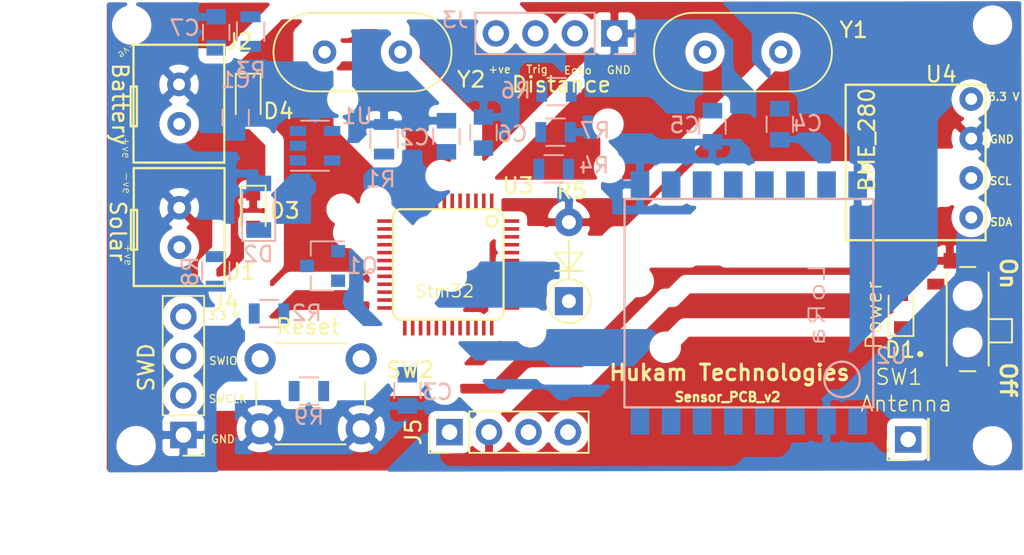
<source format=kicad_pcb>
(kicad_pcb (version 20171130) (host pcbnew 5.1.6-c6e7f7d~87~ubuntu18.04.1)

  (general
    (thickness 1.6)
    (drawings 36)
    (tracks 0)
    (zones 0)
    (modules 35)
    (nets 56)
  )

  (page User 200 150.012)
  (layers
    (0 F.Cu signal)
    (31 B.Cu signal)
    (32 B.Adhes user)
    (33 F.Adhes user)
    (34 B.Paste user)
    (35 F.Paste user)
    (36 B.SilkS user)
    (37 F.SilkS user)
    (38 B.Mask user)
    (39 F.Mask user)
    (40 Dwgs.User user)
    (41 Cmts.User user)
    (42 Eco1.User user)
    (43 Eco2.User user)
    (44 Edge.Cuts user)
    (45 Margin user)
    (46 B.CrtYd user)
    (47 F.CrtYd user)
    (48 B.Fab user)
    (49 F.Fab user)
  )

  (setup
    (last_trace_width 0.17)
    (user_trace_width 0.15)
    (trace_clearance 0.2)
    (zone_clearance 0.508)
    (zone_45_only no)
    (trace_min 0.15)
    (via_size 1)
    (via_drill 0.6)
    (via_min_size 0.6)
    (via_min_drill 0.2)
    (user_via 1 0.6)
    (uvia_size 0.3)
    (uvia_drill 0.2)
    (uvias_allowed no)
    (uvia_min_size 0.2)
    (uvia_min_drill 0.1)
    (edge_width 0.1)
    (segment_width 0.2)
    (pcb_text_width 0.3)
    (pcb_text_size 1.5 1.5)
    (mod_edge_width 0.15)
    (mod_text_size 1 1)
    (mod_text_width 0.15)
    (pad_size 0.9 0.9)
    (pad_drill 0.9)
    (pad_to_mask_clearance 0)
    (aux_axis_origin 0 0)
    (grid_origin 113.09604 49.16424)
    (visible_elements FFFFFF7F)
    (pcbplotparams
      (layerselection 0x010f0_ffffffff)
      (usegerberextensions true)
      (usegerberattributes false)
      (usegerberadvancedattributes false)
      (creategerberjobfile true)
      (excludeedgelayer true)
      (linewidth 0.100000)
      (plotframeref false)
      (viasonmask false)
      (mode 1)
      (useauxorigin false)
      (hpglpennumber 1)
      (hpglpenspeed 20)
      (hpglpendiameter 15.000000)
      (psnegative false)
      (psa4output false)
      (plotreference true)
      (plotvalue true)
      (plotinvisibletext false)
      (padsonsilk false)
      (subtractmaskfromsilk false)
      (outputformat 1)
      (mirror false)
      (drillshape 0)
      (scaleselection 1)
      (outputdirectory "Sensor_PCB_v1_Gerber/"))
  )

  (net 0 "")
  (net 1 "Net-(AE1-Pad1)")
  (net 2 /RESET)
  (net 3 /PC14)
  (net 4 /PC15)
  (net 5 /OSCIN)
  (net 6 /OSCOUT)
  (net 7 /Supply_Reg)
  (net 8 /BAT_IN)
  (net 9 /Solar_+ve)
  (net 10 /VCC3V3)
  (net 11 /SWIO)
  (net 12 /SWCLK)
  (net 13 /LDR_IN)
  (net 14 "Net-(U1-Pad4)")
  (net 15 /DIO0)
  (net 16 /DIO1)
  (net 17 /NSS)
  (net 18 /MISO)
  (net 19 /MOSI)
  (net 20 /SCL)
  (net 21 /SDA)
  (net 22 /SCK)
  (net 23 "Net-(D1-Pad1)")
  (net 24 /Echo)
  (net 25 /Trig)
  (net 26 /EchoToStm32)
  (net 27 /Reset_LoRa)
  (net 28 "Net-(U2-Pad10)")
  (net 29 /GND)
  (net 30 "Net-(SW1-Pad1)")
  (net 31 "Net-(U2-Pad11)")
  (net 32 "Net-(U2-Pad8)")
  (net 33 "Net-(U2-Pad7)")
  (net 34 "Net-(U3-Pad38)")
  (net 35 "Net-(U3-Pad1)")
  (net 36 "Net-(U3-Pad2)")
  (net 37 "Net-(U3-Pad26)")
  (net 38 "Net-(U3-Pad29)")
  (net 39 "Net-(U3-Pad30)")
  (net 40 "Net-(U3-Pad31)")
  (net 41 "Net-(U3-Pad32)")
  (net 42 "Net-(U3-Pad33)")
  (net 43 "Net-(U3-Pad39)")
  (net 44 "Net-(U3-Pad40)")
  (net 45 "Net-(U3-Pad41)")
  (net 46 "Net-(U3-Pad42)")
  (net 47 "Net-(U3-Pad43)")
  (net 48 "Net-(U3-Pad25)")
  (net 49 "Net-(J5-Pad3)")
  (net 50 /Air_in)
  (net 51 "Net-(D2-Pad1)")
  (net 52 "Net-(D3-Pad2)")
  (net 53 "Net-(D4-Pad2)")
  (net 54 /Charge)
  (net 55 "Net-(R9-Pad2)")

  (net_class Default "This is the default net class."
    (clearance 0.2)
    (trace_width 0.17)
    (via_dia 1)
    (via_drill 0.6)
    (uvia_dia 0.3)
    (uvia_drill 0.2)
    (diff_pair_width 0.3)
    (diff_pair_gap 0.3)
    (add_net /Air_in)
    (add_net /BAT_IN)
    (add_net /Charge)
    (add_net /DIO0)
    (add_net /DIO1)
    (add_net /Echo)
    (add_net /EchoToStm32)
    (add_net /GND)
    (add_net /LDR_IN)
    (add_net /MISO)
    (add_net /MOSI)
    (add_net /NSS)
    (add_net /OSCIN)
    (add_net /OSCOUT)
    (add_net /PC14)
    (add_net /PC15)
    (add_net /RESET)
    (add_net /Reset_LoRa)
    (add_net /SCK)
    (add_net /SCL)
    (add_net /SDA)
    (add_net /SWCLK)
    (add_net /SWIO)
    (add_net /Solar_+ve)
    (add_net /Supply_Reg)
    (add_net /Trig)
    (add_net /VCC3V3)
    (add_net "Net-(AE1-Pad1)")
    (add_net "Net-(D1-Pad1)")
    (add_net "Net-(D2-Pad1)")
    (add_net "Net-(D3-Pad2)")
    (add_net "Net-(D4-Pad2)")
    (add_net "Net-(J5-Pad3)")
    (add_net "Net-(R9-Pad2)")
    (add_net "Net-(SW1-Pad1)")
    (add_net "Net-(U1-Pad4)")
    (add_net "Net-(U2-Pad10)")
    (add_net "Net-(U2-Pad11)")
    (add_net "Net-(U2-Pad7)")
    (add_net "Net-(U2-Pad8)")
    (add_net "Net-(U3-Pad1)")
    (add_net "Net-(U3-Pad2)")
    (add_net "Net-(U3-Pad25)")
    (add_net "Net-(U3-Pad26)")
    (add_net "Net-(U3-Pad29)")
    (add_net "Net-(U3-Pad30)")
    (add_net "Net-(U3-Pad31)")
    (add_net "Net-(U3-Pad32)")
    (add_net "Net-(U3-Pad33)")
    (add_net "Net-(U3-Pad38)")
    (add_net "Net-(U3-Pad39)")
    (add_net "Net-(U3-Pad40)")
    (add_net "Net-(U3-Pad41)")
    (add_net "Net-(U3-Pad42)")
    (add_net "Net-(U3-Pad43)")
  )

  (module Custom_Libraries:BC547-SOT23 (layer B.Cu) (tedit 5F7E142A) (tstamp 5F42B679)
    (at 107.77474 35.18662 180)
    (descr "SOT-23, Standard")
    (tags SOT-23)
    (path /5F65CFC3)
    (attr smd)
    (fp_text reference Q1 (at -2.55016 0 180) (layer B.SilkS)
      (effects (font (size 1 1) (thickness 0.15)) (justify mirror))
    )
    (fp_text value BC547 (at 0 -2.5) (layer B.Fab) hide
      (effects (font (size 1 1) (thickness 0.15)) (justify mirror))
    )
    (fp_text user %R (at 0 0 270) (layer B.Fab) hide
      (effects (font (size 0.5 0.5) (thickness 0.075)) (justify mirror))
    )
    (fp_line (start -0.7 0.95) (end -0.7 -1.5) (layer B.Fab) (width 0.1))
    (fp_line (start -0.15 1.52) (end 0.7 1.52) (layer B.Fab) (width 0.1))
    (fp_line (start -0.7 0.95) (end -0.15 1.52) (layer B.Fab) (width 0.1))
    (fp_line (start 0.7 1.52) (end 0.7 -1.52) (layer B.Fab) (width 0.1))
    (fp_line (start -0.7 -1.52) (end 0.7 -1.52) (layer B.Fab) (width 0.1))
    (fp_line (start 0.76 -1.58) (end 0.76 -0.65) (layer B.SilkS) (width 0.12))
    (fp_line (start 0.76 1.58) (end 0.76 0.65) (layer B.SilkS) (width 0.12))
    (fp_line (start -1.7 1.75) (end 1.7 1.75) (layer B.CrtYd) (width 0.05))
    (fp_line (start 1.7 1.75) (end 1.7 -1.75) (layer B.CrtYd) (width 0.05))
    (fp_line (start 1.7 -1.75) (end -1.7 -1.75) (layer B.CrtYd) (width 0.05))
    (fp_line (start -1.7 -1.75) (end -1.7 1.75) (layer B.CrtYd) (width 0.05))
    (fp_line (start 0.76 1.58) (end -1.4 1.58) (layer B.SilkS) (width 0.12))
    (fp_line (start 0.76 -1.58) (end -0.7 -1.58) (layer B.SilkS) (width 0.12))
    (pad 1 smd rect (at 1 0 180) (size 0.9 0.8) (layers B.Cu B.Paste B.Mask)
      (net 9 /Solar_+ve))
    (pad 3 smd rect (at -1 -0.95 180) (size 0.9 0.8) (layers B.Cu B.Paste B.Mask)
      (net 51 "Net-(D2-Pad1)"))
    (pad 2 smd rect (at -1 0.95 180) (size 0.9 0.8) (layers B.Cu B.Paste B.Mask)
      (net 54 /Charge))
    (model ${KISYS3DMOD}/TO_SOT_Packages_SMD.3dshapes/SOT-23.wrl
      (at (xyz 0 0 0))
      (scale (xyz 1 1 1))
      (rotate (xyz 0 0 0))
    )
  )

  (module "Custom_Libraries:STM32(LQFP48)" (layer F.Cu) (tedit 5F172EDF) (tstamp 5F42C002)
    (at 116.368 34.5872 270)
    (descr STM32)
    (tags STM32)
    (path /5F0D833D)
    (attr smd)
    (fp_text reference U3 (at -4.5593 -3.98018 180) (layer F.SilkS)
      (effects (font (size 1 1) (thickness 0.15)))
    )
    (fp_text value STM32 (at 0.762 0 90) (layer F.SilkS) hide
      (effects (font (size 0.5 0.3) (thickness 0.075)))
    )
    (fp_line (start -3.048 -2.54) (end -3.048 3.556) (layer F.SilkS) (width 0.15))
    (fp_line (start -2.54 4.064) (end 3.556 4.064) (layer F.SilkS) (width 0.15))
    (fp_line (start 4.064 3.556) (end 4.064 -2.54) (layer F.SilkS) (width 0.15))
    (fp_line (start 3.556 -3.048) (end -2.54 -3.048) (layer F.SilkS) (width 0.15))
    (fp_circle (center -2.286 -2.286) (end -2.032 -2.032) (layer F.SilkS) (width 0.15))
    (fp_arc (start 3.556 3.556) (end 4.064 3.556) (angle 90) (layer F.SilkS) (width 0.15))
    (fp_arc (start -2.54 3.556) (end -2.54 4.064) (angle 90) (layer F.SilkS) (width 0.15))
    (fp_arc (start 3.556 -2.54) (end 3.556 -3.048) (angle 90) (layer F.SilkS) (width 0.15))
    (fp_arc (start -2.54 -2.54) (end -3.048 -2.54) (angle 90) (layer F.SilkS) (width 0.15))
    (pad 38 smd rect (at 2.794 -3.556 270) (size 0.23 1) (layers F.Cu F.Adhes F.Paste F.Mask)
      (net 34 "Net-(U3-Pad38)"))
    (pad 1 smd rect (at -3.556 -2.286 270) (size 1 0.23) (layers F.Cu F.Adhes F.Paste F.Mask)
      (net 35 "Net-(U3-Pad1)"))
    (pad 2 smd rect (at -3.556 -1.778 270) (size 1 0.23) (layers F.Cu F.Adhes F.Paste F.Mask)
      (net 36 "Net-(U3-Pad2)") (zone_connect 2))
    (pad 3 smd rect (at -3.556 -1.27 270) (size 1 0.23) (layers F.Cu F.Adhes F.Paste F.Mask)
      (net 3 /PC14))
    (pad 4 smd rect (at -3.556 -0.762 270) (size 1 0.23) (layers F.Cu F.Adhes F.Paste F.Mask)
      (net 4 /PC15))
    (pad 5 smd rect (at -3.556 -0.254 270) (size 1 0.23) (layers F.Cu F.Adhes F.Paste F.Mask)
      (net 5 /OSCIN))
    (pad 6 smd rect (at -3.556 0.254 270) (size 1 0.23) (layers F.Cu F.Adhes F.Paste F.Mask)
      (net 6 /OSCOUT))
    (pad 7 smd rect (at -3.556 0.762 270) (size 1 0.23) (layers F.Cu F.Adhes F.Paste F.Mask)
      (net 2 /RESET))
    (pad 8 smd rect (at -3.556 1.27 270) (size 1 0.23) (layers F.Cu F.Adhes F.Paste F.Mask)
      (net 29 /GND))
    (pad 9 smd rect (at -3.556 1.778 270) (size 1 0.23) (layers F.Cu F.Adhes F.Paste F.Mask)
      (net 10 /VCC3V3))
    (pad 10 smd rect (at -3.556 2.286 270) (size 1 0.23) (layers F.Cu F.Adhes F.Paste F.Mask)
      (net 8 /BAT_IN))
    (pad 11 smd rect (at -3.556 2.794 270) (size 1 0.23) (layers F.Cu F.Adhes F.Paste F.Mask)
      (net 27 /Reset_LoRa))
    (pad 12 smd rect (at -3.556 3.302 270) (size 1 0.23) (layers F.Cu F.Adhes F.Paste F.Mask)
      (net 15 /DIO0))
    (pad 13 smd rect (at -2.286 4.572 270) (size 0.23 1) (layers F.Cu F.Adhes F.Paste F.Mask)
      (net 16 /DIO1))
    (pad 14 smd rect (at -1.778 4.572 270) (size 0.23 1) (layers F.Cu F.Adhes F.Paste F.Mask)
      (net 17 /NSS))
    (pad 16 smd rect (at -0.762 4.572 270) (size 0.23 1) (layers F.Cu F.Adhes F.Paste F.Mask)
      (net 18 /MISO))
    (pad 17 smd rect (at -0.254 4.572 270) (size 0.23 1) (layers F.Cu F.Adhes F.Paste F.Mask)
      (net 19 /MOSI))
    (pad 18 smd rect (at 0.254 4.572 270) (size 0.23 1) (layers F.Cu F.Adhes F.Paste F.Mask)
      (net 13 /LDR_IN))
    (pad 19 smd rect (at 0.762 4.572 270) (size 0.23 1) (layers F.Cu F.Adhes F.Paste F.Mask)
      (net 50 /Air_in))
    (pad 20 smd rect (at 1.27 4.572 270) (size 0.23 1) (layers F.Cu F.Adhes F.Paste F.Mask)
      (net 29 /GND))
    (pad 21 smd rect (at 1.778 4.572 270) (size 0.23 1) (layers F.Cu F.Adhes F.Paste F.Mask)
      (net 26 /EchoToStm32))
    (pad 22 smd rect (at 2.286 4.572 270) (size 0.23 1) (layers F.Cu F.Adhes F.Paste F.Mask)
      (net 25 /Trig))
    (pad 23 smd rect (at 2.794 4.572 270) (size 0.23 1) (layers F.Cu F.Adhes F.Paste F.Mask)
      (net 29 /GND))
    (pad 24 smd rect (at 3.302 4.572 270) (size 0.23 1) (layers F.Cu F.Adhes F.Paste F.Mask)
      (net 10 /VCC3V3))
    (pad 26 smd rect (at 4.572 2.794 270) (size 1 0.23) (layers F.Cu F.Adhes F.Paste F.Mask)
      (net 37 "Net-(U3-Pad26)"))
    (pad 27 smd rect (at 4.572 2.286 270) (size 1 0.23) (layers F.Cu F.Adhes F.Paste F.Mask)
      (net 54 /Charge))
    (pad 28 smd rect (at 4.572 1.778 270) (size 1 0.23) (layers F.Cu F.Adhes F.Paste F.Mask)
      (net 55 "Net-(R9-Pad2)"))
    (pad 29 smd rect (at 4.572 1.27 270) (size 1 0.23) (layers F.Cu F.Adhes F.Paste F.Mask)
      (net 38 "Net-(U3-Pad29)"))
    (pad 30 smd rect (at 4.572 0.762 270) (size 1 0.23) (layers F.Cu F.Adhes F.Paste F.Mask)
      (net 39 "Net-(U3-Pad30)"))
    (pad 31 smd rect (at 4.572 0.254 270) (size 1 0.23) (layers F.Cu F.Adhes F.Paste F.Mask)
      (net 40 "Net-(U3-Pad31)"))
    (pad 32 smd rect (at 4.572 -0.254 270) (size 1 0.23) (layers F.Cu F.Adhes F.Paste F.Mask)
      (net 41 "Net-(U3-Pad32)"))
    (pad 33 smd rect (at 4.572 -0.762 270) (size 1 0.23) (layers F.Cu F.Adhes F.Paste F.Mask)
      (net 42 "Net-(U3-Pad33)"))
    (pad 34 smd rect (at 4.572 -1.27 270) (size 1 0.23) (layers F.Cu F.Adhes F.Paste F.Mask)
      (net 11 /SWIO))
    (pad 35 smd rect (at 4.572 -1.778 270) (size 1 0.23) (layers F.Cu F.Adhes F.Paste F.Mask)
      (net 29 /GND))
    (pad 36 smd rect (at 4.572 -2.286 270) (size 1 0.23) (layers F.Cu F.Adhes F.Paste F.Mask)
      (net 10 /VCC3V3))
    (pad 37 smd rect (at 3.302 -3.556 270) (size 0.23 1) (layers F.Cu F.Adhes F.Paste F.Mask)
      (net 12 /SWCLK))
    (pad 39 smd rect (at 2.286 -3.556 270) (size 0.23 1) (layers F.Cu F.Adhes F.Paste F.Mask)
      (net 43 "Net-(U3-Pad39)"))
    (pad 40 smd rect (at 1.778 -3.556 270) (size 0.23 1) (layers F.Cu F.Adhes F.Paste F.Mask)
      (net 44 "Net-(U3-Pad40)"))
    (pad 41 smd rect (at 1.27 -3.556 270) (size 0.23 1) (layers F.Cu F.Adhes F.Paste F.Mask)
      (net 45 "Net-(U3-Pad41)"))
    (pad 42 smd rect (at 0.762 -3.556 270) (size 0.23 1) (layers F.Cu F.Adhes F.Paste F.Mask)
      (net 46 "Net-(U3-Pad42)"))
    (pad 43 smd rect (at 0.254 -3.556 270) (size 0.23 1) (layers F.Cu F.Adhes F.Paste F.Mask)
      (net 47 "Net-(U3-Pad43)"))
    (pad 44 smd rect (at -0.254 -3.556 270) (size 0.23 1) (layers F.Cu F.Adhes F.Paste F.Mask)
      (net 29 /GND))
    (pad 45 smd rect (at -0.762 -3.556 270) (size 0.23 1) (layers F.Cu F.Adhes F.Paste F.Mask)
      (net 20 /SCL))
    (pad 46 smd rect (at -1.27 -3.556 270) (size 0.23 1) (layers F.Cu F.Adhes F.Paste F.Mask)
      (net 21 /SDA))
    (pad 47 smd rect (at -1.778 -3.556 270) (size 0.23 1) (layers F.Cu F.Adhes F.Paste F.Mask)
      (net 29 /GND))
    (pad 48 smd rect (at -2.286 -3.556 270) (size 0.23 1) (layers F.Cu F.Adhes F.Paste F.Mask)
      (net 10 /VCC3V3))
    (pad 25 smd rect (at 4.572 3.302 270) (size 1 0.23) (layers F.Cu F.Adhes F.Paste F.Mask)
      (net 48 "Net-(U3-Pad25)"))
    (pad 15 smd rect (at -1.27 4.572 270) (size 0.23 1) (layers F.Cu F.Adhes F.Paste F.Mask)
      (net 22 /SCK))
  )

  (module Custom_Libraries:SW_MLL1200S (layer F.Cu) (tedit 5F4A4585) (tstamp 5F3BD8E6)
    (at 149.268 38.608 90)
    (path /5F40052F)
    (fp_text reference SW1 (at -3.72364 -4.41706 180) (layer F.SilkS)
      (effects (font (size 1.000228 1.000228) (thickness 0.1)))
    )
    (fp_text value MLL1200S (at 2.489145 3.871405 90) (layer F.Fab) hide
      (effects (font (size 1.001661 1.001661) (thickness 0.015)))
    )
    (fp_circle (center -2.25 -3.05) (end -2.15 -3.05) (layer F.SilkS) (width 0.2))
    (fp_line (start -3.35 -1.35) (end 3.35 -1.35) (layer F.Fab) (width 0.127))
    (fp_line (start 3.35 -1.35) (end 3.35 1.35) (layer F.Fab) (width 0.127))
    (fp_line (start 3.35 1.35) (end -3.35 1.35) (layer F.Fab) (width 0.127))
    (fp_line (start -3.35 1.35) (end -3.35 -1.35) (layer F.Fab) (width 0.127))
    (fp_line (start -4.55 -2.85) (end -4.55 1.85) (layer F.CrtYd) (width 0.05))
    (fp_line (start -4.55 1.85) (end -1.75 1.85) (layer F.CrtYd) (width 0.05))
    (fp_line (start -1.75 1.85) (end -1.75 3.1) (layer F.CrtYd) (width 0.05))
    (fp_line (start -1.75 3.1) (end 0.25 3.1) (layer F.CrtYd) (width 0.05))
    (fp_line (start 0.25 3.1) (end 0.25 1.85) (layer F.CrtYd) (width 0.05))
    (fp_line (start 0.25 1.85) (end 4.55 1.85) (layer F.CrtYd) (width 0.05))
    (fp_line (start 4.55 1.85) (end 4.55 -2.85) (layer F.CrtYd) (width 0.05))
    (fp_line (start 4.55 -2.85) (end -4.55 -2.85) (layer F.CrtYd) (width 0.05))
    (fp_line (start -1.5 1.35) (end -1.5 2.85) (layer F.SilkS) (width 0.127))
    (fp_line (start -1.5 2.85) (end 0 2.85) (layer F.SilkS) (width 0.127))
    (fp_line (start 0 2.85) (end 0 1.35) (layer F.SilkS) (width 0.127))
    (fp_line (start -3.35 -0.5) (end -3.35 0.5) (layer F.SilkS) (width 0.127))
    (fp_line (start -3 -1.35) (end 3 -1.35) (layer F.SilkS) (width 0.127))
    (fp_line (start -3 1.35) (end 3 1.35) (layer F.SilkS) (width 0.127))
    (fp_line (start 3.35 -0.5) (end 3.35 0.5) (layer F.SilkS) (width 0.127))
    (fp_line (start -1.5 1.35) (end -1.5 2.85) (layer F.Fab) (width 0.127))
    (fp_line (start -1.5 2.85) (end 0 2.85) (layer F.Fab) (width 0.127))
    (fp_line (start 0 2.85) (end 0 1.35) (layer F.Fab) (width 0.127))
    (pad G4 smd rect (at 3.75 1.15 90) (size 1 0.8) (layers F.Cu F.Paste F.Mask))
    (pad G2 smd rect (at 3.75 -1.15 90) (size 1 0.8) (layers F.Cu F.Paste F.Mask)
      (net 29 /GND))
    (pad G3 smd rect (at -3.75 1.15 90) (size 1 0.8) (layers F.Cu F.Paste F.Mask)
      (net 29 /GND))
    (pad G1 smd rect (at -3.75 -1.15 90) (size 1 0.8) (layers F.Cu F.Paste F.Mask)
      (net 29 /GND))
    (pad 3 smd rect (at 2.25 -2.05 90) (size 0.7 1.1) (layers F.Cu F.Paste F.Mask)
      (net 7 /Supply_Reg))
    (pad 2 smd rect (at 0.75 -2.05 90) (size 0.7 1.1) (layers F.Cu F.Paste F.Mask)
      (net 10 /VCC3V3))
    (pad 1 smd rect (at -2.25 -2.05 90) (size 0.7 1.1) (layers F.Cu F.Paste F.Mask)
      (net 30 "Net-(SW1-Pad1)"))
    (pad None np_thru_hole circle (at 1.5 0 90) (size 0.9 0.9) (drill 0.9) (layers *.Cu *.Mask))
    (pad "" np_thru_hole circle (at -1.5 0 90) (size 0.9 0.9) (drill 0.9) (layers *.Cu *.Mask))
  )

  (module Resistors_SMD:R_0805 (layer B.Cu) (tedit 58E0A804) (tstamp 5F42B765)
    (at 106.898 43.2359)
    (descr "Resistor SMD 0805, reflow soldering, Vishay (see dcrcw.pdf)")
    (tags "resistor 0805")
    (path /5F6F66E1)
    (attr smd)
    (fp_text reference R9 (at 0 1.65) (layer B.SilkS)
      (effects (font (size 1 1) (thickness 0.15)) (justify mirror))
    )
    (fp_text value "510 R" (at 0 -1.75) (layer B.Fab) hide
      (effects (font (size 1 1) (thickness 0.15)) (justify mirror))
    )
    (fp_line (start 1.55 -0.9) (end -1.55 -0.9) (layer B.CrtYd) (width 0.05))
    (fp_line (start 1.55 -0.9) (end 1.55 0.9) (layer B.CrtYd) (width 0.05))
    (fp_line (start -1.55 0.9) (end -1.55 -0.9) (layer B.CrtYd) (width 0.05))
    (fp_line (start -1.55 0.9) (end 1.55 0.9) (layer B.CrtYd) (width 0.05))
    (fp_line (start -0.6 0.88) (end 0.6 0.88) (layer B.SilkS) (width 0.12))
    (fp_line (start 0.6 -0.88) (end -0.6 -0.88) (layer B.SilkS) (width 0.12))
    (fp_line (start -1 0.62) (end 1 0.62) (layer B.Fab) (width 0.1))
    (fp_line (start 1 0.62) (end 1 -0.62) (layer B.Fab) (width 0.1))
    (fp_line (start 1 -0.62) (end -1 -0.62) (layer B.Fab) (width 0.1))
    (fp_line (start -1 -0.62) (end -1 0.62) (layer B.Fab) (width 0.1))
    (fp_text user %R (at 0 0) (layer B.Fab) hide
      (effects (font (size 0.5 0.5) (thickness 0.075)) (justify mirror))
    )
    (pad 1 smd rect (at -0.95 0) (size 0.7 1.3) (layers B.Cu B.Paste B.Mask)
      (net 53 "Net-(D4-Pad2)"))
    (pad 2 smd rect (at 0.95 0) (size 0.7 1.3) (layers B.Cu B.Paste B.Mask)
      (net 55 "Net-(R9-Pad2)"))
    (model ${KISYS3DMOD}/Resistors_SMD.3dshapes/R_0805.wrl
      (at (xyz 0 0 0))
      (scale (xyz 1 1 1))
      (rotate (xyz 0 0 0))
    )
  )

  (module Resistors_SMD:R_0805 (layer B.Cu) (tedit 58E0A804) (tstamp 5F42B762)
    (at 100.91166 35.53968 270)
    (descr "Resistor SMD 0805, reflow soldering, Vishay (see dcrcw.pdf)")
    (tags "resistor 0805")
    (path /5F6CDC50)
    (attr smd)
    (fp_text reference R8 (at 0 1.65 270) (layer B.SilkS)
      (effects (font (size 1 1) (thickness 0.15)) (justify mirror))
    )
    (fp_text value "510 R" (at 0 -1.75 270) (layer B.Fab) hide
      (effects (font (size 1 1) (thickness 0.15)) (justify mirror))
    )
    (fp_line (start 1.55 -0.9) (end -1.55 -0.9) (layer B.CrtYd) (width 0.05))
    (fp_line (start 1.55 -0.9) (end 1.55 0.9) (layer B.CrtYd) (width 0.05))
    (fp_line (start -1.55 0.9) (end -1.55 -0.9) (layer B.CrtYd) (width 0.05))
    (fp_line (start -1.55 0.9) (end 1.55 0.9) (layer B.CrtYd) (width 0.05))
    (fp_line (start -0.6 0.88) (end 0.6 0.88) (layer B.SilkS) (width 0.12))
    (fp_line (start 0.6 -0.88) (end -0.6 -0.88) (layer B.SilkS) (width 0.12))
    (fp_line (start -1 0.62) (end 1 0.62) (layer B.Fab) (width 0.1))
    (fp_line (start 1 0.62) (end 1 -0.62) (layer B.Fab) (width 0.1))
    (fp_line (start 1 -0.62) (end -1 -0.62) (layer B.Fab) (width 0.1))
    (fp_line (start -1 -0.62) (end -1 0.62) (layer B.Fab) (width 0.1))
    (fp_text user %R (at 0 0 270) (layer B.Fab) hide
      (effects (font (size 0.5 0.5) (thickness 0.075)) (justify mirror))
    )
    (pad 1 smd rect (at -0.95 0 270) (size 0.7 1.3) (layers B.Cu B.Paste B.Mask)
      (net 54 /Charge))
    (pad 2 smd rect (at 0.95 0 270) (size 0.7 1.3) (layers B.Cu B.Paste B.Mask)
      (net 52 "Net-(D3-Pad2)"))
    (model ${KISYS3DMOD}/Resistors_SMD.3dshapes/R_0805.wrl
      (at (xyz 0 0 0))
      (scale (xyz 1 1 1))
      (rotate (xyz 0 0 0))
    )
  )

  (module Diodes_SMD:D_0805 (layer F.Cu) (tedit 590CE9A4) (tstamp 5F42B594)
    (at 102.992 24.4246 270)
    (descr "Diode SMD in 0805 package http://datasheets.avx.com/schottky.pdf")
    (tags "smd diode")
    (path /5F6F66ED)
    (attr smd)
    (fp_text reference D4 (at 0.80518 -1.94564 180) (layer F.SilkS)
      (effects (font (size 1 1) (thickness 0.15)))
    )
    (fp_text value Bat_Low (at 0.24392 -2.85918 90) (layer F.Fab) hide
      (effects (font (size 1 1) (thickness 0.15)))
    )
    (fp_line (start -1.6 -0.8) (end 1 -0.8) (layer F.SilkS) (width 0.12))
    (fp_line (start -1.6 0.8) (end 1 0.8) (layer F.SilkS) (width 0.12))
    (fp_line (start -1 -0.65) (end 1 -0.65) (layer F.Fab) (width 0.1))
    (fp_line (start 1 -0.65) (end 1 0.65) (layer F.Fab) (width 0.1))
    (fp_line (start 1 0.65) (end -1 0.65) (layer F.Fab) (width 0.1))
    (fp_line (start -1 0.65) (end -1 -0.65) (layer F.Fab) (width 0.1))
    (fp_line (start 0.2 -0.2) (end -0.1 0) (layer F.Fab) (width 0.1))
    (fp_line (start -0.1 0) (end 0.2 0.2) (layer F.Fab) (width 0.1))
    (fp_line (start 0.2 0.2) (end 0.2 -0.2) (layer F.Fab) (width 0.1))
    (fp_line (start -0.1 -0.2) (end -0.1 0.2) (layer F.Fab) (width 0.1))
    (fp_line (start -0.1 0) (end -0.3 0) (layer F.Fab) (width 0.1))
    (fp_line (start 0.2 0) (end 0.4 0) (layer F.Fab) (width 0.1))
    (fp_line (start -1.7 -0.88) (end 1.7 -0.88) (layer F.CrtYd) (width 0.05))
    (fp_line (start 1.7 -0.88) (end 1.7 0.88) (layer F.CrtYd) (width 0.05))
    (fp_line (start 1.7 0.88) (end -1.7 0.88) (layer F.CrtYd) (width 0.05))
    (fp_line (start -1.7 0.88) (end -1.7 -0.88) (layer F.CrtYd) (width 0.05))
    (fp_line (start -1.6 -0.8) (end -1.6 0.8) (layer F.SilkS) (width 0.12))
    (fp_text user %R (at 0 -1.6 90) (layer F.Fab) hide
      (effects (font (size 1 1) (thickness 0.15)))
    )
    (pad 1 smd rect (at -1.05 0 270) (size 0.8 0.9) (layers F.Cu F.Paste F.Mask)
      (net 29 /GND))
    (pad 2 smd rect (at 1.05 0 270) (size 0.8 0.9) (layers F.Cu F.Paste F.Mask)
      (net 53 "Net-(D4-Pad2)"))
    (model ${KISYS3DMOD}/Diodes_SMD.3dshapes/D_0805.wrl
      (at (xyz 0 0 0))
      (scale (xyz 1 1 1))
      (rotate (xyz 0 0 0))
    )
  )

  (module Diodes_SMD:D_0805 (layer F.Cu) (tedit 590CE9A4) (tstamp 5F42B591)
    (at 103.314 31.6306 270)
    (descr "Diode SMD in 0805 package http://datasheets.avx.com/schottky.pdf")
    (tags "smd diode")
    (path /5F671CD0)
    (attr smd)
    (fp_text reference D3 (at -0.00254 -2.01676 180) (layer F.SilkS)
      (effects (font (size 1 1) (thickness 0.15)))
    )
    (fp_text value Pwr_L.E.D (at 0 1.7 90) (layer F.Fab) hide
      (effects (font (size 1 1) (thickness 0.15)))
    )
    (fp_line (start -1.6 -0.8) (end 1 -0.8) (layer F.SilkS) (width 0.12))
    (fp_line (start -1.6 0.8) (end 1 0.8) (layer F.SilkS) (width 0.12))
    (fp_line (start -1 -0.65) (end 1 -0.65) (layer F.Fab) (width 0.1))
    (fp_line (start 1 -0.65) (end 1 0.65) (layer F.Fab) (width 0.1))
    (fp_line (start 1 0.65) (end -1 0.65) (layer F.Fab) (width 0.1))
    (fp_line (start -1 0.65) (end -1 -0.65) (layer F.Fab) (width 0.1))
    (fp_line (start 0.2 -0.2) (end -0.1 0) (layer F.Fab) (width 0.1))
    (fp_line (start -0.1 0) (end 0.2 0.2) (layer F.Fab) (width 0.1))
    (fp_line (start 0.2 0.2) (end 0.2 -0.2) (layer F.Fab) (width 0.1))
    (fp_line (start -0.1 -0.2) (end -0.1 0.2) (layer F.Fab) (width 0.1))
    (fp_line (start -0.1 0) (end -0.3 0) (layer F.Fab) (width 0.1))
    (fp_line (start 0.2 0) (end 0.4 0) (layer F.Fab) (width 0.1))
    (fp_line (start -1.7 -0.88) (end 1.7 -0.88) (layer F.CrtYd) (width 0.05))
    (fp_line (start 1.7 -0.88) (end 1.7 0.88) (layer F.CrtYd) (width 0.05))
    (fp_line (start 1.7 0.88) (end -1.7 0.88) (layer F.CrtYd) (width 0.05))
    (fp_line (start -1.7 0.88) (end -1.7 -0.88) (layer F.CrtYd) (width 0.05))
    (fp_line (start -1.6 -0.8) (end -1.6 0.8) (layer F.SilkS) (width 0.12))
    (fp_text user %R (at 0 -1.6 90) (layer F.Fab) hide
      (effects (font (size 1 1) (thickness 0.15)))
    )
    (pad 1 smd rect (at -1.05 0 270) (size 0.8 0.9) (layers F.Cu F.Paste F.Mask)
      (net 29 /GND))
    (pad 2 smd rect (at 1.05 0 270) (size 0.8 0.9) (layers F.Cu F.Paste F.Mask)
      (net 52 "Net-(D3-Pad2)"))
    (model ${KISYS3DMOD}/Diodes_SMD.3dshapes/D_0805.wrl
      (at (xyz 0 0 0))
      (scale (xyz 1 1 1))
      (rotate (xyz 0 0 0))
    )
  )

  (module Pin_Headers:Pin_Header_Straight_1x04_Pitch2.54mm (layer F.Cu) (tedit 59650532) (tstamp 5F42490B)
    (at 115.941 45.8775 90)
    (descr "Through hole straight pin header, 1x04, 2.54mm pitch, single row")
    (tags "Through hole pin header THT 1x04 2.54mm single row")
    (path /5F614E50)
    (fp_text reference J5 (at 0 -2.33 90) (layer F.SilkS)
      (effects (font (size 1 1) (thickness 0.15)))
    )
    (fp_text value Airquality (at 0 9.95 90) (layer F.SilkS) hide
      (effects (font (size 1 1) (thickness 0.15)))
    )
    (fp_line (start 1.8 -1.8) (end -1.8 -1.8) (layer F.CrtYd) (width 0.05))
    (fp_line (start 1.8 9.4) (end 1.8 -1.8) (layer F.CrtYd) (width 0.05))
    (fp_line (start -1.8 9.4) (end 1.8 9.4) (layer F.CrtYd) (width 0.05))
    (fp_line (start -1.8 -1.8) (end -1.8 9.4) (layer F.CrtYd) (width 0.05))
    (fp_line (start -1.33 -1.33) (end 0 -1.33) (layer F.SilkS) (width 0.12))
    (fp_line (start -1.33 0) (end -1.33 -1.33) (layer F.SilkS) (width 0.12))
    (fp_line (start -1.33 1.27) (end 1.33 1.27) (layer F.SilkS) (width 0.12))
    (fp_line (start 1.33 1.27) (end 1.33 8.95) (layer F.SilkS) (width 0.12))
    (fp_line (start -1.33 1.27) (end -1.33 8.95) (layer F.SilkS) (width 0.12))
    (fp_line (start -1.33 8.95) (end 1.33 8.95) (layer F.SilkS) (width 0.12))
    (fp_line (start -1.27 -0.635) (end -0.635 -1.27) (layer F.Fab) (width 0.1))
    (fp_line (start -1.27 8.89) (end -1.27 -0.635) (layer F.Fab) (width 0.1))
    (fp_line (start 1.27 8.89) (end -1.27 8.89) (layer F.Fab) (width 0.1))
    (fp_line (start 1.27 -1.27) (end 1.27 8.89) (layer F.Fab) (width 0.1))
    (fp_line (start -0.635 -1.27) (end 1.27 -1.27) (layer F.Fab) (width 0.1))
    (fp_text user %R (at 0 3.81) (layer F.SilkS) hide
      (effects (font (size 1 1) (thickness 0.15)))
    )
    (pad 1 thru_hole rect (at 0 0 90) (size 1.7 1.7) (drill 1) (layers *.Cu *.Mask)
      (net 10 /VCC3V3))
    (pad 2 thru_hole oval (at 0 2.54 90) (size 1.7 1.7) (drill 1) (layers *.Cu *.Mask)
      (net 29 /GND))
    (pad 3 thru_hole oval (at 0 5.08 90) (size 1.7 1.7) (drill 1) (layers *.Cu *.Mask)
      (net 49 "Net-(J5-Pad3)"))
    (pad 4 thru_hole oval (at 0 7.62 90) (size 1.7 1.7) (drill 1) (layers *.Cu *.Mask)
      (net 50 /Air_in))
    (model ${KISYS3DMOD}/Pin_Headers.3dshapes/Pin_Header_Straight_1x04_Pitch2.54mm.wrl
      (at (xyz 0 0 0))
      (scale (xyz 1 1 1))
      (rotate (xyz 0 0 0))
    )
  )

  (module Custom_Libraries:Battery_holder (layer F.Cu) (tedit 5F142099) (tstamp 5F13BD15)
    (at 99.9947 24.9606 270)
    (path /5F1AA8B3)
    (fp_text reference J2 (at -4.19862 -2.42824 180) (layer F.SilkS)
      (effects (font (size 1 1) (thickness 0.15)))
    )
    (fp_text value Battery_input (at -0.85 5.34 90) (layer F.SilkS) hide
      (effects (font (size 1 1) (thickness 0.15)))
    )
    (fp_line (start -4 -1.46) (end 3 -1.46) (layer F.SilkS) (width 0.15))
    (fp_line (start 3 -1.46) (end 3.5 -1.46) (layer F.SilkS) (width 0.15))
    (fp_line (start 3.5 -1.46) (end 3.59 -1.46) (layer F.SilkS) (width 0.15))
    (fp_line (start -4 -1.46) (end -4 3.54) (layer F.SilkS) (width 0.15))
    (fp_line (start -4 3.54) (end -4 4.34) (layer F.SilkS) (width 0.15))
    (fp_line (start -4 4.34) (end -4 4.35) (layer F.SilkS) (width 0.15))
    (fp_line (start 3.58 -1.42) (end 3.58 -1.43) (layer F.SilkS) (width 0.15))
    (fp_line (start 3.58 -0.62) (end 3.58 -1.42) (layer F.SilkS) (width 0.15))
    (fp_line (start 3.58 4.38) (end 3.58 -0.62) (layer F.SilkS) (width 0.15))
    (fp_line (start -3.92 4.38) (end -4.01 4.38) (layer F.SilkS) (width 0.15))
    (fp_line (start 3.58 4.38) (end -3.42 4.38) (layer F.SilkS) (width 0.15))
    (fp_line (start -3.42 4.38) (end -3.92 4.38) (layer F.SilkS) (width 0.15))
    (fp_line (start -1.29 4.16) (end 1.24 4.16) (layer F.SilkS) (width 0.15))
    (fp_line (start 1.24 4.16) (end 1.24 4.56) (layer F.SilkS) (width 0.15))
    (fp_line (start 1.24 4.56) (end -1.31 4.56) (layer F.SilkS) (width 0.15))
    (fp_line (start -1.31 4.56) (end -1.31 4.18) (layer F.SilkS) (width 0.15))
    (fp_line (start -1.31 4.18) (end -1.32 4.18) (layer F.SilkS) (width 0.15))
    (pad 2 thru_hole circle (at 1.09 1.44 270) (size 1.524 1.524) (drill 0.762) (layers *.Cu *.Mask)
      (net 8 /BAT_IN))
    (pad 1 thru_hole circle (at -1.45 1.45 270) (size 1.524 1.524) (drill 0.762) (layers *.Cu *.Mask)
      (net 29 /GND))
  )

  (module Pin_Headers:Pin_Header_Straight_1x04_Pitch2.54mm (layer F.Cu) (tedit 59650532) (tstamp 5F13BCFF)
    (at 98.8263 46.0629 180)
    (descr "Through hole straight pin header, 1x04, 2.54mm pitch, single row")
    (tags "Through hole pin header THT 1x04 2.54mm single row")
    (path /5F12B0FD)
    (fp_text reference J4 (at -2.7305 8.52424) (layer F.SilkS)
      (effects (font (size 1 1) (thickness 0.15)))
    )
    (fp_text value SWD (at 2.38806 4.3478 270) (layer F.SilkS)
      (effects (font (size 1 1) (thickness 0.15)))
    )
    (fp_line (start -0.635 -1.27) (end 1.27 -1.27) (layer F.Fab) (width 0.1))
    (fp_line (start 1.27 -1.27) (end 1.27 8.89) (layer F.Fab) (width 0.1))
    (fp_line (start 1.27 8.89) (end -1.27 8.89) (layer F.Fab) (width 0.1))
    (fp_line (start -1.27 8.89) (end -1.27 -0.635) (layer F.Fab) (width 0.1))
    (fp_line (start -1.27 -0.635) (end -0.635 -1.27) (layer F.Fab) (width 0.1))
    (fp_line (start -1.33 8.95) (end 1.33 8.95) (layer F.SilkS) (width 0.12))
    (fp_line (start -1.33 1.27) (end -1.33 8.95) (layer F.SilkS) (width 0.12))
    (fp_line (start 1.33 1.27) (end 1.33 8.95) (layer F.SilkS) (width 0.12))
    (fp_line (start -1.33 1.27) (end 1.33 1.27) (layer F.SilkS) (width 0.12))
    (fp_line (start -1.33 0) (end -1.33 -1.33) (layer F.SilkS) (width 0.12))
    (fp_line (start -1.33 -1.33) (end 0 -1.33) (layer F.SilkS) (width 0.12))
    (fp_line (start -1.8 -1.8) (end -1.8 9.4) (layer F.CrtYd) (width 0.05))
    (fp_line (start -1.8 9.4) (end 1.8 9.4) (layer F.CrtYd) (width 0.05))
    (fp_line (start 1.8 9.4) (end 1.8 -1.8) (layer F.CrtYd) (width 0.05))
    (fp_line (start 1.8 -1.8) (end -1.8 -1.8) (layer F.CrtYd) (width 0.05))
    (fp_text user %R (at 0 3.81 90) (layer F.Fab) hide
      (effects (font (size 1 1) (thickness 0.15)))
    )
    (pad 4 thru_hole oval (at 0 7.62 180) (size 1.7 1.7) (drill 1) (layers *.Cu *.Mask)
      (net 10 /VCC3V3))
    (pad 3 thru_hole oval (at 0 5.08 180) (size 1.7 1.7) (drill 1) (layers *.Cu *.Mask)
      (net 11 /SWIO))
    (pad 2 thru_hole oval (at 0 2.54 180) (size 1.7 1.7) (drill 1) (layers *.Cu *.Mask)
      (net 12 /SWCLK))
    (pad 1 thru_hole rect (at 0 0 180) (size 1.7 1.7) (drill 1) (layers *.Cu *.Mask)
      (net 29 /GND))
    (model ${KISYS3DMOD}/Pin_Headers.3dshapes/Pin_Header_Straight_1x04_Pitch2.54mm.wrl
      (at (xyz 0 0 0))
      (scale (xyz 1 1 1))
      (rotate (xyz 0 0 0))
    )
  )

  (module Diodes_SMD:D_1206 (layer B.Cu) (tedit 590CEAF5) (tstamp 5F13BCAA)
    (at 103.6701 31.38056 90)
    (descr "Diode SMD 1206, reflow soldering http://datasheets.avx.com/schottky.pdf")
    (tags "Diode 1206")
    (path /5F1B7D1B)
    (attr smd)
    (fp_text reference D2 (at -3.05308 -0.02794 180) (layer B.SilkS)
      (effects (font (size 1 1) (thickness 0.15)) (justify mirror))
    )
    (fp_text value IN4007 (at 0 -1.9 90) (layer B.Fab) hide
      (effects (font (size 1 1) (thickness 0.15)) (justify mirror))
    )
    (fp_line (start -2.2 -1.06) (end 1 -1.06) (layer B.SilkS) (width 0.12))
    (fp_line (start 1 1.06) (end -2.2 1.06) (layer B.SilkS) (width 0.12))
    (fp_line (start 2.3 1.16) (end 2.3 -1.16) (layer B.CrtYd) (width 0.05))
    (fp_line (start -2.3 1.16) (end -2.3 -1.16) (layer B.CrtYd) (width 0.05))
    (fp_line (start -2.3 -1.16) (end 2.3 -1.16) (layer B.CrtYd) (width 0.05))
    (fp_line (start -2.3 1.16) (end 2.3 1.16) (layer B.CrtYd) (width 0.05))
    (fp_line (start -1.7 0.95) (end 1.7 0.95) (layer B.Fab) (width 0.1))
    (fp_line (start 1.7 0.95) (end 1.7 -0.95) (layer B.Fab) (width 0.1))
    (fp_line (start 1.7 -0.95) (end -1.7 -0.95) (layer B.Fab) (width 0.1))
    (fp_line (start -1.7 -0.95) (end -1.7 0.95) (layer B.Fab) (width 0.1))
    (fp_line (start -2.2 1.06) (end -2.2 -1.06) (layer B.SilkS) (width 0.12))
    (fp_line (start -0.254 0) (end 0.127 0.254) (layer B.Fab) (width 0.1))
    (fp_line (start 0.127 0.254) (end 0.127 -0.254) (layer B.Fab) (width 0.1))
    (fp_line (start 0.127 -0.254) (end -0.254 0) (layer B.Fab) (width 0.1))
    (fp_line (start -0.254 0) (end -0.508 0) (layer B.Fab) (width 0.1))
    (fp_line (start 0.127 0) (end 0.381 0) (layer B.Fab) (width 0.1))
    (fp_line (start -0.254 0.254) (end -0.254 -0.254) (layer B.Fab) (width 0.1))
    (fp_text user %R (at 0 1.8 90) (layer B.Fab) hide
      (effects (font (size 1 1) (thickness 0.15)) (justify mirror))
    )
    (pad 1 smd rect (at -1.5 0 90) (size 1 1.6) (layers B.Cu B.Paste B.Mask)
      (net 51 "Net-(D2-Pad1)"))
    (pad 2 smd rect (at 1.5 0 90) (size 1 1.6) (layers B.Cu B.Paste B.Mask)
      (net 8 /BAT_IN))
    (model ${KISYS3DMOD}/Diodes_SMD.3dshapes/D_1206.wrl
      (at (xyz 0 0 0))
      (scale (xyz 1 1 1))
      (rotate (xyz 0 0 0))
    )
  )

  (module Custom_Libraries:LoRa (layer B.Cu) (tedit 5F3BBB99) (tstamp 5F13F219)
    (at 135.192 41.6839 90)
    (path /5F21A746)
    (fp_text reference U2 (at 0.7214 9.1639) (layer B.SilkS)
      (effects (font (size 1 1) (thickness 0.15)) (justify mirror))
    )
    (fp_text value LoRa (at 3.99 4.38 270) (layer B.SilkS)
      (effects (font (size 1 1.5) (thickness 0.125)) (justify mirror))
    )
    (fp_line (start 10.8 -7.99) (end -2.6 -8) (layer B.SilkS) (width 0.15))
    (fp_line (start 10.8 8) (end 10.8 -7.99) (layer B.SilkS) (width 0.15))
    (fp_line (start -2.6 8) (end 10.8 8) (layer B.SilkS) (width 0.15))
    (fp_line (start -2.6 -8) (end -2.6 8) (layer B.SilkS) (width 0.15))
    (fp_circle (center -0.8 6) (end 0.1 5.3) (layer B.SilkS) (width 0.15))
    (pad 16 smd rect (at 11.73 7 90) (size 1.7 1.2) (layers B.Cu B.Adhes B.Paste B.Mask)
      (net 29 /GND))
    (pad 15 smd rect (at 11.73 5 90) (size 1.7 1.2) (layers B.Cu B.Adhes B.Paste B.Mask)
      (net 17 /NSS))
    (pad 14 smd rect (at 11.73 3 90) (size 1.7 1.2) (layers B.Cu B.Adhes B.Paste B.Mask)
      (net 19 /MOSI))
    (pad 13 smd rect (at 11.73 1 90) (size 1.7 1.2) (layers B.Cu B.Adhes B.Paste B.Mask)
      (net 18 /MISO))
    (pad 12 smd rect (at 11.73 -1 90) (size 1.7 1.2) (layers B.Cu B.Adhes B.Paste B.Mask)
      (net 22 /SCK))
    (pad 11 smd rect (at 11.73 -3 90) (size 1.7 1.2) (layers B.Cu B.Adhes B.Paste B.Mask)
      (net 31 "Net-(U2-Pad11)"))
    (pad 10 smd rect (at 11.73 -5 90) (size 1.7 1.2) (layers B.Cu B.Adhes B.Paste B.Mask)
      (net 28 "Net-(U2-Pad10)"))
    (pad 9 smd rect (at 11.73 -7 90) (size 1.7 1.2) (layers B.Cu B.Adhes B.Paste B.Mask)
      (net 29 /GND))
    (pad 8 smd rect (at -3.5 -7 90) (size 1.7 1.2) (layers B.Cu B.Adhes B.Paste B.Mask)
      (net 32 "Net-(U2-Pad8)"))
    (pad 7 smd rect (at -3.5 -5 90) (size 1.7 1.2) (layers B.Cu B.Adhes B.Paste B.Mask)
      (net 33 "Net-(U2-Pad7)"))
    (pad 6 smd rect (at -3.5 -3 90) (size 1.7 1.2) (layers B.Cu B.Adhes B.Paste B.Mask)
      (net 16 /DIO1))
    (pad 5 smd rect (at -3.5 -1 90) (size 1.7 1.2) (layers B.Cu B.Adhes B.Paste B.Mask)
      (net 15 /DIO0))
    (pad 4 smd rect (at -3.5 1 90) (size 1.7 1.2) (layers B.Cu B.Adhes B.Paste B.Mask)
      (net 27 /Reset_LoRa))
    (pad 3 smd rect (at -3.5 3 90) (size 1.7 1.2) (layers B.Cu B.Adhes B.Paste B.Mask)
      (net 10 /VCC3V3))
    (pad 2 smd rect (at -3.5 5 90) (size 1.7 1.2) (layers B.Cu B.Adhes B.Paste B.Mask)
      (net 29 /GND))
    (pad 1 smd rect (at -3.5 7 90) (size 1.7 1.2) (layers B.Cu B.Adhes B.Paste B.Mask)
      (net 1 "Net-(AE1-Pad1)"))
  )

  (module Pin_Headers:Pin_Header_Straight_1x01_Pitch2.54mm (layer F.Cu) (tedit 59650532) (tstamp 5F13BC03)
    (at 145.44 46.3499 90)
    (descr "Through hole straight pin header, 1x01, 2.54mm pitch, single row")
    (tags "Through hole pin header THT 1x01 2.54mm single row")
    (path /5F2C5F88)
    (fp_text reference AE1 (at 0 -2.33 90) (layer F.SilkS) hide
      (effects (font (size 1 1) (thickness 0.15)))
    )
    (fp_text value Antenna (at 0.4 -4.8 180) (layer B.SilkS) hide
      (effects (font (size 1 1) (thickness 0.15)))
    )
    (fp_line (start 1.8 -1.8) (end -1.8 -1.8) (layer F.CrtYd) (width 0.05))
    (fp_line (start 1.8 1.8) (end 1.8 -1.8) (layer F.CrtYd) (width 0.05))
    (fp_line (start -1.8 1.8) (end 1.8 1.8) (layer F.CrtYd) (width 0.05))
    (fp_line (start -1.8 -1.8) (end -1.8 1.8) (layer F.CrtYd) (width 0.05))
    (fp_line (start -1.33 -1.33) (end 0 -1.33) (layer F.SilkS) (width 0.12))
    (fp_line (start -1.33 0) (end -1.33 -1.33) (layer F.SilkS) (width 0.12))
    (fp_line (start -1.33 1.27) (end 1.33 1.27) (layer F.SilkS) (width 0.12))
    (fp_line (start 1.33 1.27) (end 1.33 1.33) (layer F.SilkS) (width 0.12))
    (fp_line (start -1.33 1.27) (end -1.33 1.33) (layer F.SilkS) (width 0.12))
    (fp_line (start -1.33 1.33) (end 1.33 1.33) (layer F.SilkS) (width 0.12))
    (fp_line (start -1.27 -0.635) (end -0.635 -1.27) (layer F.Fab) (width 0.1))
    (fp_line (start -1.27 1.27) (end -1.27 -0.635) (layer F.Fab) (width 0.1))
    (fp_line (start 1.27 1.27) (end -1.27 1.27) (layer F.Fab) (width 0.1))
    (fp_line (start 1.27 -1.27) (end 1.27 1.27) (layer F.Fab) (width 0.1))
    (fp_line (start -0.635 -1.27) (end 1.27 -1.27) (layer F.Fab) (width 0.1))
    (fp_text user %R (at 0.49 4.78 270) (layer F.SilkS) hide
      (effects (font (size 1 1) (thickness 0.15)))
    )
    (pad 1 thru_hole rect (at 0 0 90) (size 1.7 1.7) (drill 1) (layers *.Cu *.Mask)
      (net 1 "Net-(AE1-Pad1)"))
    (model ${KISYS3DMOD}/Pin_Headers.3dshapes/Pin_Header_Straight_1x01_Pitch2.54mm.wrl
      (at (xyz 0 0 0))
      (scale (xyz 1 1 1))
      (rotate (xyz 0 0 0))
    )
  )

  (module Resistors_SMD:R_0805 (layer B.Cu) (tedit 58E0A804) (tstamp 5F145168)
    (at 122.761 26.5836 180)
    (descr "Resistor SMD 0805, reflow soldering, Vishay (see dcrcw.pdf)")
    (tags "resistor 0805")
    (path /5FB36A65)
    (attr smd)
    (fp_text reference R7 (at -2.54254 0.10414) (layer B.SilkS)
      (effects (font (size 1 1) (thickness 0.15)) (justify mirror))
    )
    (fp_text value 4.7K (at 0 -1.75) (layer B.SilkS) hide
      (effects (font (size 1 1) (thickness 0.15)) (justify mirror))
    )
    (fp_line (start 1.55 -0.9) (end -1.55 -0.9) (layer B.CrtYd) (width 0.05))
    (fp_line (start 1.55 -0.9) (end 1.55 0.9) (layer B.CrtYd) (width 0.05))
    (fp_line (start -1.55 0.9) (end -1.55 -0.9) (layer B.CrtYd) (width 0.05))
    (fp_line (start -1.55 0.9) (end 1.55 0.9) (layer B.CrtYd) (width 0.05))
    (fp_line (start -0.6 0.88) (end 0.6 0.88) (layer B.SilkS) (width 0.12))
    (fp_line (start 0.6 -0.88) (end -0.6 -0.88) (layer B.SilkS) (width 0.12))
    (fp_line (start -1 0.62) (end 1 0.62) (layer B.Fab) (width 0.1))
    (fp_line (start 1 0.62) (end 1 -0.62) (layer B.Fab) (width 0.1))
    (fp_line (start 1 -0.62) (end -1 -0.62) (layer B.Fab) (width 0.1))
    (fp_line (start -1 -0.62) (end -1 0.62) (layer B.Fab) (width 0.1))
    (fp_text user %R (at 0 0) (layer B.SilkS) hide
      (effects (font (size 0.5 0.5) (thickness 0.075)) (justify mirror))
    )
    (pad 1 smd rect (at -0.95 0 180) (size 0.7 1.3) (layers B.Cu B.Paste B.Mask)
      (net 29 /GND))
    (pad 2 smd rect (at 0.95 0 180) (size 0.7 1.3) (layers B.Cu B.Paste B.Mask)
      (net 26 /EchoToStm32))
    (model ${KISYS3DMOD}/Resistors_SMD.3dshapes/R_0805.wrl
      (at (xyz 0 0 0))
      (scale (xyz 1 1 1))
      (rotate (xyz 0 0 0))
    )
  )

  (module Resistors_SMD:R_0805 (layer B.Cu) (tedit 58E0A804) (tstamp 5F145165)
    (at 122.822 23.9776)
    (descr "Resistor SMD 0805, reflow soldering, Vishay (see dcrcw.pdf)")
    (tags "resistor 0805")
    (path /5FB350AF)
    (attr smd)
    (fp_text reference R6 (at -2.62382 -0.0762) (layer B.SilkS)
      (effects (font (size 1 1) (thickness 0.15)) (justify mirror))
    )
    (fp_text value 2.7K (at 0 -1.75) (layer B.SilkS) hide
      (effects (font (size 1 1) (thickness 0.15)) (justify mirror))
    )
    (fp_line (start 1.55 -0.9) (end -1.55 -0.9) (layer B.CrtYd) (width 0.05))
    (fp_line (start 1.55 -0.9) (end 1.55 0.9) (layer B.CrtYd) (width 0.05))
    (fp_line (start -1.55 0.9) (end -1.55 -0.9) (layer B.CrtYd) (width 0.05))
    (fp_line (start -1.55 0.9) (end 1.55 0.9) (layer B.CrtYd) (width 0.05))
    (fp_line (start -0.6 0.88) (end 0.6 0.88) (layer B.SilkS) (width 0.12))
    (fp_line (start 0.6 -0.88) (end -0.6 -0.88) (layer B.SilkS) (width 0.12))
    (fp_line (start -1 0.62) (end 1 0.62) (layer B.Fab) (width 0.1))
    (fp_line (start 1 0.62) (end 1 -0.62) (layer B.Fab) (width 0.1))
    (fp_line (start 1 -0.62) (end -1 -0.62) (layer B.Fab) (width 0.1))
    (fp_line (start -1 -0.62) (end -1 0.62) (layer B.Fab) (width 0.1))
    (fp_text user %R (at 0 0) (layer B.SilkS) hide
      (effects (font (size 0.5 0.5) (thickness 0.075)) (justify mirror))
    )
    (pad 1 smd rect (at -0.95 0) (size 0.7 1.3) (layers B.Cu B.Paste B.Mask)
      (net 26 /EchoToStm32))
    (pad 2 smd rect (at 0.95 0) (size 0.7 1.3) (layers B.Cu B.Paste B.Mask)
      (net 24 /Echo))
    (model ${KISYS3DMOD}/Resistors_SMD.3dshapes/R_0805.wrl
      (at (xyz 0 0 0))
      (scale (xyz 1 1 1))
      (rotate (xyz 0 0 0))
    )
  )

  (module Pin_Headers:Pin_Header_Straight_1x04_Pitch2.54mm (layer B.Cu) (tedit 59650532) (tstamp 5F1450BC)
    (at 126.548 20.2336 90)
    (descr "Through hole straight pin header, 1x04, 2.54mm pitch, single row")
    (tags "Through hole pin header THT 1x04 2.54mm single row")
    (path /5FB05D28)
    (fp_text reference J3 (at 0.87122 -10.23874 180) (layer B.SilkS)
      (effects (font (size 1 1) (thickness 0.15)) (justify mirror))
    )
    (fp_text value "Distance /" (at 2.52 -10.14 270) (layer B.SilkS) hide
      (effects (font (size 1 1) (thickness 0.15)) (justify mirror))
    )
    (fp_line (start 1.8 1.8) (end -1.8 1.8) (layer B.CrtYd) (width 0.05))
    (fp_line (start 1.8 -9.4) (end 1.8 1.8) (layer B.CrtYd) (width 0.05))
    (fp_line (start -1.8 -9.4) (end 1.8 -9.4) (layer B.CrtYd) (width 0.05))
    (fp_line (start -1.8 1.8) (end -1.8 -9.4) (layer B.CrtYd) (width 0.05))
    (fp_line (start -1.33 1.33) (end 0 1.33) (layer B.SilkS) (width 0.12))
    (fp_line (start -1.33 0) (end -1.33 1.33) (layer B.SilkS) (width 0.12))
    (fp_line (start -1.33 -1.27) (end 1.33 -1.27) (layer B.SilkS) (width 0.12))
    (fp_line (start 1.33 -1.27) (end 1.33 -8.95) (layer B.SilkS) (width 0.12))
    (fp_line (start -1.33 -1.27) (end -1.33 -8.95) (layer B.SilkS) (width 0.12))
    (fp_line (start -1.33 -8.95) (end 1.33 -8.95) (layer B.SilkS) (width 0.12))
    (fp_line (start -1.27 0.635) (end -0.635 1.27) (layer B.Fab) (width 0.1))
    (fp_line (start -1.27 -8.89) (end -1.27 0.635) (layer B.Fab) (width 0.1))
    (fp_line (start 1.27 -8.89) (end -1.27 -8.89) (layer B.Fab) (width 0.1))
    (fp_line (start 1.27 1.27) (end 1.27 -8.89) (layer B.Fab) (width 0.1))
    (fp_line (start -0.635 1.27) (end 1.27 1.27) (layer B.Fab) (width 0.1))
    (fp_text user %R (at 0 -3.81) (layer B.Fab) hide
      (effects (font (size 1 1) (thickness 0.15)) (justify mirror))
    )
    (pad 1 thru_hole rect (at 0 0 90) (size 1.7 1.7) (drill 1) (layers *.Cu *.Mask)
      (net 29 /GND))
    (pad 2 thru_hole oval (at 0 -2.54 90) (size 1.7 1.7) (drill 1) (layers *.Cu *.Mask)
      (net 24 /Echo))
    (pad 3 thru_hole oval (at 0 -5.08 90) (size 1.7 1.7) (drill 1) (layers *.Cu *.Mask)
      (net 25 /Trig))
    (pad 4 thru_hole oval (at 0 -7.62 90) (size 1.7 1.7) (drill 1) (layers *.Cu *.Mask)
      (net 8 /BAT_IN))
    (model ${KISYS3DMOD}/Pin_Headers.3dshapes/Pin_Header_Straight_1x04_Pitch2.54mm.wrl
      (at (xyz 0 0 0))
      (scale (xyz 1 1 1))
      (rotate (xyz 0 0 0))
    )
  )

  (module Custom_Libraries:Battery_holder (layer F.Cu) (tedit 5F142099) (tstamp 5F13BCE7)
    (at 100.01 32.8981 270)
    (path /5F191EAA)
    (fp_text reference J1 (at 2.6543 -2.59842 180) (layer F.SilkS)
      (effects (font (size 1 1) (thickness 0.15)))
    )
    (fp_text value Solar_input (at 0.42 5.38 90) (layer F.SilkS) hide
      (effects (font (size 1 1) (thickness 0.15)))
    )
    (fp_line (start -4 -1.46) (end 3 -1.46) (layer F.SilkS) (width 0.15))
    (fp_line (start 3 -1.46) (end 3.5 -1.46) (layer F.SilkS) (width 0.15))
    (fp_line (start 3.5 -1.46) (end 3.59 -1.46) (layer F.SilkS) (width 0.15))
    (fp_line (start -4 -1.46) (end -4 3.54) (layer F.SilkS) (width 0.15))
    (fp_line (start -4 3.54) (end -4 4.34) (layer F.SilkS) (width 0.15))
    (fp_line (start -4 4.34) (end -4 4.35) (layer F.SilkS) (width 0.15))
    (fp_line (start 3.58 -1.42) (end 3.58 -1.43) (layer F.SilkS) (width 0.15))
    (fp_line (start 3.58 -0.62) (end 3.58 -1.42) (layer F.SilkS) (width 0.15))
    (fp_line (start 3.58 4.38) (end 3.58 -0.62) (layer F.SilkS) (width 0.15))
    (fp_line (start -3.92 4.38) (end -4.01 4.38) (layer F.SilkS) (width 0.15))
    (fp_line (start 3.58 4.38) (end -3.42 4.38) (layer F.SilkS) (width 0.15))
    (fp_line (start -3.42 4.38) (end -3.92 4.38) (layer F.SilkS) (width 0.15))
    (fp_line (start -1.29 4.16) (end 1.24 4.16) (layer F.SilkS) (width 0.15))
    (fp_line (start 1.24 4.16) (end 1.24 4.56) (layer F.SilkS) (width 0.15))
    (fp_line (start 1.24 4.56) (end -1.31 4.56) (layer F.SilkS) (width 0.15))
    (fp_line (start -1.31 4.56) (end -1.31 4.18) (layer F.SilkS) (width 0.15))
    (fp_line (start -1.31 4.18) (end -1.32 4.18) (layer F.SilkS) (width 0.15))
    (pad 2 thru_hole circle (at 1.09 1.44 270) (size 1.524 1.524) (drill 0.762) (layers *.Cu *.Mask)
      (net 9 /Solar_+ve))
    (pad 1 thru_hole circle (at -1.45 1.45 270) (size 1.524 1.524) (drill 0.762) (layers *.Cu *.Mask)
      (net 29 /GND))
  )

  (module Capacitors_SMD:C_0805 (layer B.Cu) (tedit 58AA8463) (tstamp 5F13BC14)
    (at 115.743 26.8471 270)
    (descr "Capacitor SMD 0805, reflow soldering, AVX (see smccp.pdf)")
    (tags "capacitor 0805")
    (path /5F129E71)
    (attr smd)
    (fp_text reference C2 (at 0.07188 2.05486 180) (layer B.SilkS)
      (effects (font (size 1 1) (thickness 0.15)) (justify mirror))
    )
    (fp_text value 1.0uf (at 0 -1.75 90) (layer B.SilkS) hide
      (effects (font (size 1 1) (thickness 0.15)) (justify mirror))
    )
    (fp_line (start 1.75 -0.87) (end -1.75 -0.87) (layer B.CrtYd) (width 0.05))
    (fp_line (start 1.75 -0.87) (end 1.75 0.88) (layer B.CrtYd) (width 0.05))
    (fp_line (start -1.75 0.88) (end -1.75 -0.87) (layer B.CrtYd) (width 0.05))
    (fp_line (start -1.75 0.88) (end 1.75 0.88) (layer B.CrtYd) (width 0.05))
    (fp_line (start -0.5 -0.85) (end 0.5 -0.85) (layer B.SilkS) (width 0.12))
    (fp_line (start 0.5 0.85) (end -0.5 0.85) (layer B.SilkS) (width 0.12))
    (fp_line (start -1 0.62) (end 1 0.62) (layer B.Fab) (width 0.1))
    (fp_line (start 1 0.62) (end 1 -0.62) (layer B.Fab) (width 0.1))
    (fp_line (start 1 -0.62) (end -1 -0.62) (layer B.Fab) (width 0.1))
    (fp_line (start -1 -0.62) (end -1 0.62) (layer B.Fab) (width 0.1))
    (fp_text user %R (at 0 1.5 90) (layer B.SilkS) hide
      (effects (font (size 1 1) (thickness 0.15)) (justify mirror))
    )
    (pad 1 smd rect (at -1 0 270) (size 1 1.25) (layers B.Cu B.Paste B.Mask)
      (net 29 /GND))
    (pad 2 smd rect (at 1 0 270) (size 1 1.25) (layers B.Cu B.Paste B.Mask)
      (net 2 /RESET))
    (model Capacitors_SMD.3dshapes/C_0805.wrl
      (at (xyz 0 0 0))
      (scale (xyz 1 1 1))
      (rotate (xyz 0 0 0))
    )
  )

  (module Capacitors_SMD:C_0805 (layer B.Cu) (tedit 58AA8463) (tstamp 5F13BC25)
    (at 137.185 26.0756 270)
    (descr "Capacitor SMD 0805, reflow soldering, AVX (see smccp.pdf)")
    (tags "capacitor 0805")
    (path /5F0E9AA7)
    (attr smd)
    (fp_text reference C4 (at -0.05334 -1.76784 180) (layer B.SilkS)
      (effects (font (size 1 1) (thickness 0.15)) (justify mirror))
    )
    (fp_text value 20pf (at 0 -1.75 90) (layer B.SilkS) hide
      (effects (font (size 1 1) (thickness 0.15)) (justify mirror))
    )
    (fp_line (start 1.75 -0.87) (end -1.75 -0.87) (layer B.CrtYd) (width 0.05))
    (fp_line (start 1.75 -0.87) (end 1.75 0.88) (layer B.CrtYd) (width 0.05))
    (fp_line (start -1.75 0.88) (end -1.75 -0.87) (layer B.CrtYd) (width 0.05))
    (fp_line (start -1.75 0.88) (end 1.75 0.88) (layer B.CrtYd) (width 0.05))
    (fp_line (start -0.5 -0.85) (end 0.5 -0.85) (layer B.SilkS) (width 0.12))
    (fp_line (start 0.5 0.85) (end -0.5 0.85) (layer B.SilkS) (width 0.12))
    (fp_line (start -1 0.62) (end 1 0.62) (layer B.Fab) (width 0.1))
    (fp_line (start 1 0.62) (end 1 -0.62) (layer B.Fab) (width 0.1))
    (fp_line (start 1 -0.62) (end -1 -0.62) (layer B.Fab) (width 0.1))
    (fp_line (start -1 -0.62) (end -1 0.62) (layer B.Fab) (width 0.1))
    (fp_text user %R (at 0 1.5 90) (layer B.SilkS) hide
      (effects (font (size 1 1) (thickness 0.15)) (justify mirror))
    )
    (pad 1 smd rect (at -1 0 270) (size 1 1.25) (layers B.Cu B.Paste B.Mask)
      (net 3 /PC14))
    (pad 2 smd rect (at 1 0 270) (size 1 1.25) (layers B.Cu B.Paste B.Mask)
      (net 29 /GND))
    (model Capacitors_SMD.3dshapes/C_0805.wrl
      (at (xyz 0 0 0))
      (scale (xyz 1 1 1))
      (rotate (xyz 0 0 0))
    )
  )

  (module Capacitors_SMD:C_0805 (layer B.Cu) (tedit 58AA8463) (tstamp 5F13BC36)
    (at 132.852 26.2026 270)
    (descr "Capacitor SMD 0805, reflow soldering, AVX (see smccp.pdf)")
    (tags "capacitor 0805")
    (path /5F0E94E8)
    (attr smd)
    (fp_text reference C5 (at -0.0762 1.78308 180) (layer B.SilkS)
      (effects (font (size 1 1) (thickness 0.15)) (justify mirror))
    )
    (fp_text value 20pf (at 0 -1.75 270) (layer B.SilkS) hide
      (effects (font (size 1 1) (thickness 0.15)) (justify mirror))
    )
    (fp_line (start -1 -0.62) (end -1 0.62) (layer B.Fab) (width 0.1))
    (fp_line (start 1 -0.62) (end -1 -0.62) (layer B.Fab) (width 0.1))
    (fp_line (start 1 0.62) (end 1 -0.62) (layer B.Fab) (width 0.1))
    (fp_line (start -1 0.62) (end 1 0.62) (layer B.Fab) (width 0.1))
    (fp_line (start 0.5 0.85) (end -0.5 0.85) (layer B.SilkS) (width 0.12))
    (fp_line (start -0.5 -0.85) (end 0.5 -0.85) (layer B.SilkS) (width 0.12))
    (fp_line (start -1.75 0.88) (end 1.75 0.88) (layer B.CrtYd) (width 0.05))
    (fp_line (start -1.75 0.88) (end -1.75 -0.87) (layer B.CrtYd) (width 0.05))
    (fp_line (start 1.75 -0.87) (end 1.75 0.88) (layer B.CrtYd) (width 0.05))
    (fp_line (start 1.75 -0.87) (end -1.75 -0.87) (layer B.CrtYd) (width 0.05))
    (fp_text user %R (at 0 1.5 270) (layer B.SilkS) hide
      (effects (font (size 1 1) (thickness 0.15)) (justify mirror))
    )
    (pad 2 smd rect (at 1 0 270) (size 1 1.25) (layers B.Cu B.Paste B.Mask)
      (net 29 /GND))
    (pad 1 smd rect (at -1 0 270) (size 1 1.25) (layers B.Cu B.Paste B.Mask)
      (net 4 /PC15))
    (model Capacitors_SMD.3dshapes/C_0805.wrl
      (at (xyz 0 0 0))
      (scale (xyz 1 1 1))
      (rotate (xyz 0 0 0))
    )
  )

  (module Capacitors_SMD:C_0805 (layer B.Cu) (tedit 5F13CA4E) (tstamp 5F13BC47)
    (at 118.125 26.6065 90)
    (descr "Capacitor SMD 0805, reflow soldering, AVX (see smccp.pdf)")
    (tags "capacitor 0805")
    (path /5F0E49DE)
    (attr smd)
    (fp_text reference C6 (at -0.09398 1.85928 180) (layer B.SilkS)
      (effects (font (size 1 1) (thickness 0.15)) (justify mirror))
    )
    (fp_text value 20pf (at 0 -1.75 90) (layer B.SilkS) hide
      (effects (font (size 1 1) (thickness 0.15)) (justify mirror))
    )
    (fp_line (start -1 -0.62) (end -1 0.62) (layer B.Fab) (width 0.1))
    (fp_line (start 1 -0.62) (end -1 -0.62) (layer B.Fab) (width 0.1))
    (fp_line (start 1 0.62) (end 1 -0.62) (layer B.Fab) (width 0.1))
    (fp_line (start -1 0.62) (end 1 0.62) (layer B.Fab) (width 0.1))
    (fp_line (start 0.5 0.85) (end -0.5 0.85) (layer B.SilkS) (width 0.12))
    (fp_line (start -0.5 -0.85) (end 0.5 -0.85) (layer B.SilkS) (width 0.12))
    (fp_line (start -1.75 0.88) (end 1.75 0.88) (layer B.CrtYd) (width 0.05))
    (fp_line (start -1.75 0.88) (end -1.75 -0.87) (layer B.CrtYd) (width 0.05))
    (fp_line (start 1.75 -0.87) (end 1.75 0.88) (layer B.CrtYd) (width 0.05))
    (fp_line (start 1.75 -0.87) (end -1.75 -0.87) (layer B.CrtYd) (width 0.05))
    (fp_text user %R (at 0 1.5 90) (layer B.SilkS) hide
      (effects (font (size 1 1) (thickness 0.15)) (justify mirror))
    )
    (pad 2 smd rect (at 1 0 90) (size 1 1.25) (layers B.Cu B.Paste B.Mask)
      (net 29 /GND))
    (pad 1 smd rect (at -1 0 90) (size 1 1.25) (layers B.Cu B.Paste B.Mask)
      (net 5 /OSCIN))
    (model Capacitors_SMD.3dshapes/C_0805.wrl
      (at (xyz 0 0 0))
      (scale (xyz 1 1 1))
      (rotate (xyz 0 0 0))
    )
  )

  (module Capacitors_SMD:C_0805 (layer B.Cu) (tedit 58AA8463) (tstamp 5F13BC58)
    (at 100.932 20.16 90)
    (descr "Capacitor SMD 0805, reflow soldering, AVX (see smccp.pdf)")
    (tags "capacitor 0805")
    (path /5F0E6674)
    (attr smd)
    (fp_text reference C7 (at 0.2794 -2.02438 180) (layer B.SilkS)
      (effects (font (size 1 1) (thickness 0.15)) (justify mirror))
    )
    (fp_text value 20pf (at 0 -1.75 90) (layer B.SilkS) hide
      (effects (font (size 1 1) (thickness 0.15)) (justify mirror))
    )
    (fp_line (start 1.75 -0.87) (end -1.75 -0.87) (layer B.CrtYd) (width 0.05))
    (fp_line (start 1.75 -0.87) (end 1.75 0.88) (layer B.CrtYd) (width 0.05))
    (fp_line (start -1.75 0.88) (end -1.75 -0.87) (layer B.CrtYd) (width 0.05))
    (fp_line (start -1.75 0.88) (end 1.75 0.88) (layer B.CrtYd) (width 0.05))
    (fp_line (start -0.5 -0.85) (end 0.5 -0.85) (layer B.SilkS) (width 0.12))
    (fp_line (start 0.5 0.85) (end -0.5 0.85) (layer B.SilkS) (width 0.12))
    (fp_line (start -1 0.62) (end 1 0.62) (layer B.Fab) (width 0.1))
    (fp_line (start 1 0.62) (end 1 -0.62) (layer B.Fab) (width 0.1))
    (fp_line (start 1 -0.62) (end -1 -0.62) (layer B.Fab) (width 0.1))
    (fp_line (start -1 -0.62) (end -1 0.62) (layer B.Fab) (width 0.1))
    (fp_text user %R (at 0 1.5 90) (layer B.SilkS) hide
      (effects (font (size 1 1) (thickness 0.15)) (justify mirror))
    )
    (pad 1 smd rect (at -1 0 90) (size 1 1.25) (layers B.Cu B.Paste B.Mask)
      (net 6 /OSCOUT))
    (pad 2 smd rect (at 1 0 90) (size 1 1.25) (layers B.Cu B.Paste B.Mask)
      (net 29 /GND))
    (model Capacitors_SMD.3dshapes/C_0805.wrl
      (at (xyz 0 0 0))
      (scale (xyz 1 1 1))
      (rotate (xyz 0 0 0))
    )
  )

  (module Capacitors_SMD:C_0805 (layer B.Cu) (tedit 58AA8463) (tstamp 5F13BC69)
    (at 102.1842 25.63368 90)
    (descr "Capacitor SMD 0805, reflow soldering, AVX (see smccp.pdf)")
    (tags "capacitor 0805")
    (path /5F152167)
    (attr smd)
    (fp_text reference C1 (at 2.41046 0 180) (layer B.SilkS)
      (effects (font (size 1 1) (thickness 0.15)) (justify mirror))
    )
    (fp_text value "100 nf" (at 3 0 90) (layer B.SilkS) hide
      (effects (font (size 1 1) (thickness 0.15)) (justify mirror))
    )
    (fp_line (start -1 -0.62) (end -1 0.62) (layer B.Fab) (width 0.1))
    (fp_line (start 1 -0.62) (end -1 -0.62) (layer B.Fab) (width 0.1))
    (fp_line (start 1 0.62) (end 1 -0.62) (layer B.Fab) (width 0.1))
    (fp_line (start -1 0.62) (end 1 0.62) (layer B.Fab) (width 0.1))
    (fp_line (start 0.5 0.85) (end -0.5 0.85) (layer B.SilkS) (width 0.12))
    (fp_line (start -0.5 -0.85) (end 0.5 -0.85) (layer B.SilkS) (width 0.12))
    (fp_line (start -1.75 0.88) (end 1.75 0.88) (layer B.CrtYd) (width 0.05))
    (fp_line (start -1.75 0.88) (end -1.75 -0.87) (layer B.CrtYd) (width 0.05))
    (fp_line (start 1.75 -0.87) (end 1.75 0.88) (layer B.CrtYd) (width 0.05))
    (fp_line (start 1.75 -0.87) (end -1.75 -0.87) (layer B.CrtYd) (width 0.05))
    (fp_text user %R (at 0 1.92 180) (layer B.Fab) hide
      (effects (font (size 1 1) (thickness 0.15)) (justify mirror))
    )
    (pad 2 smd rect (at 1 0 90) (size 1 1.25) (layers B.Cu B.Paste B.Mask)
      (net 8 /BAT_IN))
    (pad 1 smd rect (at -1 0 90) (size 1 1.25) (layers B.Cu B.Paste B.Mask)
      (net 29 /GND))
    (model Capacitors_SMD.3dshapes/C_0805.wrl
      (at (xyz 0 0 0))
      (scale (xyz 1 1 1))
      (rotate (xyz 0 0 0))
    )
  )

  (module Capacitors_SMD:C_0805 (layer B.Cu) (tedit 58AA8463) (tstamp 5F13BC7A)
    (at 113.231 43.1851 90)
    (descr "Capacitor SMD 0805, reflow soldering, AVX (see smccp.pdf)")
    (tags "capacitor 0805")
    (path /5F14D815)
    (attr smd)
    (fp_text reference C3 (at -0.11 1.93 180) (layer B.SilkS)
      (effects (font (size 1 1) (thickness 0.15)) (justify mirror))
    )
    (fp_text value "100 nf" (at 0 -1.75 90) (layer B.SilkS) hide
      (effects (font (size 1 1) (thickness 0.15)) (justify mirror))
    )
    (fp_line (start -1 -0.62) (end -1 0.62) (layer B.Fab) (width 0.1))
    (fp_line (start 1 -0.62) (end -1 -0.62) (layer B.Fab) (width 0.1))
    (fp_line (start 1 0.62) (end 1 -0.62) (layer B.Fab) (width 0.1))
    (fp_line (start -1 0.62) (end 1 0.62) (layer B.Fab) (width 0.1))
    (fp_line (start 0.5 0.85) (end -0.5 0.85) (layer B.SilkS) (width 0.12))
    (fp_line (start -0.5 -0.85) (end 0.5 -0.85) (layer B.SilkS) (width 0.12))
    (fp_line (start -1.75 0.88) (end 1.75 0.88) (layer B.CrtYd) (width 0.05))
    (fp_line (start -1.75 0.88) (end -1.75 -0.87) (layer B.CrtYd) (width 0.05))
    (fp_line (start 1.75 -0.87) (end 1.75 0.88) (layer B.CrtYd) (width 0.05))
    (fp_line (start 1.75 -0.87) (end -1.75 -0.87) (layer B.CrtYd) (width 0.05))
    (fp_text user %R (at 0 1.5 90) (layer B.SilkS) hide
      (effects (font (size 1 1) (thickness 0.15)) (justify mirror))
    )
    (pad 2 smd rect (at 1 0 90) (size 1 1.25) (layers B.Cu B.Paste B.Mask)
      (net 7 /Supply_Reg))
    (pad 1 smd rect (at -1 0 90) (size 1 1.25) (layers B.Cu B.Paste B.Mask)
      (net 29 /GND))
    (model Capacitors_SMD.3dshapes/C_0805.wrl
      (at (xyz 0 0 0))
      (scale (xyz 1 1 1))
      (rotate (xyz 0 0 0))
    )
  )

  (module Diodes_SMD:D_0805 (layer F.Cu) (tedit 590CE9A4) (tstamp 5F13BC92)
    (at 144.981 38.0949 90)
    (descr "Diode SMD in 0805 package http://datasheets.avx.com/schottky.pdf")
    (tags "smd diode")
    (path /5F13F264)
    (attr smd)
    (fp_text reference D1 (at -2.48416 -0.05318 180) (layer F.SilkS)
      (effects (font (size 1 1) (thickness 0.15)))
    )
    (fp_text value Pwr_L.E.D (at 0 1.7 90) (layer F.SilkS) hide
      (effects (font (size 1 1) (thickness 0.15)))
    )
    (fp_line (start -1.6 -0.8) (end 1 -0.8) (layer F.SilkS) (width 0.12))
    (fp_line (start -1.6 0.8) (end 1 0.8) (layer F.SilkS) (width 0.12))
    (fp_line (start -1 -0.65) (end 1 -0.65) (layer F.Fab) (width 0.1))
    (fp_line (start 1 -0.65) (end 1 0.65) (layer F.Fab) (width 0.1))
    (fp_line (start 1 0.65) (end -1 0.65) (layer F.Fab) (width 0.1))
    (fp_line (start -1 0.65) (end -1 -0.65) (layer F.Fab) (width 0.1))
    (fp_line (start 0.2 -0.2) (end -0.1 0) (layer F.Fab) (width 0.1))
    (fp_line (start -0.1 0) (end 0.2 0.2) (layer F.Fab) (width 0.1))
    (fp_line (start 0.2 0.2) (end 0.2 -0.2) (layer F.Fab) (width 0.1))
    (fp_line (start -0.1 -0.2) (end -0.1 0.2) (layer F.Fab) (width 0.1))
    (fp_line (start -0.1 0) (end -0.3 0) (layer F.Fab) (width 0.1))
    (fp_line (start 0.2 0) (end 0.4 0) (layer F.Fab) (width 0.1))
    (fp_line (start -1.7 -0.88) (end 1.7 -0.88) (layer F.CrtYd) (width 0.05))
    (fp_line (start 1.7 -0.88) (end 1.7 0.88) (layer F.CrtYd) (width 0.05))
    (fp_line (start 1.7 0.88) (end -1.7 0.88) (layer F.CrtYd) (width 0.05))
    (fp_line (start -1.7 0.88) (end -1.7 -0.88) (layer F.CrtYd) (width 0.05))
    (fp_line (start -1.6 -0.8) (end -1.6 0.8) (layer F.SilkS) (width 0.12))
    (fp_text user %R (at 0 -1.6 90) (layer F.SilkS) hide
      (effects (font (size 1 1) (thickness 0.15)))
    )
    (pad 1 smd rect (at -1.05 0 90) (size 0.8 0.9) (layers F.Cu F.Paste F.Mask)
      (net 23 "Net-(D1-Pad1)"))
    (pad 2 smd rect (at 1.05 0 90) (size 0.8 0.9) (layers F.Cu F.Paste F.Mask)
      (net 10 /VCC3V3))
    (model ${KISYS3DMOD}/Diodes_SMD.3dshapes/D_0805.wrl
      (at (xyz 0 0 0))
      (scale (xyz 1 1 1))
      (rotate (xyz 0 0 0))
    )
  )

  (module Resistors_SMD:R_0805 (layer B.Cu) (tedit 58E0A804) (tstamp 5F13BD26)
    (at 104.33 38.2499 180)
    (descr "Resistor SMD 0805, reflow soldering, Vishay (see dcrcw.pdf)")
    (tags "resistor 0805")
    (path /5F12CF37)
    (attr smd)
    (fp_text reference R2 (at -2.4257 0.03048) (layer B.SilkS)
      (effects (font (size 1 1) (thickness 0.15)) (justify mirror))
    )
    (fp_text value 10K (at 0 -1.75) (layer B.SilkS) hide
      (effects (font (size 1 1) (thickness 0.15)) (justify mirror))
    )
    (fp_line (start -1 -0.62) (end -1 0.62) (layer B.Fab) (width 0.1))
    (fp_line (start 1 -0.62) (end -1 -0.62) (layer B.Fab) (width 0.1))
    (fp_line (start 1 0.62) (end 1 -0.62) (layer B.Fab) (width 0.1))
    (fp_line (start -1 0.62) (end 1 0.62) (layer B.Fab) (width 0.1))
    (fp_line (start 0.6 -0.88) (end -0.6 -0.88) (layer B.SilkS) (width 0.12))
    (fp_line (start -0.6 0.88) (end 0.6 0.88) (layer B.SilkS) (width 0.12))
    (fp_line (start -1.55 0.9) (end 1.55 0.9) (layer B.CrtYd) (width 0.05))
    (fp_line (start -1.55 0.9) (end -1.55 -0.9) (layer B.CrtYd) (width 0.05))
    (fp_line (start 1.55 -0.9) (end 1.55 0.9) (layer B.CrtYd) (width 0.05))
    (fp_line (start 1.55 -0.9) (end -1.55 -0.9) (layer B.CrtYd) (width 0.05))
    (fp_text user %R (at 0 -0.085999) (layer B.SilkS) hide
      (effects (font (size 0.5 0.5) (thickness 0.075)) (justify mirror))
    )
    (pad 2 smd rect (at 0.95 0 180) (size 0.7 1.3) (layers B.Cu B.Paste B.Mask)
      (net 2 /RESET))
    (pad 1 smd rect (at -0.95 0 180) (size 0.7 1.3) (layers B.Cu B.Paste B.Mask)
      (net 10 /VCC3V3))
    (model ${KISYS3DMOD}/Resistors_SMD.3dshapes/R_0805.wrl
      (at (xyz 0 0 0))
      (scale (xyz 1 1 1))
      (rotate (xyz 0 0 0))
    )
  )

  (module Resistors_SMD:R_0805 (layer B.Cu) (tedit 58E0A804) (tstamp 5F13BD37)
    (at 103.147 20.1117 270)
    (descr "Resistor SMD 0805, reflow soldering, Vishay (see dcrcw.pdf)")
    (tags "resistor 0805")
    (path /5F0E2D13)
    (attr smd)
    (fp_text reference R3 (at 2.5 0 180) (layer B.SilkS)
      (effects (font (size 1 1) (thickness 0.15)) (justify mirror))
    )
    (fp_text value 1M (at 0 -1.75 90) (layer B.SilkS) hide
      (effects (font (size 1 1) (thickness 0.15)) (justify mirror))
    )
    (fp_line (start 1.55 -0.9) (end -1.55 -0.9) (layer B.CrtYd) (width 0.05))
    (fp_line (start 1.55 -0.9) (end 1.55 0.9) (layer B.CrtYd) (width 0.05))
    (fp_line (start -1.55 0.9) (end -1.55 -0.9) (layer B.CrtYd) (width 0.05))
    (fp_line (start -1.55 0.9) (end 1.55 0.9) (layer B.CrtYd) (width 0.05))
    (fp_line (start -0.6 0.88) (end 0.6 0.88) (layer B.SilkS) (width 0.12))
    (fp_line (start 0.6 -0.88) (end -0.6 -0.88) (layer B.SilkS) (width 0.12))
    (fp_line (start -1 0.62) (end 1 0.62) (layer B.Fab) (width 0.1))
    (fp_line (start 1 0.62) (end 1 -0.62) (layer B.Fab) (width 0.1))
    (fp_line (start 1 -0.62) (end -1 -0.62) (layer B.Fab) (width 0.1))
    (fp_line (start -1 -0.62) (end -1 0.62) (layer B.Fab) (width 0.1))
    (fp_text user %R (at 0 0 90) (layer B.SilkS) hide
      (effects (font (size 0.5 0.5) (thickness 0.075)) (justify mirror))
    )
    (pad 1 smd rect (at -0.95 0 270) (size 0.7 1.3) (layers B.Cu B.Paste B.Mask)
      (net 5 /OSCIN))
    (pad 2 smd rect (at 0.95 0 270) (size 0.7 1.3) (layers B.Cu B.Paste B.Mask)
      (net 6 /OSCOUT))
    (model ${KISYS3DMOD}/Resistors_SMD.3dshapes/R_0805.wrl
      (at (xyz 0 0 0))
      (scale (xyz 1 1 1))
      (rotate (xyz 0 0 0))
    )
  )

  (module Resistors_SMD:R_0805 (layer B.Cu) (tedit 58E0A804) (tstamp 5F13BD48)
    (at 111.73 27.0408 90)
    (descr "Resistor SMD 0805, reflow soldering, Vishay (see dcrcw.pdf)")
    (tags "resistor 0805")
    (path /5F141954)
    (attr smd)
    (fp_text reference R1 (at -2.57556 -0.21844 180) (layer B.SilkS)
      (effects (font (size 1 1) (thickness 0.15)) (justify mirror))
    )
    (fp_text value "510 R" (at 0 -1.75 90) (layer B.SilkS) hide
      (effects (font (size 1 1) (thickness 0.15)) (justify mirror))
    )
    (fp_line (start -1 -0.62) (end -1 0.62) (layer B.Fab) (width 0.1))
    (fp_line (start 1 -0.62) (end -1 -0.62) (layer B.Fab) (width 0.1))
    (fp_line (start 1 0.62) (end 1 -0.62) (layer B.Fab) (width 0.1))
    (fp_line (start -1 0.62) (end 1 0.62) (layer B.Fab) (width 0.1))
    (fp_line (start 0.6 -0.88) (end -0.6 -0.88) (layer B.SilkS) (width 0.12))
    (fp_line (start -0.6 0.88) (end 0.6 0.88) (layer B.SilkS) (width 0.12))
    (fp_line (start -1.55 0.9) (end 1.55 0.9) (layer B.CrtYd) (width 0.05))
    (fp_line (start -1.55 0.9) (end -1.55 -0.9) (layer B.CrtYd) (width 0.05))
    (fp_line (start 1.55 -0.9) (end 1.55 0.9) (layer B.CrtYd) (width 0.05))
    (fp_line (start 1.55 -0.9) (end -1.55 -0.9) (layer B.CrtYd) (width 0.05))
    (fp_text user %R (at 0 0 90) (layer B.SilkS) hide
      (effects (font (size 0.5 0.5) (thickness 0.075)) (justify mirror))
    )
    (pad 2 smd rect (at 0.95 0 90) (size 0.7 1.3) (layers B.Cu B.Paste B.Mask)
      (net 29 /GND))
    (pad 1 smd rect (at -0.95 0 90) (size 0.7 1.3) (layers B.Cu B.Paste B.Mask)
      (net 23 "Net-(D1-Pad1)"))
    (model ${KISYS3DMOD}/Resistors_SMD.3dshapes/R_0805.wrl
      (at (xyz 0 0 0))
      (scale (xyz 1 1 1))
      (rotate (xyz 0 0 0))
    )
  )

  (module Resistors_SMD:R_0805 (layer B.Cu) (tedit 58E0A804) (tstamp 5F13BD59)
    (at 122.636 28.9433)
    (descr "Resistor SMD 0805, reflow soldering, Vishay (see dcrcw.pdf)")
    (tags "resistor 0805")
    (path /5F2C1175)
    (attr smd)
    (fp_text reference R4 (at 2.60604 -0.2159) (layer B.SilkS)
      (effects (font (size 1 1) (thickness 0.15)) (justify mirror))
    )
    (fp_text value 10K (at 0 -1.75) (layer B.SilkS) hide
      (effects (font (size 1 1) (thickness 0.15)) (justify mirror))
    )
    (fp_line (start 1.55 -0.9) (end -1.55 -0.9) (layer B.CrtYd) (width 0.05))
    (fp_line (start 1.55 -0.9) (end 1.55 0.9) (layer B.CrtYd) (width 0.05))
    (fp_line (start -1.55 0.9) (end -1.55 -0.9) (layer B.CrtYd) (width 0.05))
    (fp_line (start -1.55 0.9) (end 1.55 0.9) (layer B.CrtYd) (width 0.05))
    (fp_line (start -0.6 0.88) (end 0.6 0.88) (layer B.SilkS) (width 0.12))
    (fp_line (start 0.6 -0.88) (end -0.6 -0.88) (layer B.SilkS) (width 0.12))
    (fp_line (start -1 0.62) (end 1 0.62) (layer B.Fab) (width 0.1))
    (fp_line (start 1 0.62) (end 1 -0.62) (layer B.Fab) (width 0.1))
    (fp_line (start 1 -0.62) (end -1 -0.62) (layer B.Fab) (width 0.1))
    (fp_line (start -1 -0.62) (end -1 0.62) (layer B.Fab) (width 0.1))
    (fp_text user %R (at 0 0) (layer B.SilkS) hide
      (effects (font (size 0.5 0.5) (thickness 0.075)) (justify mirror))
    )
    (pad 1 smd rect (at -0.95 0) (size 0.7 1.3) (layers B.Cu B.Paste B.Mask)
      (net 13 /LDR_IN))
    (pad 2 smd rect (at 0.95 0) (size 0.7 1.3) (layers B.Cu B.Paste B.Mask)
      (net 10 /VCC3V3))
    (model ${KISYS3DMOD}/Resistors_SMD.3dshapes/R_0805.wrl
      (at (xyz 0 0 0))
      (scale (xyz 1 1 1))
      (rotate (xyz 0 0 0))
    )
  )

  (module Diodes_THT:D_A-405_P5.08mm_Vertical_AnodeUp (layer F.Cu) (tedit 5921392E) (tstamp 5F13BD6D)
    (at 123.619 37.4548 90)
    (descr "D, A-405 series, Axial, Vertical, pin pitch=5.08mm, , length*diameter=5.2*2.7mm^2, , http://www.diodes.com/_files/packages/A-405.pdf")
    (tags "D A-405 series Axial Vertical pin pitch 5.08mm  length 5.2mm diameter 2.7mm")
    (path /5F2B3D21)
    (fp_text reference R5 (at 7.08406 0.18034 180) (layer F.SilkS)
      (effects (font (size 1 1) (thickness 0.15)))
    )
    (fp_text value LDR (at 2.45618 -2.413 90) (layer F.SilkS) hide
      (effects (font (size 1 1) (thickness 0.15)))
    )
    (fp_line (start 0 0) (end 5.08 0) (layer F.Fab) (width 0.1))
    (fp_line (start 1.41 0) (end 3.88 0) (layer F.SilkS) (width 0.12))
    (fp_line (start 1.947333 -0.889) (end 1.947333 0.889) (layer F.SilkS) (width 0.12))
    (fp_line (start 1.947333 0) (end 3.132667 -0.889) (layer F.SilkS) (width 0.12))
    (fp_line (start 3.132667 -0.889) (end 3.132667 0.889) (layer F.SilkS) (width 0.12))
    (fp_line (start 3.132667 0.889) (end 1.947333 0) (layer F.SilkS) (width 0.12))
    (fp_line (start -1.7 -1.7) (end -1.7 1.7) (layer F.CrtYd) (width 0.05))
    (fp_line (start -1.7 1.7) (end 6.3 1.7) (layer F.CrtYd) (width 0.05))
    (fp_line (start 6.3 1.7) (end 6.3 -1.7) (layer F.CrtYd) (width 0.05))
    (fp_line (start 6.3 -1.7) (end -1.7 -1.7) (layer F.CrtYd) (width 0.05))
    (fp_circle (center 0 0) (end 1.35 0) (layer F.Fab) (width 0.1))
    (fp_circle (center 0 0) (end 1.41 0) (layer F.SilkS) (width 0.12))
    (fp_text user %R (at 8.5 -8 90) (layer F.Fab) hide
      (effects (font (size 1 1) (thickness 0.15)))
    )
    (fp_text user K (at -2.11 0 90) (layer F.Fab) hide
      (effects (font (size 1 1) (thickness 0.15)))
    )
    (pad 2 thru_hole oval (at 5.08 0 90) (size 1.8 1.8) (drill 0.9) (layers *.Cu *.Mask)
      (net 29 /GND))
    (pad 1 thru_hole rect (at 0 0 90) (size 1.8 1.8) (drill 0.9) (layers *.Cu *.Mask)
      (net 13 /LDR_IN))
    (model ${KISYS3DMOD}/Diodes_THT.3dshapes/D_A-405_P5.08mm_Vertical_AnodeUp.wrl
      (at (xyz 0 0 0))
      (scale (xyz 0.393701 0.393701 0.393701))
      (rotate (xyz 0 0 0))
    )
  )

  (module TO_SOT_Packages_SMD:SOT-23-5 (layer B.Cu) (tedit 58CE4E7E) (tstamp 5F13BDE8)
    (at 107.29 27.4574)
    (descr "5-pin SOT23 package")
    (tags SOT-23-5)
    (path /5F13570F)
    (attr smd)
    (fp_text reference U1 (at 2.71018 -1.905) (layer B.SilkS)
      (effects (font (size 1 1) (thickness 0.15)) (justify mirror))
    )
    (fp_text value APK2112.K-3.3 (at 0 -2.9 180) (layer B.SilkS) hide
      (effects (font (size 1 1) (thickness 0.15)) (justify mirror))
    )
    (fp_line (start 0.9 1.55) (end 0.9 -1.55) (layer B.Fab) (width 0.1))
    (fp_line (start 0.9 -1.55) (end -0.9 -1.55) (layer B.Fab) (width 0.1))
    (fp_line (start -0.9 0.9) (end -0.9 -1.55) (layer B.Fab) (width 0.1))
    (fp_line (start 0.9 1.55) (end -0.25 1.55) (layer B.Fab) (width 0.1))
    (fp_line (start -0.9 0.9) (end -0.25 1.55) (layer B.Fab) (width 0.1))
    (fp_line (start -1.9 -1.8) (end -1.9 1.8) (layer B.CrtYd) (width 0.05))
    (fp_line (start 1.9 -1.8) (end -1.9 -1.8) (layer B.CrtYd) (width 0.05))
    (fp_line (start 1.9 1.8) (end 1.9 -1.8) (layer B.CrtYd) (width 0.05))
    (fp_line (start -1.9 1.8) (end 1.9 1.8) (layer B.CrtYd) (width 0.05))
    (fp_line (start 0.9 1.61) (end -1.55 1.61) (layer B.SilkS) (width 0.12))
    (fp_line (start -0.9 -1.61) (end 0.9 -1.61) (layer B.SilkS) (width 0.12))
    (fp_text user %R (at 0 0 -270) (layer B.SilkS) hide
      (effects (font (size 0.5 0.5) (thickness 0.075)) (justify mirror))
    )
    (pad 1 smd rect (at -1.1 0.95) (size 1.06 0.65) (layers B.Cu B.Paste B.Mask)
      (net 8 /BAT_IN))
    (pad 2 smd rect (at -1.1 0) (size 1.06 0.65) (layers B.Cu B.Paste B.Mask)
      (net 29 /GND))
    (pad 3 smd rect (at -1.1 -0.95) (size 1.06 0.65) (layers B.Cu B.Paste B.Mask)
      (net 8 /BAT_IN))
    (pad 4 smd rect (at 1.1 -0.95) (size 1.06 0.65) (layers B.Cu B.Paste B.Mask)
      (net 14 "Net-(U1-Pad4)"))
    (pad 5 smd rect (at 1.1 0.95) (size 1.06 0.65) (layers B.Cu B.Paste B.Mask)
      (net 7 /Supply_Reg))
    (model ${KISYS3DMOD}/TO_SOT_Packages_SMD.3dshapes/SOT-23-5.wrl
      (at (xyz 0 0 0))
      (scale (xyz 1 1 1))
      (rotate (xyz 0 0 0))
    )
  )

  (module Custom_Libraries:BME280 (layer F.Cu) (tedit 5F13A098) (tstamp 5F13BE4B)
    (at 144.419 29.5326)
    (path /5F2EAD59)
    (fp_text reference U4 (at 3.14706 -6.6675) (layer F.SilkS)
      (effects (font (size 1 1) (thickness 0.15)))
    )
    (fp_text value BME_280 (at -1.63 -2.46 90) (layer F.SilkS)
      (effects (font (size 1 1) (thickness 0.15)))
    )
    (fp_line (start -3 4) (end -2 4) (layer F.SilkS) (width 0.15))
    (fp_line (start -3 -6) (end -3 4) (layer F.SilkS) (width 0.15))
    (fp_line (start -2 -6) (end -3 -6) (layer F.SilkS) (width 0.15))
    (fp_line (start 6 -6) (end -2 -6) (layer F.SilkS) (width 0.15))
    (fp_line (start 6 4) (end 6 -6) (layer F.SilkS) (width 0.15))
    (fp_line (start -2 4) (end 6 4) (layer F.SilkS) (width 0.15))
    (pad 1 thru_hole circle (at 5.08 -5.08) (size 1.524 1.524) (drill 0.762) (layers *.Cu *.Mask)
      (net 10 /VCC3V3))
    (pad 2 thru_hole circle (at 5.08 -2.54) (size 1.524 1.524) (drill 0.762) (layers *.Cu *.Mask)
      (net 29 /GND))
    (pad 3 thru_hole circle (at 5.08 0) (size 1.524 1.524) (drill 0.762) (layers *.Cu *.Mask)
      (net 20 /SCL))
    (pad 4 thru_hole circle (at 5.08 2.54) (size 1.524 1.524) (drill 0.762) (layers *.Cu *.Mask)
      (net 21 /SDA))
  )

  (module Crystals:Crystal_HC49-4H_Vertical (layer F.Cu) (tedit 58CD2E9C) (tstamp 5F13BE62)
    (at 137.254 21.4351 180)
    (descr "Crystal THT HC-49-4H http://5hertz.com/pdfs/04404_D.pdf")
    (tags "THT crystalHC-49-4H")
    (path /5F0DAA87)
    (fp_text reference Y1 (at -4.68376 1.42748) (layer F.SilkS)
      (effects (font (size 1 1) (thickness 0.15)))
    )
    (fp_text value 32.768K (at 2.5 -1.5) (layer F.Fab)
      (effects (font (size 1 1) (thickness 0.15)))
    )
    (fp_line (start -0.76 -2.325) (end 5.64 -2.325) (layer F.Fab) (width 0.1))
    (fp_line (start -0.76 2.325) (end 5.64 2.325) (layer F.Fab) (width 0.1))
    (fp_line (start -0.56 -2) (end 5.44 -2) (layer F.Fab) (width 0.1))
    (fp_line (start -0.56 2) (end 5.44 2) (layer F.Fab) (width 0.1))
    (fp_line (start -0.76 -2.525) (end 5.64 -2.525) (layer F.SilkS) (width 0.12))
    (fp_line (start -0.76 2.525) (end 5.64 2.525) (layer F.SilkS) (width 0.12))
    (fp_line (start -3.6 -2.8) (end -3.6 2.8) (layer F.CrtYd) (width 0.05))
    (fp_line (start -3.6 2.8) (end 8.5 2.8) (layer F.CrtYd) (width 0.05))
    (fp_line (start 8.5 2.8) (end 8.5 -2.8) (layer F.CrtYd) (width 0.05))
    (fp_line (start 8.5 -2.8) (end -3.6 -2.8) (layer F.CrtYd) (width 0.05))
    (fp_arc (start 5.64 0) (end 5.64 -2.525) (angle 180) (layer F.SilkS) (width 0.12))
    (fp_arc (start -0.76 0) (end -0.76 -2.525) (angle -180) (layer F.SilkS) (width 0.12))
    (fp_arc (start 5.44 0) (end 5.44 -2) (angle 180) (layer F.Fab) (width 0.1))
    (fp_arc (start -0.56 0) (end -0.56 -2) (angle -180) (layer F.Fab) (width 0.1))
    (fp_arc (start 5.64 0) (end 5.64 -2.325) (angle 180) (layer F.Fab) (width 0.1))
    (fp_arc (start -0.76 0) (end -0.76 -2.325) (angle -180) (layer F.Fab) (width 0.1))
    (fp_text user %R (at 2.44 0) (layer F.Fab) hide
      (effects (font (size 1 1) (thickness 0.15)))
    )
    (pad 2 thru_hole circle (at 4.88 0 180) (size 1.5 1.5) (drill 0.8) (layers *.Cu *.Mask)
      (net 4 /PC15))
    (pad 1 thru_hole circle (at 0 0 180) (size 1.5 1.5) (drill 0.8) (layers *.Cu *.Mask)
      (net 3 /PC14))
    (model ${KISYS3DMOD}/Crystals.3dshapes/Crystal_HC49-4H_Vertical.wrl
      (at (xyz 0 0 0))
      (scale (xyz 0.393701 0.393701 0.393701))
      (rotate (xyz 0 0 0))
    )
  )

  (module Crystals:Crystal_HC49-4H_Vertical (layer F.Cu) (tedit 58CD2E9C) (tstamp 5F13BE79)
    (at 112.784 21.4351 180)
    (descr "Crystal THT HC-49-4H http://5hertz.com/pdfs/04404_D.pdf")
    (tags "THT crystalHC-49-4H")
    (path /5F0D9577)
    (fp_text reference Y2 (at -4.553159 -1.760617 unlocked) (layer F.SilkS)
      (effects (font (size 1 1) (thickness 0.15)))
    )
    (fp_text value 8Mhz (at 2.430481 -1.483513) (layer F.Fab)
      (effects (font (size 1 1) (thickness 0.15)))
    )
    (fp_line (start 8.5 -2.8) (end -3.6 -2.8) (layer F.CrtYd) (width 0.05))
    (fp_line (start 8.5 2.8) (end 8.5 -2.8) (layer F.CrtYd) (width 0.05))
    (fp_line (start -3.6 2.8) (end 8.5 2.8) (layer F.CrtYd) (width 0.05))
    (fp_line (start -3.6 -2.8) (end -3.6 2.8) (layer F.CrtYd) (width 0.05))
    (fp_line (start -0.76 2.525) (end 5.64 2.525) (layer F.SilkS) (width 0.12))
    (fp_line (start -0.76 -2.525) (end 5.64 -2.525) (layer F.SilkS) (width 0.12))
    (fp_line (start -0.56 2) (end 5.44 2) (layer F.Fab) (width 0.1))
    (fp_line (start -0.56 -2) (end 5.44 -2) (layer F.Fab) (width 0.1))
    (fp_line (start -0.76 2.325) (end 5.64 2.325) (layer F.Fab) (width 0.1))
    (fp_line (start -0.76 -2.325) (end 5.64 -2.325) (layer F.Fab) (width 0.1))
    (fp_text user %R (at 2.44 0) (layer F.Fab) hide
      (effects (font (size 1 1) (thickness 0.15)))
    )
    (fp_arc (start -0.76 0) (end -0.76 -2.325) (angle -180) (layer F.Fab) (width 0.1))
    (fp_arc (start 5.64 0) (end 5.64 -2.325) (angle 180) (layer F.Fab) (width 0.1))
    (fp_arc (start -0.56 0) (end -0.56 -2) (angle -180) (layer F.Fab) (width 0.1))
    (fp_arc (start 5.44 0) (end 5.44 -2) (angle 180) (layer F.Fab) (width 0.1))
    (fp_arc (start -0.76 0) (end -0.76 -2.525) (angle -180) (layer F.SilkS) (width 0.12))
    (fp_arc (start 5.64 0) (end 5.64 -2.525) (angle 180) (layer F.SilkS) (width 0.12))
    (pad 1 thru_hole circle (at 0 0 180) (size 1.5 1.5) (drill 0.8) (layers *.Cu *.Mask)
      (net 5 /OSCIN))
    (pad 2 thru_hole circle (at 4.88 0 180) (size 1.5 1.5) (drill 0.8) (layers *.Cu *.Mask)
      (net 6 /OSCOUT))
    (model ${KISYS3DMOD}/Crystals.3dshapes/Crystal_HC49-4H_Vertical.wrl
      (at (xyz 0 0 0))
      (scale (xyz 0.393701 0.393701 0.393701))
      (rotate (xyz 0 0 0))
    )
  )

  (module Buttons_Switches_THT:SW_PUSH_6mm_h5mm (layer F.Cu) (tedit 5923F252) (tstamp 5F3C81AF)
    (at 110.261 45.6616 180)
    (descr "tactile push button, 6x6mm e.g. PHAP33xx series, height=5mm")
    (tags "tact sw push 6mm")
    (path /5F125580)
    (fp_text reference SW2 (at -3.14452 3.79222) (layer F.SilkS)
      (effects (font (size 1 1) (thickness 0.15)))
    )
    (fp_text value SW_Push (at 3.75 6.7) (layer F.Fab) hide
      (effects (font (size 1 1) (thickness 0.15)))
    )
    (fp_line (start 3.25 -0.75) (end 6.25 -0.75) (layer F.Fab) (width 0.1))
    (fp_line (start 6.25 -0.75) (end 6.25 5.25) (layer F.Fab) (width 0.1))
    (fp_line (start 6.25 5.25) (end 0.25 5.25) (layer F.Fab) (width 0.1))
    (fp_line (start 0.25 5.25) (end 0.25 -0.75) (layer F.Fab) (width 0.1))
    (fp_line (start 0.25 -0.75) (end 3.25 -0.75) (layer F.Fab) (width 0.1))
    (fp_line (start 7.75 6) (end 8 6) (layer F.CrtYd) (width 0.05))
    (fp_line (start 8 6) (end 8 5.75) (layer F.CrtYd) (width 0.05))
    (fp_line (start 7.75 -1.5) (end 8 -1.5) (layer F.CrtYd) (width 0.05))
    (fp_line (start 8 -1.5) (end 8 -1.25) (layer F.CrtYd) (width 0.05))
    (fp_line (start -1.5 -1.25) (end -1.5 -1.5) (layer F.CrtYd) (width 0.05))
    (fp_line (start -1.5 -1.5) (end -1.25 -1.5) (layer F.CrtYd) (width 0.05))
    (fp_line (start -1.5 5.75) (end -1.5 6) (layer F.CrtYd) (width 0.05))
    (fp_line (start -1.5 6) (end -1.25 6) (layer F.CrtYd) (width 0.05))
    (fp_line (start -1.25 -1.5) (end 7.75 -1.5) (layer F.CrtYd) (width 0.05))
    (fp_line (start -1.5 5.75) (end -1.5 -1.25) (layer F.CrtYd) (width 0.05))
    (fp_line (start 7.75 6) (end -1.25 6) (layer F.CrtYd) (width 0.05))
    (fp_line (start 8 -1.25) (end 8 5.75) (layer F.CrtYd) (width 0.05))
    (fp_line (start 1 5.5) (end 5.5 5.5) (layer F.SilkS) (width 0.12))
    (fp_line (start -0.25 1.5) (end -0.25 3) (layer F.SilkS) (width 0.12))
    (fp_line (start 5.5 -1) (end 1 -1) (layer F.SilkS) (width 0.12))
    (fp_line (start 6.75 3) (end 6.75 1.5) (layer F.SilkS) (width 0.12))
    (fp_circle (center 3.25 2.25) (end 1.25 2.5) (layer F.Fab) (width 0.1))
    (fp_text user %R (at 3.25 2.25) (layer F.Fab) hide
      (effects (font (size 1 1) (thickness 0.15)))
    )
    (pad 1 thru_hole circle (at 6.5 0 270) (size 2 2) (drill 1.1) (layers *.Cu *.Mask)
      (net 29 /GND))
    (pad 2 thru_hole circle (at 6.5 4.5 270) (size 2 2) (drill 1.1) (layers *.Cu *.Mask)
      (net 2 /RESET))
    (pad 1 thru_hole circle (at 0 0 270) (size 2 2) (drill 1.1) (layers *.Cu *.Mask)
      (net 29 /GND))
    (pad 2 thru_hole circle (at 0 4.5 270) (size 2 2) (drill 1.1) (layers *.Cu *.Mask)
      (net 2 /RESET))
    (model ${KISYS3DMOD}/Buttons_Switches_THT.3dshapes/SW_PUSH_6mm_h5mm.wrl
      (offset (xyz 0.1269999980926514 0 0))
      (scale (xyz 0.3937 0.3937 0.3937))
      (rotate (xyz 0 0 0))
    )
  )

  (dimension 7.299971 (width 0.15) (layer Dwgs.User)
    (gr_text "7.300 mm" (at 149.095738 47.701988 359.9003206) (layer Dwgs.User)
      (effects (font (size 1 1) (thickness 0.15)))
    )
    (feature1 (pts (xy 152.74798 46.40834) (xy 152.74696 46.99476)))
    (feature2 (pts (xy 145.44802 46.39564) (xy 145.447 46.98206)))
    (crossbar (pts (xy 145.44802 46.39564) (xy 152.74798 46.40834)))
    (arrow1a (pts (xy 152.74798 46.40834) (xy 151.620458 46.9928)))
    (arrow1b (pts (xy 152.74798 46.40834) (xy 151.622498 45.81996)))
    (arrow2a (pts (xy 145.44802 46.39564) (xy 146.573502 46.98402)))
    (arrow2b (pts (xy 145.44802 46.39564) (xy 146.575542 45.81118)))
  )
  (gr_text Antenna (at 145.3134 44.04868) (layer F.SilkS) (tstamp 5F3C973E)
    (effects (font (size 1 1) (thickness 0.1)))
  )
  (gr_text GND (at 101.36632 46.3296) (layer F.SilkS) (tstamp 5F3C914B)
    (effects (font (size 0.5 0.5) (thickness 0.08)))
  )
  (gr_text SWCLK (at 101.6889 43.74388) (layer F.SilkS) (tstamp 5F3C9146)
    (effects (font (size 0.5 0.5) (thickness 0.08)))
  )
  (gr_text SWIO (at 101.38918 41.29278) (layer F.SilkS) (tstamp 5F3C913E)
    (effects (font (size 0.5 0.5) (thickness 0.08)))
  )
  (gr_text "3.3 V" (at 101.4095 38.38448) (layer F.SilkS)
    (effects (font (size 0.5 0.5) (thickness 0.08)))
  )
  (gr_text +ve (at 119.15902 22.54504) (layer F.SilkS) (tstamp 5F3C85F3)
    (effects (font (size 0.5 0.5) (thickness 0.08)))
  )
  (gr_text Trig (at 121.57202 22.54504) (layer F.SilkS) (tstamp 5F3C85F0)
    (effects (font (size 0.5 0.5) (thickness 0.08)))
  )
  (gr_text Echo (at 124.19838 22.61108) (layer F.SilkS) (tstamp 5F3C85ED)
    (effects (font (size 0.5 0.5) (thickness 0.08)))
  )
  (gr_line (start 93.93682 48.25238) (end 93.94952 48.22698) (layer Margin) (width 0.15))
  (gr_line (start 93.93682 48.23968) (end 93.93682 48.25238) (layer Margin) (width 0.15))
  (gr_line (start 93.82252 18.27022) (end 93.93682 48.23968) (layer Margin) (width 0.15))
  (gr_line (start 152.59558 18.15846) (end 93.82252 18.27022) (layer Margin) (width 0.15))
  (gr_line (start 152.75306 48.32096) (end 152.59558 18.15846) (layer Margin) (width 0.15))
  (gr_line (start 93.93936 48.26) (end 152.75306 48.32096) (layer Margin) (width 0.15))
  (dimension 59.03214 (width 0.15) (layer Dwgs.User)
    (gr_text "59.032 mm" (at 123.31319 54.4114) (layer Dwgs.User)
      (effects (font (size 1 1) (thickness 0.15)))
    )
    (feature1 (pts (xy 152.82926 50.88636) (xy 152.82926 53.697821)))
    (feature2 (pts (xy 93.79712 50.88636) (xy 93.79712 53.697821)))
    (crossbar (pts (xy 93.79712 53.1114) (xy 152.82926 53.1114)))
    (arrow1a (pts (xy 152.82926 53.1114) (xy 151.702756 53.697821)))
    (arrow1b (pts (xy 152.82926 53.1114) (xy 151.702756 52.524979)))
    (arrow2a (pts (xy 93.79712 53.1114) (xy 94.923624 53.697821)))
    (arrow2b (pts (xy 93.79712 53.1114) (xy 94.923624 52.524979)))
  )
  (dimension 30.074488 (width 0.15) (layer Dwgs.User)
    (gr_text "30.074 mm" (at 88.394316 33.37516 270.4403559) (layer Dwgs.User)
      (effects (font (size 1 1) (thickness 0.15)))
    )
    (feature1 (pts (xy 91.7575 48.387) (xy 89.223444 48.406476)))
    (feature2 (pts (xy 91.52636 18.3134) (xy 88.992304 18.332876)))
    (crossbar (pts (xy 89.578708 18.328369) (xy 89.809848 48.401969)))
    (arrow1a (pts (xy 89.809848 48.401969) (xy 89.214787 47.280005)))
    (arrow1b (pts (xy 89.809848 48.401969) (xy 90.387594 47.270992)))
    (arrow2a (pts (xy 89.578708 18.328369) (xy 89.000962 19.459346)))
    (arrow2b (pts (xy 89.578708 18.328369) (xy 90.173769 19.450333)))
  )
  (gr_text On (at 151.87676 35.67176 270) (layer F.SilkS) (tstamp 5F3C513A)
    (effects (font (size 1 1) (thickness 0.2)))
  )
  (gr_text Off (at 151.87676 42.5196 270) (layer F.SilkS)
    (effects (font (size 1 1) (thickness 0.2)))
  )
  (gr_text +ve (at 95.2881 34.47796 270) (layer F.SilkS) (tstamp 5F1882B6)
    (effects (font (size 0.5 0.5) (thickness 0.05)))
  )
  (gr_text -ve (at 95.18904 29.85262 270) (layer F.SilkS) (tstamp 5F1882B3)
    (effects (font (size 0.5 0.5) (thickness 0.05)))
  )
  (gr_text -ve (at 95.23476 21.29028 220) (layer F.SilkS) (tstamp 5F1882B0)
    (effects (font (size 0.5 0.5) (thickness 0.05)))
  )
  (gr_text +ve (at 95.14586 27.58186 270) (layer F.SilkS)
    (effects (font (size 0.5 0.5) (thickness 0.05)))
  )
  (gr_text "3.3 V" (at 151.59228 24.31034) (layer F.SilkS)
    (effects (font (size 0.5 0.5) (thickness 0.1)))
  )
  (gr_text GND (at 151.46528 27.04592) (layer F.SilkS)
    (effects (font (size 0.5 0.5) (thickness 0.1)))
  )
  (gr_text SCL (at 151.38908 29.72562) (layer F.SilkS)
    (effects (font (size 0.5 0.5) (thickness 0.1)))
  )
  (gr_text SDA (at 151.42718 32.36976) (layer F.SilkS)
    (effects (font (size 0.5 0.5) (thickness 0.1)))
  )
  (gr_text GND (at 126.82728 22.58822) (layer F.SilkS)
    (effects (font (size 0.5 0.5) (thickness 0.08)))
  )
  (gr_text Solar (at 94.6023 32.9565 270) (layer F.SilkS)
    (effects (font (size 1 1) (thickness 0.15)))
  )
  (gr_text Battery (at 94.75216 24.78532 270) (layer F.SilkS)
    (effects (font (size 1 1) (thickness 0.15)))
  )
  (gr_text Distance (at 123.13158 23.51532) (layer F.SilkS)
    (effects (font (size 1 1) (thickness 0.15)))
  )
  (gr_text Reset (at 106.83494 39.09568) (layer F.SilkS)
    (effects (font (size 1 1) (thickness 0.15)))
  )
  (gr_text Stm32 (at 115.62334 36.80714) (layer F.SilkS)
    (effects (font (size 0.8 0.8) (thickness 0.1)))
  )
  (gr_text Power (at 143.23314 38.35654 90) (layer F.SilkS)
    (effects (font (size 1 1) (thickness 0.1)))
  )
  (gr_text Sensor_PCB_v2 (at 133.82498 43.62196) (layer F.SilkS)
    (effects (font (size 0.6 0.6) (thickness 0.15)))
  )
  (gr_text "Hukam Technologies\n" (at 133.94944 42.0497) (layer F.SilkS)
    (effects (font (size 1 1) (thickness 0.2)))
  )

  (zone (net 29) (net_name /GND) (layer B.Cu) (tstamp 5F4A4C59) (hatch edge 0.508)
    (connect_pads (clearance 0.508))
    (min_thickness 0.254)
    (fill yes (arc_segments 32) (thermal_gap 0.508) (thermal_bridge_width 0.508))
    (polygon
      (pts
        (xy 152.80894 48.32858) (xy 93.9546 48.46574) (xy 93.9165 18.26768) (xy 94.01048 18.23212) (xy 152.71496 18.16608)
      )
    )
    (filled_polygon
      (pts
        (xy 99.717498 18.41582) (xy 99.681188 18.535518) (xy 99.668928 18.66) (xy 99.672 18.87425) (xy 99.83075 19.033)
        (xy 100.805 19.033) (xy 100.805 19.013) (xy 101.059 19.013) (xy 101.059 19.033) (xy 101.079 19.033)
        (xy 101.079 19.287) (xy 101.059 19.287) (xy 101.059 19.307) (xy 100.805 19.307) (xy 100.805 19.287)
        (xy 99.83075 19.287) (xy 99.672 19.44575) (xy 99.668928 19.66) (xy 99.681188 19.784482) (xy 99.717498 19.90418)
        (xy 99.776463 20.014494) (xy 99.855815 20.111185) (xy 99.915296 20.16) (xy 99.855815 20.208815) (xy 99.776463 20.305506)
        (xy 99.717498 20.41582) (xy 99.681188 20.535518) (xy 99.668928 20.66) (xy 99.668928 21.66) (xy 99.681188 21.784482)
        (xy 99.717498 21.90418) (xy 99.776463 22.014494) (xy 99.855815 22.111185) (xy 99.952506 22.190537) (xy 100.06282 22.249502)
        (xy 100.182518 22.285812) (xy 100.307 22.298072) (xy 101.557 22.298072) (xy 101.681482 22.285812) (xy 101.80118 22.249502)
        (xy 101.911494 22.190537) (xy 102.008185 22.111185) (xy 102.087537 22.014494) (xy 102.131144 21.932912) (xy 102.142506 21.942237)
        (xy 102.25282 22.001202) (xy 102.372518 22.037512) (xy 102.497 22.049772) (xy 103.797 22.049772) (xy 103.921482 22.037512)
        (xy 104.01882 22.007985) (xy 104.053754 22.036654) (xy 104.178835 22.103511) (xy 104.292168 22.13789) (xy 104.314555 22.144681)
        (xy 104.455699 22.158583) (xy 104.491061 22.1551) (xy 106.719364 22.1551) (xy 106.828201 22.317986) (xy 107.021114 22.510899)
        (xy 107.247957 22.662471) (xy 107.500011 22.766875) (xy 107.767589 22.8201) (xy 108.040411 22.8201) (xy 108.307989 22.766875)
        (xy 108.352681 22.748363) (xy 108.352681 23.586397) (xy 108.34916 23.58875) (xy 108.191068 23.746842) (xy 108.066856 23.932738)
        (xy 107.981297 24.139295) (xy 107.93768 24.358574) (xy 107.93768 24.58215) (xy 107.981297 24.801429) (xy 108.066856 25.007986)
        (xy 108.191068 25.193882) (xy 108.34916 25.351974) (xy 108.535056 25.476186) (xy 108.699565 25.544328) (xy 107.86 25.544328)
        (xy 107.735518 25.556588) (xy 107.61582 25.592898) (xy 107.505506 25.651863) (xy 107.408815 25.731215) (xy 107.329463 25.827906)
        (xy 107.29 25.901735) (xy 107.250537 25.827906) (xy 107.171185 25.731215) (xy 107.074494 25.651863) (xy 106.96418 25.592898)
        (xy 106.844482 25.556588) (xy 106.72 25.544328) (xy 105.66 25.544328) (xy 105.535518 25.556588) (xy 105.41582 25.592898)
        (xy 105.305506 25.651863) (xy 105.208815 25.731215) (xy 105.129463 25.827906) (xy 105.128513 25.829683) (xy 105.097835 25.838989)
        (xy 104.972754 25.905846) (xy 104.86312 25.99582) (xy 104.863073 25.995877) (xy 104.863021 25.99592) (xy 104.773047 26.105554)
        (xy 104.769805 26.111619) (xy 104.706189 26.230636) (xy 104.68223 26.30962) (xy 104.665019 26.366355) (xy 104.663328 26.383524)
        (xy 104.651117 26.5075) (xy 104.652821 26.5248) (xy 104.594837 26.5248) (xy 104.587502 26.50062) (xy 104.528537 26.390306)
        (xy 104.449185 26.293615) (xy 104.352494 26.214263) (xy 104.24218 26.155298) (xy 104.122482 26.118988) (xy 103.998 26.106728)
        (xy 102.748 26.106728) (xy 102.623518 26.118988) (xy 102.50382 26.155298) (xy 102.393506 26.214263) (xy 102.296815 26.293615)
        (xy 102.217463 26.390306) (xy 102.158498 26.50062) (xy 102.151163 26.5248) (xy 100.047134 26.5248) (xy 99.911687 26.389353)
        (xy 99.9517 26.188192) (xy 99.9517 25.913008) (xy 99.898014 25.64311) (xy 99.792705 25.388873) (xy 99.63982 25.160065)
        (xy 99.445235 24.96548) (xy 99.216427 24.812595) (xy 99.140105 24.780981) (xy 99.147723 24.778236) (xy 99.26368 24.716256)
        (xy 99.33066 24.476165) (xy 98.5447 23.690205) (xy 97.75874 24.476165) (xy 97.82572 24.716256) (xy 97.966143 24.782287)
        (xy 97.892973 24.812595) (xy 97.664165 24.96548) (xy 97.46958 25.160065) (xy 97.316695 25.388873) (xy 97.211386 25.64311)
        (xy 97.1577 25.913008) (xy 97.1577 26.188192) (xy 97.211386 26.45809) (xy 97.316695 26.712327) (xy 97.46958 26.941135)
        (xy 97.664165 27.13572) (xy 97.892973 27.288605) (xy 98.14721 27.393914) (xy 98.417108 27.4476) (xy 98.692292 27.4476)
        (xy 98.893453 27.407587) (xy 99.214776 27.72891) (xy 99.23732 27.75638) (xy 99.346954 27.846354) (xy 99.439499 27.89582)
        (xy 99.472035 27.913211) (xy 99.607755 27.954381) (xy 99.7489 27.968283) (xy 99.784262 27.9648) (xy 102.151163 27.9648)
        (xy 102.158498 27.98898) (xy 102.217463 28.099294) (xy 102.296815 28.195985) (xy 102.356296 28.2448) (xy 102.296815 28.293615)
        (xy 102.217463 28.390306) (xy 102.158498 28.50062) (xy 102.122188 28.620318) (xy 102.109928 28.7448) (xy 102.113 28.95905)
        (xy 102.27175 29.1178) (xy 103.246 29.1178) (xy 103.246 29.0978) (xy 103.5 29.0978) (xy 103.5 29.1178)
        (xy 103.52 29.1178) (xy 103.52 29.3718) (xy 103.5 29.3718) (xy 103.5 29.3918) (xy 103.246 29.3918)
        (xy 103.246 29.3718) (xy 102.27175 29.3718) (xy 102.113 29.53055) (xy 102.109928 29.7448) (xy 102.122188 29.869282)
        (xy 102.158498 29.98898) (xy 102.217463 30.099294) (xy 102.296815 30.195985) (xy 102.393506 30.275337) (xy 102.50382 30.334302)
        (xy 102.623518 30.370612) (xy 102.748 30.382872) (xy 102.802582 30.382378) (xy 102.796446 30.389855) (xy 102.745789 30.484628)
        (xy 102.598 30.484628) (xy 102.473518 30.496888) (xy 102.35382 30.533198) (xy 102.243506 30.592163) (xy 102.146815 30.671515)
        (xy 102.067463 30.768206) (xy 102.008498 30.87852) (xy 101.972188 30.998218) (xy 101.959928 31.1227) (xy 101.959928 32.1227)
        (xy 101.972188 32.247182) (xy 102.005932 32.35842) (xy 101.637828 32.35842) (xy 101.571185 32.277215) (xy 101.474494 32.197863)
        (xy 101.36418 32.138898) (xy 101.244482 32.102588) (xy 101.12 32.090328) (xy 99.82 32.090328) (xy 99.800861 32.092213)
        (xy 99.882756 31.918052) (xy 99.949023 31.650965) (xy 99.96191 31.376083) (xy 99.920922 31.103967) (xy 99.827636 30.845077)
        (xy 99.765656 30.72912) (xy 99.525565 30.66214) (xy 98.739605 31.4481) (xy 98.753748 31.462243) (xy 98.574143 31.641848)
        (xy 98.56 31.627705) (xy 97.77404 32.413665) (xy 97.84102 32.653756) (xy 97.981443 32.719787) (xy 97.908273 32.750095)
        (xy 97.679465 32.90298) (xy 97.48488 33.097565) (xy 97.331995 33.326373) (xy 97.226686 33.58061) (xy 97.173 33.850508)
        (xy 97.173 34.125692) (xy 97.226686 34.39559) (xy 97.331995 34.649827) (xy 97.48488 34.878635) (xy 97.679465 35.07322)
        (xy 97.908273 35.226105) (xy 98.16251 35.331414) (xy 98.432408 35.3851) (xy 98.707592 35.3851) (xy 98.97749 35.331414)
        (xy 99.181928 35.246733) (xy 99.181928 35.3284) (xy 99.194188 35.452882) (xy 99.230498 35.57258) (xy 99.289463 35.682894)
        (xy 99.368815 35.779585) (xy 99.465506 35.858937) (xy 99.57582 35.917902) (xy 99.695518 35.954212) (xy 99.756638 35.960232)
        (xy 99.760419 35.998624) (xy 99.801589 36.134344) (xy 99.840385 36.206926) (xy 99.868447 36.259426) (xy 99.958421 36.36906)
        (xy 99.985891 36.391604) (xy 100.313426 36.719139) (xy 100.3126 36.723292) (xy 100.3126 36.946868) (xy 100.356217 37.166147)
        (xy 100.441776 37.372704) (xy 100.565988 37.5586) (xy 100.72408 37.716692) (xy 100.733371 37.7229) (xy 100.131206 37.7229)
        (xy 99.979775 37.496268) (xy 99.772932 37.289425) (xy 99.529711 37.12691) (xy 99.259458 37.014968) (xy 98.97256 36.9579)
        (xy 98.68004 36.9579) (xy 98.393142 37.014968) (xy 98.122889 37.12691) (xy 97.879668 37.289425) (xy 97.672825 37.496268)
        (xy 97.51031 37.739489) (xy 97.398368 38.009742) (xy 97.3413 38.29664) (xy 97.3413 38.58916) (xy 97.398368 38.876058)
        (xy 97.51031 39.146311) (xy 97.672825 39.389532) (xy 97.879668 39.596375) (xy 98.05406 39.7129) (xy 97.879668 39.829425)
        (xy 97.672825 40.036268) (xy 97.51031 40.279489) (xy 97.398368 40.549742) (xy 97.3413 40.83664) (xy 97.3413 41.12916)
        (xy 97.398368 41.416058) (xy 97.51031 41.686311) (xy 97.672825 41.929532) (xy 97.879668 42.136375) (xy 98.05406 42.2529)
        (xy 97.879668 42.369425) (xy 97.672825 42.576268) (xy 97.51031 42.819489) (xy 97.398368 43.089742) (xy 97.3413 43.37664)
        (xy 97.3413 43.66916) (xy 97.398368 43.956058) (xy 97.51031 44.226311) (xy 97.672825 44.469532) (xy 97.80468 44.601387)
        (xy 97.73212 44.623398) (xy 97.621806 44.682363) (xy 97.525115 44.761715) (xy 97.445763 44.858406) (xy 97.386798 44.96872)
        (xy 97.350488 45.088418) (xy 97.338228 45.2129) (xy 97.3413 45.77715) (xy 97.50005 45.9359) (xy 98.6993 45.9359)
        (xy 98.6993 45.9159) (xy 98.9533 45.9159) (xy 98.9533 45.9359) (xy 100.15255 45.9359) (xy 100.3113 45.77715)
        (xy 100.314372 45.2129) (xy 100.302112 45.088418) (xy 100.265802 44.96872) (xy 100.206837 44.858406) (xy 100.127485 44.761715)
        (xy 100.030794 44.682363) (xy 99.92048 44.623398) (xy 99.84792 44.601387) (xy 99.979775 44.469532) (xy 100.14229 44.226311)
        (xy 100.254232 43.956058) (xy 100.3113 43.66916) (xy 100.3113 43.37664) (xy 100.254232 43.089742) (xy 100.14229 42.819489)
        (xy 99.979775 42.576268) (xy 99.772932 42.369425) (xy 99.59854 42.2529) (xy 99.772932 42.136375) (xy 99.979775 41.929532)
        (xy 100.14229 41.686311) (xy 100.254232 41.416058) (xy 100.3113 41.12916) (xy 100.3113 40.83664) (xy 100.254232 40.549742)
        (xy 100.14229 40.279489) (xy 99.979775 40.036268) (xy 99.772932 39.829425) (xy 99.59854 39.7129) (xy 99.772932 39.596375)
        (xy 99.979775 39.389532) (xy 100.131206 39.1629) (xy 101.536698 39.1629) (xy 101.57206 39.166383) (xy 101.607422 39.1629)
        (xy 101.713205 39.152481) (xy 101.848925 39.111311) (xy 101.974006 39.044454) (xy 102.08364 38.95448) (xy 102.106188 38.927005)
        (xy 102.391928 38.641265) (xy 102.391928 38.8999) (xy 102.404188 39.024382) (xy 102.440498 39.14408) (xy 102.499463 39.254394)
        (xy 102.578815 39.351085) (xy 102.660001 39.417712) (xy 102.66 39.950361) (xy 102.491013 40.119348) (xy 102.312082 40.387137)
        (xy 102.188832 40.684688) (xy 102.126 41.000567) (xy 102.126 41.322633) (xy 102.188832 41.638512) (xy 102.312082 41.936063)
        (xy 102.491013 42.203852) (xy 102.718748 42.431587) (xy 102.818292 42.4981) (xy 101.866502 42.4981) (xy 101.83114 42.494617)
        (xy 101.795778 42.4981) (xy 101.689995 42.508519) (xy 101.554275 42.549689) (xy 101.429194 42.616546) (xy 101.31956 42.70652)
        (xy 101.297008 42.734) (xy 101.060012 42.970995) (xy 101.03254 42.993541) (xy 100.942566 43.103175) (xy 100.87571 43.228255)
        (xy 100.875709 43.228256) (xy 100.834539 43.363976) (xy 100.820637 43.50512) (xy 100.82412 43.540482) (xy 100.824121 47.861408)
        (xy 100.820637 47.89678) (xy 100.834539 48.037925) (xy 100.875709 48.173645) (xy 100.942566 48.298726) (xy 100.962002 48.322409)
        (xy 94.08144 48.338444) (xy 94.079263 46.612408) (xy 94.3864 46.612408) (xy 94.3864 46.887592) (xy 94.440086 47.15749)
        (xy 94.545395 47.411727) (xy 94.69828 47.640535) (xy 94.892865 47.83512) (xy 95.121673 47.988005) (xy 95.37591 48.093314)
        (xy 95.645808 48.147) (xy 95.920992 48.147) (xy 96.19089 48.093314) (xy 96.445127 47.988005) (xy 96.673935 47.83512)
        (xy 96.86852 47.640535) (xy 97.021405 47.411727) (xy 97.126714 47.15749) (xy 97.175365 46.9129) (xy 97.338228 46.9129)
        (xy 97.350488 47.037382) (xy 97.386798 47.15708) (xy 97.445763 47.267394) (xy 97.525115 47.364085) (xy 97.621806 47.443437)
        (xy 97.73212 47.502402) (xy 97.851818 47.538712) (xy 97.9763 47.550972) (xy 98.54055 47.5479) (xy 98.6993 47.38915)
        (xy 98.6993 46.1899) (xy 98.9533 46.1899) (xy 98.9533 47.38915) (xy 99.11205 47.5479) (xy 99.6763 47.550972)
        (xy 99.800782 47.538712) (xy 99.92048 47.502402) (xy 100.030794 47.443437) (xy 100.127485 47.364085) (xy 100.206837 47.267394)
        (xy 100.265802 47.15708) (xy 100.302112 47.037382) (xy 100.314372 46.9129) (xy 100.3113 46.34865) (xy 100.15255 46.1899)
        (xy 98.9533 46.1899) (xy 98.6993 46.1899) (xy 97.50005 46.1899) (xy 97.3413 46.34865) (xy 97.338228 46.9129)
        (xy 97.175365 46.9129) (xy 97.1804 46.887592) (xy 97.1804 46.612408) (xy 97.126714 46.34251) (xy 97.021405 46.088273)
        (xy 96.86852 45.859465) (xy 96.673935 45.66488) (xy 96.445127 45.511995) (xy 96.19089 45.406686) (xy 95.920992 45.353)
        (xy 95.645808 45.353) (xy 95.37591 45.406686) (xy 95.121673 45.511995) (xy 94.892865 45.66488) (xy 94.69828 45.859465)
        (xy 94.545395 46.088273) (xy 94.440086 46.34251) (xy 94.3864 46.612408) (xy 94.079263 46.612408) (xy 94.060222 31.520117)
        (xy 97.15809 31.520117) (xy 97.199078 31.792233) (xy 97.292364 32.051123) (xy 97.354344 32.16708) (xy 97.594435 32.23406)
        (xy 98.380395 31.4481) (xy 97.594435 30.66214) (xy 97.354344 30.72912) (xy 97.237244 30.978148) (xy 97.170977 31.245235)
        (xy 97.15809 31.520117) (xy 94.060222 31.520117) (xy 94.058913 30.482535) (xy 97.77404 30.482535) (xy 98.56 31.268495)
        (xy 99.34596 30.482535) (xy 99.27898 30.242444) (xy 99.029952 30.125344) (xy 98.762865 30.059077) (xy 98.487983 30.04619)
        (xy 98.215867 30.087178) (xy 97.956977 30.180464) (xy 97.84102 30.242444) (xy 97.77404 30.482535) (xy 94.058913 30.482535)
        (xy 94.050207 23.582617) (xy 97.14279 23.582617) (xy 97.183778 23.854733) (xy 97.277064 24.113623) (xy 97.339044 24.22958)
        (xy 97.579135 24.29656) (xy 98.365095 23.5106) (xy 98.724305 23.5106) (xy 99.510265 24.29656) (xy 99.750356 24.22958)
        (xy 99.867456 23.980552) (xy 99.933723 23.713465) (xy 99.94661 23.438583) (xy 99.905622 23.166467) (xy 99.812336 22.907577)
        (xy 99.750356 22.79162) (xy 99.510265 22.72464) (xy 98.724305 23.5106) (xy 98.365095 23.5106) (xy 97.579135 22.72464)
        (xy 97.339044 22.79162) (xy 97.221944 23.040648) (xy 97.155677 23.307735) (xy 97.14279 23.582617) (xy 94.050207 23.582617)
        (xy 94.048898 22.545035) (xy 97.75874 22.545035) (xy 98.5447 23.330995) (xy 99.33066 22.545035) (xy 99.26368 22.304944)
        (xy 99.014652 22.187844) (xy 98.747565 22.121577) (xy 98.472683 22.10869) (xy 98.200567 22.149678) (xy 97.941677 22.242964)
        (xy 97.82572 22.304944) (xy 97.75874 22.545035) (xy 94.048898 22.545035) (xy 94.043616 18.359083) (xy 95.088945 18.357907)
        (xy 94.837173 18.462195) (xy 94.608365 18.61508) (xy 94.41378 18.809665) (xy 94.260895 19.038473) (xy 94.155586 19.29271)
        (xy 94.1019 19.562608) (xy 94.1019 19.837792) (xy 94.155586 20.10769) (xy 94.260895 20.361927) (xy 94.41378 20.590735)
        (xy 94.608365 20.78532) (xy 94.837173 20.938205) (xy 95.09141 21.043514) (xy 95.361308 21.0972) (xy 95.636492 21.0972)
        (xy 95.90639 21.043514) (xy 96.160627 20.938205) (xy 96.389435 20.78532) (xy 96.58402 20.590735) (xy 96.736905 20.361927)
        (xy 96.842214 20.10769) (xy 96.8959 19.837792) (xy 96.8959 19.562608) (xy 96.842214 19.29271) (xy 96.736905 19.038473)
        (xy 96.58402 18.809665) (xy 96.389435 18.61508) (xy 96.160627 18.462195) (xy 95.906634 18.356987) (xy 99.751257 18.352662)
      )
    )
    (filled_polygon
      (pts
        (xy 152.681545 48.201876) (xy 112.053333 48.29656) (xy 114.298593 46.0513) (xy 114.452928 46.0513) (xy 114.452928 46.7275)
        (xy 114.465188 46.851982) (xy 114.501498 46.97168) (xy 114.560463 47.081994) (xy 114.639815 47.178685) (xy 114.736506 47.258037)
        (xy 114.84682 47.317002) (xy 114.966518 47.353312) (xy 115.091 47.365572) (xy 115.220069 47.365572) (xy 115.217517 47.39148)
        (xy 115.231419 47.532624) (xy 115.272589 47.668344) (xy 115.27259 47.668345) (xy 115.339447 47.793426) (xy 115.429421 47.90306)
        (xy 115.456893 47.925606) (xy 115.477829 47.946541) (xy 115.50038 47.97402) (xy 115.610014 48.063994) (xy 115.735095 48.130851)
        (xy 115.870815 48.172021) (xy 115.976598 48.18244) (xy 116.01196 48.185923) (xy 116.047322 48.18244) (xy 134.021198 48.18244)
        (xy 134.05656 48.185923) (xy 134.091922 48.18244) (xy 134.197705 48.172021) (xy 134.333425 48.130851) (xy 134.458506 48.063994)
        (xy 134.56814 47.97402) (xy 134.590688 47.946545) (xy 134.933914 47.60332) (xy 135.204786 47.60332) (xy 135.21436 47.604263)
        (xy 135.223934 47.60332) (xy 135.712957 47.60332) (xy 135.748319 47.606803) (xy 135.783681 47.60332) (xy 137.010338 47.60332)
        (xy 137.0457 47.606803) (xy 137.081062 47.60332) (xy 137.186845 47.592901) (xy 137.322565 47.551731) (xy 137.447646 47.484874)
        (xy 137.55728 47.3949) (xy 137.579829 47.367424) (xy 137.790804 47.156448) (xy 137.818279 47.1339) (xy 137.908254 47.024266)
        (xy 137.975111 46.899185) (xy 138.016281 46.763465) (xy 138.025293 46.671972) (xy 138.792 46.671972) (xy 138.916482 46.659712)
        (xy 139.03618 46.623402) (xy 139.146494 46.564437) (xy 139.192 46.527091) (xy 139.237506 46.564437) (xy 139.34782 46.623402)
        (xy 139.467518 46.659712) (xy 139.592 46.671972) (xy 139.90625 46.6689) (xy 140.065 46.51015) (xy 140.065 45.3109)
        (xy 140.045 45.3109) (xy 140.045 45.0569) (xy 140.065 45.0569) (xy 140.065 43.85765) (xy 140.319 43.85765)
        (xy 140.319 45.0569) (xy 140.339 45.0569) (xy 140.339 45.3109) (xy 140.319 45.3109) (xy 140.319 46.51015)
        (xy 140.47775 46.6689) (xy 140.792 46.671972) (xy 140.916482 46.659712) (xy 141.03618 46.623402) (xy 141.146494 46.564437)
        (xy 141.192 46.527091) (xy 141.237506 46.564437) (xy 141.34782 46.623402) (xy 141.467518 46.659712) (xy 141.592 46.671972)
        (xy 142.792 46.671972) (xy 142.916482 46.659712) (xy 143.03618 46.623402) (xy 143.047201 46.617511) (xy 143.475497 47.045808)
        (xy 143.507904 47.085296) (xy 143.547392 47.117703) (xy 143.665502 47.214634) (xy 143.749556 47.259561) (xy 143.845307 47.310741)
        (xy 143.971679 47.349076) (xy 144.000498 47.44408) (xy 144.059463 47.554394) (xy 144.138815 47.651085) (xy 144.235506 47.730437)
        (xy 144.34582 47.789402) (xy 144.465518 47.825712) (xy 144.59 47.837972) (xy 146.29 47.837972) (xy 146.414482 47.825712)
        (xy 146.53418 47.789402) (xy 146.644494 47.730437) (xy 146.741185 47.651085) (xy 146.820537 47.554394) (xy 146.879502 47.44408)
        (xy 146.915812 47.324382) (xy 146.928072 47.1999) (xy 146.928072 46.621308) (xy 149.463 46.621308) (xy 149.463 46.896492)
        (xy 149.516686 47.16639) (xy 149.621995 47.420627) (xy 149.77488 47.649435) (xy 149.969465 47.84402) (xy 150.198273 47.996905)
        (xy 150.45251 48.102214) (xy 150.722408 48.1559) (xy 150.997592 48.1559) (xy 151.26749 48.102214) (xy 151.521727 47.996905)
        (xy 151.750535 47.84402) (xy 151.94512 47.649435) (xy 152.098005 47.420627) (xy 152.203314 47.16639) (xy 152.257 46.896492)
        (xy 152.257 46.621308) (xy 152.203314 46.35141) (xy 152.098005 46.097173) (xy 151.94512 45.868365) (xy 151.750535 45.67378)
        (xy 151.521727 45.520895) (xy 151.26749 45.415586) (xy 150.997592 45.3619) (xy 150.722408 45.3619) (xy 150.45251 45.415586)
        (xy 150.198273 45.520895) (xy 149.969465 45.67378) (xy 149.77488 45.868365) (xy 149.621995 46.097173) (xy 149.516686 46.35141)
        (xy 149.463 46.621308) (xy 146.928072 46.621308) (xy 146.928072 45.4999) (xy 146.915812 45.375418) (xy 146.879502 45.25572)
        (xy 146.820537 45.145406) (xy 146.741185 45.048715) (xy 146.644494 44.969363) (xy 146.53418 44.910398) (xy 146.414482 44.874088)
        (xy 146.29 44.861828) (xy 144.59 44.861828) (xy 144.465518 44.874088) (xy 144.34582 44.910398) (xy 144.294787 44.937676)
        (xy 143.845107 44.487997) (xy 143.812696 44.448504) (xy 143.655097 44.319166) (xy 143.475293 44.223059) (xy 143.416544 44.205237)
        (xy 143.381502 44.08972) (xy 143.322537 43.979406) (xy 143.243185 43.882715) (xy 143.146494 43.803363) (xy 143.03618 43.744398)
        (xy 142.916482 43.708088) (xy 142.792 43.695828) (xy 141.592 43.695828) (xy 141.467518 43.708088) (xy 141.34782 43.744398)
        (xy 141.237506 43.803363) (xy 141.192 43.840709) (xy 141.146494 43.803363) (xy 141.03618 43.744398) (xy 140.916482 43.708088)
        (xy 140.792 43.695828) (xy 140.47775 43.6989) (xy 140.319 43.85765) (xy 140.065 43.85765) (xy 139.984212 43.776862)
        (xy 140.514823 43.24625) (xy 140.814288 43.24625) (xy 140.84965 43.249733) (xy 140.885012 43.24625) (xy 140.990795 43.235831)
        (xy 141.126515 43.194661) (xy 141.251596 43.127804) (xy 141.36123 43.03783) (xy 141.383778 43.010355) (xy 144.392996 40.001137)
        (xy 148.183 40.001137) (xy 148.183 40.214863) (xy 148.224696 40.424483) (xy 148.306485 40.62194) (xy 148.425225 40.799647)
        (xy 148.576353 40.950775) (xy 148.75406 41.069515) (xy 148.951517 41.151304) (xy 149.161137 41.193) (xy 149.374863 41.193)
        (xy 149.584483 41.151304) (xy 149.78194 41.069515) (xy 149.959647 40.950775) (xy 150.110775 40.799647) (xy 150.229515 40.62194)
        (xy 150.311304 40.424483) (xy 150.353 40.214863) (xy 150.353 40.001137) (xy 150.311304 39.791517) (xy 150.229515 39.59406)
        (xy 150.110775 39.416353) (xy 149.959647 39.265225) (xy 149.78194 39.146485) (xy 149.584483 39.064696) (xy 149.374863 39.023)
        (xy 149.161137 39.023) (xy 148.951517 39.064696) (xy 148.75406 39.146485) (xy 148.576353 39.265225) (xy 148.425225 39.416353)
        (xy 148.306485 39.59406) (xy 148.224696 39.791517) (xy 148.183 40.001137) (xy 144.392996 40.001137) (xy 147.392996 37.001137)
        (xy 148.183 37.001137) (xy 148.183 37.214863) (xy 148.224696 37.424483) (xy 148.306485 37.62194) (xy 148.425225 37.799647)
        (xy 148.576353 37.950775) (xy 148.75406 38.069515) (xy 148.951517 38.151304) (xy 149.161137 38.193) (xy 149.374863 38.193)
        (xy 149.584483 38.151304) (xy 149.78194 38.069515) (xy 149.959647 37.950775) (xy 150.110775 37.799647) (xy 150.229515 37.62194)
        (xy 150.311304 37.424483) (xy 150.353 37.214863) (xy 150.353 37.001137) (xy 150.311304 36.791517) (xy 150.229515 36.59406)
        (xy 150.110775 36.416353) (xy 149.959647 36.265225) (xy 149.78194 36.146485) (xy 149.584483 36.064696) (xy 149.374863 36.023)
        (xy 149.161137 36.023) (xy 148.951517 36.064696) (xy 148.75406 36.146485) (xy 148.576353 36.265225) (xy 148.425225 36.416353)
        (xy 148.306485 36.59406) (xy 148.224696 36.791517) (xy 148.183 37.001137) (xy 147.392996 37.001137) (xy 148.412304 35.98183)
        (xy 148.439768 35.959291) (xy 148.529743 35.849657) (xy 148.5966 35.724576) (xy 148.63777 35.588856) (xy 148.648189 35.483073)
        (xy 148.648189 35.483072) (xy 148.651672 35.447711) (xy 148.648189 35.412349) (xy 148.648189 33.184263) (xy 148.837273 33.310605)
        (xy 149.09151 33.415914) (xy 149.361408 33.4696) (xy 149.636592 33.4696) (xy 149.90649 33.415914) (xy 150.160727 33.310605)
        (xy 150.389535 33.15772) (xy 150.58412 32.963135) (xy 150.737005 32.734327) (xy 150.842314 32.48009) (xy 150.896 32.210192)
        (xy 150.896 31.935008) (xy 150.842314 31.66511) (xy 150.737005 31.410873) (xy 150.58412 31.182065) (xy 150.389535 30.98748)
        (xy 150.160727 30.834595) (xy 150.083485 30.8026) (xy 150.160727 30.770605) (xy 150.389535 30.61772) (xy 150.58412 30.423135)
        (xy 150.737005 30.194327) (xy 150.842314 29.94009) (xy 150.896 29.670192) (xy 150.896 29.395008) (xy 150.842314 29.12511)
        (xy 150.737005 28.870873) (xy 150.58412 28.642065) (xy 150.389535 28.44748) (xy 150.160727 28.294595) (xy 150.089057 28.264908)
        (xy 150.102023 28.260236) (xy 150.21798 28.198256) (xy 150.28496 27.958165) (xy 149.499 27.172205) (xy 149.484858 27.186348)
        (xy 149.305253 27.006743) (xy 149.319395 26.9926) (xy 149.678605 26.9926) (xy 150.464565 27.77856) (xy 150.704656 27.71158)
        (xy 150.821756 27.462552) (xy 150.888023 27.195465) (xy 150.90091 26.920583) (xy 150.859922 26.648467) (xy 150.766636 26.389577)
        (xy 150.704656 26.27362) (xy 150.464565 26.20664) (xy 149.678605 26.9926) (xy 149.319395 26.9926) (xy 149.305253 26.978458)
        (xy 149.484858 26.798853) (xy 149.499 26.812995) (xy 150.28496 26.027035) (xy 150.21798 25.786944) (xy 150.08224 25.723115)
        (xy 150.160727 25.690605) (xy 150.389535 25.53772) (xy 150.58412 25.343135) (xy 150.737005 25.114327) (xy 150.842314 24.86009)
        (xy 150.896 24.590192) (xy 150.896 24.315008) (xy 150.842314 24.04511) (xy 150.737005 23.790873) (xy 150.58412 23.562065)
        (xy 150.389535 23.36748) (xy 150.160727 23.214595) (xy 149.90649 23.109286) (xy 149.636592 23.0556) (xy 149.361408 23.0556)
        (xy 149.09151 23.109286) (xy 148.837273 23.214595) (xy 148.608465 23.36748) (xy 148.41388 23.562065) (xy 148.260995 23.790873)
        (xy 148.155686 24.04511) (xy 148.102 24.315008) (xy 148.102 24.590192) (xy 148.142013 24.791353) (xy 147.44408 25.489287)
        (xy 147.41661 25.511831) (xy 147.326636 25.621465) (xy 147.321177 25.631678) (xy 147.259778 25.746547) (xy 147.218608 25.882267)
        (xy 147.204706 26.023411) (xy 147.20819 26.058783) (xy 147.208189 35.149477) (xy 141.70391 40.653757) (xy 141.745811 40.575365)
        (xy 141.786981 40.439645) (xy 141.7974 40.333862) (xy 141.7974 40.333861) (xy 141.800883 40.2985) (xy 141.7974 40.263138)
        (xy 141.7974 31.439964) (xy 141.90625 31.4389) (xy 142.065 31.28015) (xy 142.065 30.0809) (xy 142.319 30.0809)
        (xy 142.319 31.28015) (xy 142.47775 31.4389) (xy 142.792 31.441972) (xy 142.916482 31.429712) (xy 143.03618 31.393402)
        (xy 143.146494 31.334437) (xy 143.243185 31.255085) (xy 143.322537 31.158394) (xy 143.381502 31.04808) (xy 143.417812 30.928382)
        (xy 143.430072 30.8039) (xy 143.427 30.23965) (xy 143.26825 30.0809) (xy 142.319 30.0809) (xy 142.065 30.0809)
        (xy 142.045 30.0809) (xy 142.045 29.8269) (xy 142.065 29.8269) (xy 142.065 28.62765) (xy 142.319 28.62765)
        (xy 142.319 29.8269) (xy 143.26825 29.8269) (xy 143.427 29.66815) (xy 143.430072 29.1039) (xy 143.417812 28.979418)
        (xy 143.381502 28.85972) (xy 143.322537 28.749406) (xy 143.243185 28.652715) (xy 143.146494 28.573363) (xy 143.03618 28.514398)
        (xy 142.916482 28.478088) (xy 142.792 28.465828) (xy 142.47775 28.4689) (xy 142.319 28.62765) (xy 142.065 28.62765)
        (xy 141.90625 28.4689) (xy 141.7974 28.467836) (xy 141.7974 27.082001) (xy 141.800883 27.046639) (xy 141.786981 26.905495)
        (xy 141.77853 26.877637) (xy 141.745811 26.769775) (xy 141.678954 26.644694) (xy 141.58898 26.53506) (xy 141.56151 26.512516)
        (xy 140.570888 25.521895) (xy 140.54834 25.49442) (xy 140.438706 25.404446) (xy 140.313625 25.337589) (xy 140.177905 25.296419)
        (xy 140.072122 25.286) (xy 140.03676 25.282517) (xy 140.001398 25.286) (xy 138.448072 25.286) (xy 138.448072 24.5756)
        (xy 138.435812 24.451118) (xy 138.399502 24.33142) (xy 138.340537 24.221106) (xy 138.261185 24.124415) (xy 138.164494 24.045063)
        (xy 138.05418 23.986098) (xy 137.934482 23.949788) (xy 137.905 23.946884) (xy 137.905 22.66456) (xy 137.910043 22.662471)
        (xy 138.136886 22.510899) (xy 138.329799 22.317986) (xy 138.481371 22.091143) (xy 138.585775 21.839089) (xy 138.639 21.571511)
        (xy 138.639 21.298689) (xy 138.585775 21.031111) (xy 138.481371 20.779057) (xy 138.329799 20.552214) (xy 138.136886 20.359301)
        (xy 137.910043 20.207729) (xy 137.657989 20.103325) (xy 137.390411 20.0501) (xy 137.117589 20.0501) (xy 136.850011 20.103325)
        (xy 136.597957 20.207729) (xy 136.371114 20.359301) (xy 136.178201 20.552214) (xy 136.026629 20.779057) (xy 135.922225 21.031111)
        (xy 135.869 21.298689) (xy 135.869 21.571511) (xy 135.922225 21.839089) (xy 136.026629 22.091143) (xy 136.178201 22.317986)
        (xy 136.371114 22.510899) (xy 136.465 22.573632) (xy 136.465 22.970067) (xy 135.51293 22.017997) (xy 135.51293 20.474952)
        (xy 135.516413 20.43959) (xy 135.502511 20.298446) (xy 135.494849 20.273185) (xy 135.461341 20.162725) (xy 135.394484 20.037644)
        (xy 135.30451 19.92801) (xy 135.277035 19.905462) (xy 134.933981 19.562408) (xy 149.469 19.562408) (xy 149.469 19.837592)
        (xy 149.522686 20.10749) (xy 149.627995 20.361727) (xy 149.78088 20.590535) (xy 149.975465 20.78512) (xy 150.204273 20.938005)
        (xy 150.45851 21.043314) (xy 150.728408 21.097) (xy 151.003592 21.097) (xy 151.27349 21.043314) (xy 151.527727 20.938005)
        (xy 151.756535 20.78512) (xy 151.95112 20.590535) (xy 152.104005 20.361727) (xy 152.209314 20.10749) (xy 152.263 19.837592)
        (xy 152.263 19.562408) (xy 152.209314 19.29251) (xy 152.104005 19.038273) (xy 151.95112 18.809465) (xy 151.756535 18.61488)
        (xy 151.527727 18.461995) (xy 151.27349 18.356686) (xy 151.003592 18.303) (xy 150.728408 18.303) (xy 150.45851 18.356686)
        (xy 150.204273 18.461995) (xy 149.975465 18.61488) (xy 149.78088 18.809465) (xy 149.627995 19.038273) (xy 149.522686 19.29251)
        (xy 149.469 19.562408) (xy 134.933981 19.562408) (xy 133.68606 18.314487) (xy 152.588356 18.293223)
      )
    )
    (filled_polygon
      (pts
        (xy 112.016498 42.92928) (xy 112.075463 43.039594) (xy 112.154815 43.136285) (xy 112.214296 43.1851) (xy 112.154815 43.233915)
        (xy 112.075463 43.330606) (xy 112.016498 43.44092) (xy 111.980188 43.560618) (xy 111.967928 43.6851) (xy 111.971 43.89935)
        (xy 112.12975 44.0581) (xy 113.104 44.0581) (xy 113.104 44.0381) (xy 113.358 44.0381) (xy 113.358 44.0581)
        (xy 114.33225 44.0581) (xy 114.491 43.89935) (xy 114.494072 43.6851) (xy 114.481812 43.560618) (xy 114.445502 43.44092)
        (xy 114.386537 43.330606) (xy 114.307185 43.233915) (xy 114.247704 43.1851) (xy 114.307185 43.136285) (xy 114.386537 43.039594)
        (xy 114.437652 42.943966) (xy 114.496786 43.0031) (xy 114.49596 43.007252) (xy 114.49596 43.230828) (xy 114.539577 43.450107)
        (xy 114.625136 43.656664) (xy 114.749348 43.84256) (xy 114.90744 44.000652) (xy 115.093336 44.124864) (xy 115.299893 44.210423)
        (xy 115.519172 44.25404) (xy 115.742748 44.25404) (xy 115.962027 44.210423) (xy 116.168584 44.124864) (xy 116.35448 44.000652)
        (xy 116.512572 43.84256) (xy 116.576545 43.746818) (xy 117.554566 44.724839) (xy 117.480731 44.779912) (xy 117.404966 44.863966)
        (xy 117.380502 44.78332) (xy 117.321537 44.673006) (xy 117.242185 44.576315) (xy 117.145494 44.496963) (xy 117.03518 44.437998)
        (xy 116.915482 44.401688) (xy 116.791 44.389428) (xy 115.091 44.389428) (xy 114.966518 44.401688) (xy 114.84682 44.437998)
        (xy 114.736506 44.496963) (xy 114.639815 44.576315) (xy 114.611104 44.6113) (xy 114.493014 44.6113) (xy 114.491 44.47085)
        (xy 114.33225 44.3121) (xy 113.358 44.3121) (xy 113.358 44.3321) (xy 113.104 44.3321) (xy 113.104 44.3121)
        (xy 112.12975 44.3121) (xy 111.971 44.47085) (xy 111.967928 44.6851) (xy 111.980188 44.809582) (xy 112.016498 44.92928)
        (xy 112.075463 45.039594) (xy 112.154815 45.136285) (xy 112.251506 45.215637) (xy 112.36182 45.274602) (xy 112.481518 45.310912)
        (xy 112.606 45.323172) (xy 112.94525 45.3201) (xy 113.103998 45.161352) (xy 113.103998 45.209429) (xy 111.136647 47.17678)
        (xy 110.882292 47.17678) (xy 110.947088 47.154395) (xy 111.121044 47.061414) (xy 111.216808 46.797013) (xy 110.261 45.841205)
        (xy 109.305192 46.797013) (xy 109.400956 47.061414) (xy 109.638104 47.17678) (xy 104.382292 47.17678) (xy 104.447088 47.154395)
        (xy 104.621044 47.061414) (xy 104.716808 46.797013) (xy 103.761 45.841205) (xy 102.805192 46.797013) (xy 102.900956 47.061414)
        (xy 103.138104 47.17678) (xy 102.26412 47.17678) (xy 102.26412 46.335864) (xy 102.268205 46.347688) (xy 102.361186 46.521644)
        (xy 102.625587 46.617408) (xy 103.581395 45.6616) (xy 103.940605 45.6616) (xy 104.896413 46.617408) (xy 105.160814 46.521644)
        (xy 105.301704 46.232029) (xy 105.383384 45.920492) (xy 105.395189 45.724195) (xy 108.619282 45.724195) (xy 108.663039 46.043275)
        (xy 108.768205 46.347688) (xy 108.861186 46.521644) (xy 109.125587 46.617408) (xy 110.081395 45.6616) (xy 110.440605 45.6616)
        (xy 111.396413 46.617408) (xy 111.660814 46.521644) (xy 111.801704 46.232029) (xy 111.883384 45.920492) (xy 111.902718 45.599005)
        (xy 111.858961 45.279925) (xy 111.753795 44.975512) (xy 111.660814 44.801556) (xy 111.396413 44.705792) (xy 110.440605 45.6616)
        (xy 110.081395 45.6616) (xy 109.125587 44.705792) (xy 108.861186 44.801556) (xy 108.720296 45.091171) (xy 108.638616 45.402708)
        (xy 108.619282 45.724195) (xy 105.395189 45.724195) (xy 105.402718 45.599005) (xy 105.358961 45.279925) (xy 105.253795 44.975512)
        (xy 105.160814 44.801556) (xy 104.896413 44.705792) (xy 103.940605 45.6616) (xy 103.581395 45.6616) (xy 102.625587 44.705792)
        (xy 102.361186 44.801556) (xy 102.26412 45.001086) (xy 102.26412 44.526187) (xy 102.805192 44.526187) (xy 103.761 45.481995)
        (xy 104.716808 44.526187) (xy 109.305192 44.526187) (xy 110.261 45.481995) (xy 111.216808 44.526187) (xy 111.121044 44.261786)
        (xy 110.831429 44.120896) (xy 110.519892 44.039216) (xy 110.198405 44.019882) (xy 109.879325 44.063639) (xy 109.574912 44.168805)
        (xy 109.400956 44.261786) (xy 109.305192 44.526187) (xy 104.716808 44.526187) (xy 104.621044 44.261786) (xy 104.331429 44.120896)
        (xy 104.019892 44.039216) (xy 103.698405 44.019882) (xy 103.379325 44.063639) (xy 103.074912 44.168805) (xy 102.900956 44.261786)
        (xy 102.805192 44.526187) (xy 102.26412 44.526187) (xy 102.26412 43.9381) (xy 104.770118 43.9381) (xy 104.80548 43.941583)
        (xy 104.840842 43.9381) (xy 104.946625 43.927681) (xy 104.963538 43.922551) (xy 104.972188 44.010382) (xy 105.008498 44.13008)
        (xy 105.067463 44.240394) (xy 105.146815 44.337085) (xy 105.243506 44.416437) (xy 105.35382 44.475402) (xy 105.473518 44.511712)
        (xy 105.598 44.523972) (xy 106.298 44.523972) (xy 106.422482 44.511712) (xy 106.54218 44.475402) (xy 106.652494 44.416437)
        (xy 106.749185 44.337085) (xy 106.828537 44.240394) (xy 106.887502 44.13008) (xy 106.898 44.095473) (xy 106.908498 44.13008)
        (xy 106.967463 44.240394) (xy 107.046815 44.337085) (xy 107.143506 44.416437) (xy 107.25382 44.475402) (xy 107.373518 44.511712)
        (xy 107.498 44.523972) (xy 108.198 44.523972) (xy 108.322482 44.511712) (xy 108.44218 44.475402) (xy 108.552494 44.416437)
        (xy 108.649185 44.337085) (xy 108.728537 44.240394) (xy 108.787502 44.13008) (xy 108.823812 44.010382) (xy 108.829178 43.9559)
        (xy 110.572444 43.9559) (xy 110.607806 43.959383) (xy 110.643168 43.9559) (xy 110.748951 43.945481) (xy 110.884671 43.904311)
        (xy 111.009752 43.837454) (xy 111.119386 43.74748) (xy 111.141934 43.720005) (xy 111.996985 42.864954)
      )
    )
    (filled_polygon
      (pts
        (xy 118.608 45.7505) (xy 118.628 45.7505) (xy 118.628 46.0045) (xy 118.608 46.0045) (xy 118.608 46.0245)
        (xy 118.354 46.0245) (xy 118.354 46.0045) (xy 118.334 46.0045) (xy 118.334 45.7505) (xy 118.354 45.7505)
        (xy 118.354 45.7305) (xy 118.608 45.7305)
      )
    )
    (filled_polygon
      (pts
        (xy 121.616127 42.711741) (xy 121.638679 42.739221) (xy 121.748313 42.829195) (xy 121.873394 42.896052) (xy 122.009114 42.937222)
        (xy 122.114897 42.947641) (xy 122.150259 42.951124) (xy 122.185621 42.947641) (xy 126.150156 42.947641) (xy 126.090054 42.979766)
        (xy 125.98042 43.06974) (xy 125.957872 43.097215) (xy 125.568786 43.486301) (xy 124.003483 43.486301) (xy 123.968121 43.482818)
        (xy 123.932759 43.486301) (xy 123.826976 43.49672) (xy 123.691256 43.53789) (xy 123.566175 43.604747) (xy 123.456541 43.694721)
        (xy 123.446233 43.707281) (xy 122.969193 43.707281) (xy 122.496428 43.234517) (xy 122.47388 43.207042) (xy 122.364246 43.117068)
        (xy 122.239165 43.050211) (xy 122.103445 43.009041) (xy 121.997662 42.998622) (xy 121.9623 42.995139) (xy 121.926938 42.998622)
        (xy 118.60036 42.998622) (xy 118.188699 42.586961) (xy 121.491347 42.586961)
      )
    )
    (filled_polygon
      (pts
        (xy 129.086078 39.54467) (xy 128.935248 39.6955) (xy 128.811036 39.881396) (xy 128.725477 40.087953) (xy 128.68186 40.307232)
        (xy 128.68186 40.530808) (xy 128.682686 40.53496) (xy 127.710006 41.507641) (xy 122.448492 41.507641) (xy 122.323708 41.382857)
        (xy 122.301159 41.355381) (xy 122.191525 41.265407) (xy 122.066444 41.19855) (xy 121.930724 41.15738) (xy 121.824941 41.146961)
        (xy 121.789579 41.143478) (xy 121.754217 41.146961) (xy 117.628594 41.146961) (xy 116.635133 40.1535) (xy 120.274036 40.1535)
        (xy 120.276388 40.15702) (xy 120.43448 40.315112) (xy 120.620376 40.439324) (xy 120.826933 40.524883) (xy 121.046212 40.5685)
        (xy 121.269788 40.5685) (xy 121.489067 40.524883) (xy 121.695624 40.439324) (xy 121.88152 40.315112) (xy 122.039612 40.15702)
        (xy 122.163824 39.971124) (xy 122.249383 39.764567) (xy 122.293 39.545288) (xy 122.293 39.3724) (xy 128.913809 39.3724)
      )
    )
    (filled_polygon
      (pts
        (xy 110.290841 34.899605) (xy 110.290842 37.389129) (xy 110.287358 37.424501) (xy 110.30126 37.565645) (xy 110.34243 37.701365)
        (xy 110.387037 37.784819) (xy 110.409288 37.826447) (xy 110.499262 37.936081) (xy 110.526732 37.958625) (xy 111.497647 38.929541)
        (xy 110.444139 38.929541) (xy 109.273147 37.75855) (xy 109.238773 37.645234) (xy 109.171916 37.520152) (xy 109.170922 37.518941)
        (xy 109.189422 37.484329) (xy 109.230592 37.348609) (xy 109.235749 37.296256) (xy 109.244494 37.20746) (xy 109.241011 37.1721)
        (xy 109.241011 37.060368) (xy 109.375124 36.926255) (xy 109.402596 36.90371) (xy 109.49257 36.794076) (xy 109.527289 36.729121)
        (xy 109.559426 36.668998) (xy 109.600597 36.533277) (xy 109.614499 36.392133) (xy 109.611016 36.356768) (xy 109.611014 34.219778)
      )
    )
    (filled_polygon
      (pts
        (xy 122.126056 35.046081) (xy 122.2672 35.059983) (xy 122.28322 35.058405) (xy 122.29924 35.059983) (xy 122.334602 35.0565)
        (xy 122.818887 35.0565) (xy 122.899001 35.136614) (xy 122.899001 35.916728) (xy 122.719 35.916728) (xy 122.594518 35.928988)
        (xy 122.47482 35.965298) (xy 122.364506 36.024263) (xy 122.267815 36.103615) (xy 122.188463 36.200306) (xy 122.129498 36.31062)
        (xy 122.093188 36.430318) (xy 122.080928 36.5548) (xy 122.080928 37.9324) (xy 121.874695 37.9324) (xy 121.794442 37.866538)
        (xy 121.669361 37.799681) (xy 121.533641 37.758511) (xy 121.427858 37.748092) (xy 121.392496 37.744609) (xy 121.357134 37.748092)
        (xy 115.276274 37.748092) (xy 115.112607 37.584425) (xy 115.237622 37.45941) (xy 115.361834 37.273514) (xy 115.447393 37.066957)
        (xy 115.49101 36.847678) (xy 115.49101 36.831739) (xy 115.522596 36.852844) (xy 115.729153 36.938403) (xy 115.948432 36.98202)
        (xy 116.172008 36.98202) (xy 116.391287 36.938403) (xy 116.597844 36.852844) (xy 116.78374 36.728632) (xy 116.941832 36.57054)
        (xy 117.066044 36.384644) (xy 117.151603 36.178087) (xy 117.19522 35.958808) (xy 117.19522 35.735232) (xy 117.174879 35.63297)
        (xy 117.290445 35.609983) (xy 117.497002 35.524424) (xy 117.682898 35.400212) (xy 117.84099 35.24212) (xy 117.965202 35.056224)
        (xy 117.978036 35.02524) (xy 122.057352 35.02524)
      )
    )
    (filled_polygon
      (pts
        (xy 123.074421 30.27488) (xy 123.101891 30.297424) (xy 123.787717 30.98325) (xy 123.746 31.004422) (xy 123.746 32.2478)
        (xy 123.766 32.2478) (xy 123.766 32.5018) (xy 123.746 32.5018) (xy 123.746 32.5218) (xy 123.492 32.5218)
        (xy 123.492 32.5018) (xy 123.472 32.5018) (xy 123.472 32.2478) (xy 123.492 32.2478) (xy 123.492 31.004422)
        (xy 123.25426 30.883764) (xy 123.093893 30.932406) (xy 123.00322 30.975906) (xy 123.00322 30.188121)
      )
    )
    (filled_polygon
      (pts
        (xy 114.0742 27.887923) (xy 114.0742 28.305438) (xy 114.070717 28.3408) (xy 114.0742 28.376162) (xy 114.084619 28.481945)
        (xy 114.097108 28.523115) (xy 114.125789 28.617664) (xy 114.176234 28.71204) (xy 114.192647 28.742746) (xy 114.282621 28.85238)
        (xy 114.31009 28.874923) (xy 114.354861 28.919694) (xy 114.303357 29.044035) (xy 114.25974 29.263314) (xy 114.25974 29.48689)
        (xy 114.303357 29.706169) (xy 114.388916 29.912726) (xy 114.513128 30.098622) (xy 114.67122 30.256714) (xy 114.857116 30.380926)
        (xy 115.063673 30.466485) (xy 115.282952 30.510102) (xy 115.506528 30.510102) (xy 115.725807 30.466485) (xy 115.846116 30.416651)
        (xy 114.397939 31.864828) (xy 114.243253 31.895597) (xy 114.036696 31.981156) (xy 113.8508 32.105368) (xy 113.692708 32.26346)
        (xy 113.578883 32.43381) (xy 112.330294 31.185221) (xy 112.33112 31.181068) (xy 112.33112 30.957492) (xy 112.287503 30.738213)
        (xy 112.201944 30.531656) (xy 112.077732 30.34576) (xy 111.91964 30.187668) (xy 111.733744 30.063456) (xy 111.527187 29.977897)
        (xy 111.307908 29.93428) (xy 111.084332 29.93428) (xy 110.865053 29.977897) (xy 110.658496 30.063456) (xy 110.52928 30.149796)
        (xy 110.52928 29.389753) (xy 110.953142 28.965891) (xy 110.955518 28.966612) (xy 111.08 28.978872) (xy 112.38 28.978872)
        (xy 112.504482 28.966612) (xy 112.62418 28.930302) (xy 112.734494 28.871337) (xy 112.831185 28.791985) (xy 112.910537 28.695294)
        (xy 112.969502 28.58498) (xy 113.005812 28.465282) (xy 113.018072 28.3408) (xy 113.018072 27.840605) (xy 114.026882 27.840605)
      )
    )
    (filled_polygon
      (pts
        (xy 106.865418 29.364763) (xy 106.906588 29.500483) (xy 106.973445 29.625564) (xy 107.063419 29.735198) (xy 107.09089 29.757743)
        (xy 107.224921 29.891774) (xy 107.22492 30.339247) (xy 107.148392 30.415776) (xy 107.120921 30.43832) (xy 107.030947 30.547954)
        (xy 107.030946 30.547956) (xy 106.964089 30.673036) (xy 106.922919 30.808756) (xy 106.909017 30.9499) (xy 106.912501 30.985272)
        (xy 106.9125 32.35842) (xy 104.790068 32.35842) (xy 104.823812 32.247182) (xy 104.836072 32.1227) (xy 104.836072 31.1227)
        (xy 104.823812 30.998218) (xy 104.787502 30.87852) (xy 104.728537 30.768206) (xy 104.649185 30.671515) (xy 104.587303 30.62073)
        (xy 105.837562 29.370472) (xy 106.72 29.370472) (xy 106.844482 29.358212) (xy 106.864184 29.352235)
      )
    )
    (filled_polygon
      (pts
        (xy 129.056356 26.901305) (xy 129.078904 26.92878) (xy 129.188538 27.018754) (xy 129.301011 27.078872) (xy 129.313619 27.085611)
        (xy 129.449339 27.126781) (xy 129.590483 27.140683) (xy 129.625845 27.1372) (xy 134.580531 27.1372) (xy 135.154902 27.711572)
        (xy 135.154902 27.840256) (xy 135.151419 27.875618) (xy 135.160203 27.9648) (xy 135.165321 28.016762) (xy 135.206491 28.152482)
        (xy 135.273348 28.277563) (xy 135.363322 28.387197) (xy 135.390793 28.409742) (xy 135.461089 28.480038) (xy 135.34782 28.514398)
        (xy 135.237506 28.573363) (xy 135.192 28.610709) (xy 135.146494 28.573363) (xy 135.03618 28.514398) (xy 134.916482 28.478088)
        (xy 134.792 28.465828) (xy 133.592 28.465828) (xy 133.467518 28.478088) (xy 133.34782 28.514398) (xy 133.237506 28.573363)
        (xy 133.192 28.610709) (xy 133.146494 28.573363) (xy 133.03618 28.514398) (xy 132.916482 28.478088) (xy 132.792 28.465828)
        (xy 131.592 28.465828) (xy 131.467518 28.478088) (xy 131.34782 28.514398) (xy 131.237506 28.573363) (xy 131.192 28.610709)
        (xy 131.146494 28.573363) (xy 131.03618 28.514398) (xy 130.916482 28.478088) (xy 130.792 28.465828) (xy 129.592 28.465828)
        (xy 129.467518 28.478088) (xy 129.34782 28.514398) (xy 129.237506 28.573363) (xy 129.192 28.610709) (xy 129.146494 28.573363)
        (xy 129.03618 28.514398) (xy 128.916482 28.478088) (xy 128.792 28.465828) (xy 128.47775 28.4689) (xy 128.319 28.62765)
        (xy 128.319 29.8269) (xy 128.339 29.8269) (xy 128.339 30.0809) (xy 128.319 30.0809) (xy 128.319 31.28015)
        (xy 128.47775 31.4389) (xy 128.792 31.441972) (xy 128.916482 31.429712) (xy 129.03618 31.393402) (xy 129.146494 31.334437)
        (xy 129.192 31.297091) (xy 129.237506 31.334437) (xy 129.34782 31.393402) (xy 129.467518 31.429712) (xy 129.592 31.441972)
        (xy 130.792 31.441972) (xy 130.916482 31.429712) (xy 131.03618 31.393402) (xy 131.146494 31.334437) (xy 131.192 31.297091)
        (xy 131.237506 31.334437) (xy 131.34782 31.393402) (xy 131.467518 31.429712) (xy 131.592 31.441972) (xy 131.685695 31.441972)
        (xy 131.380365 31.747302) (xy 126.5262 31.747302) (xy 126.5262 31.244342) (xy 126.529683 31.20898) (xy 126.515781 31.067836)
        (xy 126.512707 31.0577) (xy 126.474611 30.932115) (xy 126.407754 30.807034) (xy 126.405183 30.8039) (xy 126.953928 30.8039)
        (xy 126.966188 30.928382) (xy 127.002498 31.04808) (xy 127.061463 31.158394) (xy 127.140815 31.255085) (xy 127.237506 31.334437)
        (xy 127.34782 31.393402) (xy 127.467518 31.429712) (xy 127.592 31.441972) (xy 127.90625 31.4389) (xy 128.065 31.28015)
        (xy 128.065 30.0809) (xy 127.11575 30.0809) (xy 126.957 30.23965) (xy 126.953928 30.8039) (xy 126.405183 30.8039)
        (xy 126.31778 30.6974) (xy 126.290305 30.674852) (xy 125.8067 30.191247) (xy 125.8067 29.908909) (xy 125.901853 29.948323)
        (xy 126.121132 29.99194) (xy 126.344708 29.99194) (xy 126.563987 29.948323) (xy 126.770544 29.862764) (xy 126.95644 29.738552)
        (xy 126.991921 29.703071) (xy 127.11575 29.8269) (xy 128.065 29.8269) (xy 128.065 28.62765) (xy 127.90625 28.4689)
        (xy 127.592 28.465828) (xy 127.467518 28.478088) (xy 127.34782 28.514398) (xy 127.3245 28.526863) (xy 127.324303 28.525873)
        (xy 127.238744 28.319316) (xy 127.114532 28.13342) (xy 126.95644 27.975328) (xy 126.926265 27.955166) (xy 126.901331 27.872969)
        (xy 126.834474 27.747888) (xy 126.797308 27.7026) (xy 131.588928 27.7026) (xy 131.601188 27.827082) (xy 131.637498 27.94678)
        (xy 131.696463 28.057094) (xy 131.775815 28.153785) (xy 131.872506 28.233137) (xy 131.98282 28.292102) (xy 132.102518 28.328412)
        (xy 132.227 28.340672) (xy 132.56625 28.3376) (xy 132.725 28.17885) (xy 132.725 27.3296) (xy 132.979 27.3296)
        (xy 132.979 28.17885) (xy 133.13775 28.3376) (xy 133.477 28.340672) (xy 133.601482 28.328412) (xy 133.72118 28.292102)
        (xy 133.831494 28.233137) (xy 133.928185 28.153785) (xy 134.007537 28.057094) (xy 134.066502 27.94678) (xy 134.102812 27.827082)
        (xy 134.115072 27.7026) (xy 134.112 27.48835) (xy 133.95325 27.3296) (xy 132.979 27.3296) (xy 132.725 27.3296)
        (xy 131.75075 27.3296) (xy 131.592 27.48835) (xy 131.588928 27.7026) (xy 126.797308 27.7026) (xy 126.7445 27.638254)
        (xy 126.71703 27.61571) (xy 126.294602 27.193283) (xy 126.464927 27.159403) (xy 126.671484 27.073844) (xy 126.85738 26.949632)
        (xy 127.015472 26.79154) (xy 127.017824 26.78802) (xy 128.943071 26.78802)
      )
    )
    (filled_polygon
      (pts
        (xy 140.357401 27.344875) (xy 140.357401 28.465828) (xy 139.722162 28.465828) (xy 138.632829 27.376496) (xy 138.610281 27.349021)
        (xy 138.500647 27.259047) (xy 138.375566 27.19219) (xy 138.239846 27.15102) (xy 138.134063 27.140601) (xy 138.098701 27.137118)
        (xy 138.063339 27.140601) (xy 137.038 27.140601) (xy 137.038 26.9486) (xy 137.058 26.9486) (xy 137.058 26.9286)
        (xy 137.312 26.9286) (xy 137.312 26.9486) (xy 138.28625 26.9486) (xy 138.445 26.78985) (xy 138.445916 26.726)
        (xy 139.738527 26.726)
      )
    )
    (filled_polygon
      (pts
        (xy 112.064001 20.247774) (xy 112.064001 20.250463) (xy 111.901114 20.359301) (xy 111.708201 20.552214) (xy 111.556629 20.779057)
        (xy 111.452225 21.031111) (xy 111.399 21.298689) (xy 111.399 21.571511) (xy 111.452225 21.839089) (xy 111.556629 22.091143)
        (xy 111.708201 22.317986) (xy 111.901114 22.510899) (xy 112.127957 22.662471) (xy 112.380011 22.766875) (xy 112.647589 22.8201)
        (xy 112.920411 22.8201) (xy 113.187989 22.766875) (xy 113.199411 22.762144) (xy 115.146553 24.709287) (xy 115.118 24.709028)
        (xy 114.993518 24.721288) (xy 114.87382 24.757598) (xy 114.763506 24.816563) (xy 114.666815 24.895915) (xy 114.587463 24.992606)
        (xy 114.528498 25.10292) (xy 114.492188 25.222618) (xy 114.479928 25.3471) (xy 114.483 25.56135) (xy 114.64175 25.7201)
        (xy 115.616 25.7201) (xy 115.616 25.7001) (xy 115.87 25.7001) (xy 115.87 25.7201) (xy 115.89 25.7201)
        (xy 115.89 25.9741) (xy 115.87 25.9741) (xy 115.87 25.9941) (xy 115.616 25.9941) (xy 115.616 25.9741)
        (xy 114.64175 25.9741) (xy 114.483 26.13285) (xy 114.479928 26.3471) (xy 114.486839 26.417266) (xy 114.46626 26.411024)
        (xy 114.360477 26.400605) (xy 114.325115 26.397122) (xy 114.289753 26.400605) (xy 113.01615 26.400605) (xy 113.015 26.37655)
        (xy 112.85625 26.2178) (xy 111.857 26.2178) (xy 111.857 26.2378) (xy 111.603 26.2378) (xy 111.603 26.2178)
        (xy 110.60375 26.2178) (xy 110.445 26.37655) (xy 110.441928 26.4408) (xy 110.454188 26.565282) (xy 110.490498 26.68498)
        (xy 110.495405 26.69416) (xy 110.033065 27.1565) (xy 109.476337 27.1565) (xy 109.468906 27.152528) (xy 109.509502 27.07658)
        (xy 109.545812 26.956882) (xy 109.558072 26.8324) (xy 109.558072 26.1824) (xy 109.545812 26.057918) (xy 109.509502 25.93822)
        (xy 109.450537 25.827906) (xy 109.379052 25.7408) (xy 110.441928 25.7408) (xy 110.445 25.80505) (xy 110.60375 25.9638)
        (xy 111.603 25.9638) (xy 111.603 25.26455) (xy 111.857 25.26455) (xy 111.857 25.9638) (xy 112.85625 25.9638)
        (xy 113.015 25.80505) (xy 113.018072 25.7408) (xy 113.005812 25.616318) (xy 112.969502 25.49662) (xy 112.910537 25.386306)
        (xy 112.831185 25.289615) (xy 112.734494 25.210263) (xy 112.62418 25.151298) (xy 112.504482 25.114988) (xy 112.38 25.102728)
        (xy 112.01575 25.1058) (xy 111.857 25.26455) (xy 111.603 25.26455) (xy 111.44425 25.1058) (xy 111.08 25.102728)
        (xy 110.955518 25.114988) (xy 110.83582 25.151298) (xy 110.725506 25.210263) (xy 110.628815 25.289615) (xy 110.549463 25.386306)
        (xy 110.490498 25.49662) (xy 110.454188 25.616318) (xy 110.441928 25.7408) (xy 109.379052 25.7408) (xy 109.371185 25.731215)
        (xy 109.274494 25.651863) (xy 109.186676 25.604923) (xy 109.403747 25.561745) (xy 109.610304 25.476186) (xy 109.7962 25.351974)
        (xy 109.954292 25.193882) (xy 110.078504 25.007986) (xy 110.164063 24.801429) (xy 110.20768 24.58215) (xy 110.20768 24.358574)
        (xy 110.164063 24.139295) (xy 110.078504 23.932738) (xy 109.954292 23.746842) (xy 109.7962 23.58875) (xy 109.79268 23.586398)
        (xy 109.79268 20.449341) (xy 109.796163 20.413979) (xy 109.782261 20.272835) (xy 109.762511 20.207729) (xy 109.741091 20.137115)
        (xy 109.72136 20.1002) (xy 111.916427 20.1002)
      )
    )
    (filled_polygon
      (pts
        (xy 117.61201 19.530189) (xy 117.500068 19.800442) (xy 117.443 20.08734) (xy 117.443 20.37986) (xy 117.500068 20.666758)
        (xy 117.61201 20.937011) (xy 117.774525 21.180232) (xy 117.981368 21.387075) (xy 118.224589 21.54959) (xy 118.494842 21.661532)
        (xy 118.78174 21.7186) (xy 119.07426 21.7186) (xy 119.361158 21.661532) (xy 119.631411 21.54959) (xy 119.874632 21.387075)
        (xy 120.081475 21.180232) (xy 120.198 21.00584) (xy 120.314525 21.180232) (xy 120.521368 21.387075) (xy 120.764589 21.54959)
        (xy 121.034842 21.661532) (xy 121.32174 21.7186) (xy 121.61426 21.7186) (xy 121.901158 21.661532) (xy 122.171411 21.54959)
        (xy 122.414632 21.387075) (xy 122.621475 21.180232) (xy 122.738 21.00584) (xy 122.854525 21.180232) (xy 123.061368 21.387075)
        (xy 123.288001 21.538506) (xy 123.288001 22.508066) (xy 123.287891 22.508176) (xy 123.260421 22.53072) (xy 123.195752 22.609519)
        (xy 122.819888 22.233655) (xy 122.79734 22.20618) (xy 122.687706 22.116206) (xy 122.562625 22.049349) (xy 122.426905 22.008179)
        (xy 122.321122 21.99776) (xy 122.28576 21.994277) (xy 122.250398 21.99776) (xy 121.073982 21.99776) (xy 121.03862 21.994277)
        (xy 120.897475 22.008179) (xy 120.761755 22.049349) (xy 120.636674 22.116206) (xy 120.52704 22.20618) (xy 120.437066 22.315814)
        (xy 120.370209 22.440895) (xy 120.329039 22.576615) (xy 120.315137 22.71776) (xy 120.31862 22.753123) (xy 120.318621 25.944146)
        (xy 119.353687 26.90908) (xy 119.339502 26.86232) (xy 119.280537 26.752006) (xy 119.201185 26.655315) (xy 119.141704 26.6065)
        (xy 119.201185 26.557685) (xy 119.280537 26.460994) (xy 119.339502 26.35068) (xy 119.375812 26.230982) (xy 119.388072 26.1065)
        (xy 119.385 25.89225) (xy 119.22625 25.7335) (xy 118.252 25.7335) (xy 118.252 25.7535) (xy 117.998 25.7535)
        (xy 117.998 25.7335) (xy 117.978 25.7335) (xy 117.978 25.4795) (xy 117.998 25.4795) (xy 117.998 24.63025)
        (xy 118.252 24.63025) (xy 118.252 25.4795) (xy 119.22625 25.4795) (xy 119.385 25.32075) (xy 119.388072 25.1065)
        (xy 119.375812 24.982018) (xy 119.339502 24.86232) (xy 119.280537 24.752006) (xy 119.201185 24.655315) (xy 119.104494 24.575963)
        (xy 118.99418 24.516998) (xy 118.874482 24.480688) (xy 118.75 24.468428) (xy 118.41075 24.4715) (xy 118.252 24.63025)
        (xy 117.998 24.63025) (xy 117.83925 24.4715) (xy 117.5 24.468428) (xy 117.375518 24.480688) (xy 117.25582 24.516998)
        (xy 117.145506 24.575963) (xy 117.092883 24.619149) (xy 114.148467 21.674734) (xy 114.169 21.571511) (xy 114.169 21.298689)
        (xy 114.115775 21.031111) (xy 114.011371 20.779057) (xy 113.859799 20.552214) (xy 113.666886 20.359301) (xy 113.504 20.250464)
        (xy 113.504 19.984901) (xy 113.507483 19.949539) (xy 113.493581 19.808395) (xy 113.469829 19.730096) (xy 113.452411 19.672675)
        (xy 113.385554 19.547594) (xy 113.311682 19.45758) (xy 117.660526 19.45758)
      )
    )
    (filled_polygon
      (pts
        (xy 125.042477 25.736953) (xy 124.99886 25.956232) (xy 124.99886 26.179808) (xy 125.042477 26.399087) (xy 125.128036 26.605644)
        (xy 125.252248 26.79154) (xy 125.358108 26.8974) (xy 124.696237 26.8974) (xy 124.696 26.86935) (xy 124.53725 26.7106)
        (xy 123.838 26.7106) (xy 123.838 26.7306) (xy 123.584 26.7306) (xy 123.584 26.7106) (xy 123.564 26.7106)
        (xy 123.564 26.4566) (xy 123.584 26.4566) (xy 123.584 26.4366) (xy 123.838 26.4366) (xy 123.838 26.4566)
        (xy 124.53725 26.4566) (xy 124.696 26.29785) (xy 124.699072 25.9336) (xy 124.686812 25.809118) (xy 124.650502 25.68942)
        (xy 124.620344 25.633) (xy 125.085536 25.633)
      )
    )
    (filled_polygon
      (pts
        (xy 134.072931 20.737824) (xy 134.07293 22.280867) (xy 134.069447 22.31623) (xy 134.07293 22.351591) (xy 134.083349 22.457374)
        (xy 134.124519 22.593094) (xy 134.191376 22.718175) (xy 134.28135 22.827809) (xy 134.308821 22.850354) (xy 135.555 24.096534)
        (xy 135.554999 25.526528) (xy 135.532366 25.503895) (xy 135.509818 25.47642) (xy 135.400184 25.386446) (xy 135.275103 25.319589)
        (xy 135.139383 25.278419) (xy 135.0336 25.268) (xy 134.998238 25.264517) (xy 134.962876 25.268) (xy 134.115072 25.268)
        (xy 134.115072 24.7026) (xy 134.102812 24.578118) (xy 134.066502 24.45842) (xy 134.007537 24.348106) (xy 133.928185 24.251415)
        (xy 133.831494 24.172063) (xy 133.72118 24.113098) (xy 133.601482 24.076788) (xy 133.572 24.073884) (xy 133.572 22.1351)
        (xy 133.601371 22.091143) (xy 133.705775 21.839089) (xy 133.759 21.571511) (xy 133.759 21.298689) (xy 133.705775 21.031111)
        (xy 133.601371 20.779057) (xy 133.449799 20.552214) (xy 133.256886 20.359301) (xy 133.030043 20.207729) (xy 132.777989 20.103325)
        (xy 132.510411 20.0501) (xy 132.237589 20.0501) (xy 131.970011 20.103325) (xy 131.717957 20.207729) (xy 131.491114 20.359301)
        (xy 131.298201 20.552214) (xy 131.146629 20.779057) (xy 131.042225 21.031111) (xy 130.989 21.298689) (xy 130.989 21.571511)
        (xy 131.042225 21.839089) (xy 131.146629 22.091143) (xy 131.298201 22.317986) (xy 131.491114 22.510899) (xy 131.717957 22.662471)
        (xy 131.970011 22.766875) (xy 132.132 22.799097) (xy 132.132001 24.073884) (xy 132.102518 24.076788) (xy 131.98282 24.113098)
        (xy 131.872506 24.172063) (xy 131.775815 24.251415) (xy 131.696463 24.348106) (xy 131.637498 24.45842) (xy 131.601188 24.578118)
        (xy 131.588928 24.7026) (xy 131.588928 25.268) (xy 129.982791 25.268) (xy 129.143686 24.428895) (xy 129.121138 24.40142)
        (xy 129.011504 24.311446) (xy 128.886423 24.244589) (xy 128.750703 24.203419) (xy 128.64492 24.193) (xy 128.609558 24.189517)
        (xy 128.574196 24.193) (xy 124.760072 24.193) (xy 124.760072 23.3276) (xy 124.747812 23.203118) (xy 124.711502 23.08342)
        (xy 124.689066 23.041446) (xy 124.717581 22.947445) (xy 124.728 22.841662) (xy 124.731483 22.806301) (xy 124.728 22.770939)
        (xy 124.728 21.538506) (xy 124.954632 21.387075) (xy 125.086487 21.25522) (xy 125.108498 21.32778) (xy 125.167463 21.438094)
        (xy 125.246815 21.534785) (xy 125.343506 21.614137) (xy 125.45382 21.673102) (xy 125.573518 21.709412) (xy 125.698 21.721672)
        (xy 126.26225 21.7186) (xy 126.421 21.55985) (xy 126.421 20.3606) (xy 126.675 20.3606) (xy 126.675 21.55985)
        (xy 126.83375 21.7186) (xy 127.398 21.721672) (xy 127.522482 21.709412) (xy 127.64218 21.673102) (xy 127.752494 21.614137)
        (xy 127.849185 21.534785) (xy 127.928537 21.438094) (xy 127.987502 21.32778) (xy 128.023812 21.208082) (xy 128.036072 21.0836)
        (xy 128.033 20.51935) (xy 127.87425 20.3606) (xy 126.675 20.3606) (xy 126.421 20.3606) (xy 126.401 20.3606)
        (xy 126.401 20.1066) (xy 126.421 20.1066) (xy 126.421 20.0866) (xy 126.675 20.0866) (xy 126.675 20.1066)
        (xy 127.87425 20.1066) (xy 128.033 19.94785) (xy 128.035669 19.45758) (xy 132.792687 19.45758)
      )
    )
  )
  (zone (net 29) (net_name /GND) (layer F.Cu) (tstamp 5F4A4C56) (hatch edge 0.508)
    (connect_pads (clearance 0.508))
    (min_thickness 0.254)
    (fill yes (arc_segments 32) (thermal_gap 0.508) (thermal_bridge_width 0.508))
    (polygon
      (pts
        (xy 152.76068 48.30064) (xy 93.89364 48.36414) (xy 93.89618 18.27784) (xy 93.9165 18.26768) (xy 152.58288 18.16608)
      )
    )
    (filled_polygon
      (pts
        (xy 152.632929 48.173778) (xy 94.020651 48.237003) (xy 94.020788 46.612408) (xy 94.3864 46.612408) (xy 94.3864 46.887592)
        (xy 94.440086 47.15749) (xy 94.545395 47.411727) (xy 94.69828 47.640535) (xy 94.892865 47.83512) (xy 95.121673 47.988005)
        (xy 95.37591 48.093314) (xy 95.645808 48.147) (xy 95.920992 48.147) (xy 96.19089 48.093314) (xy 96.445127 47.988005)
        (xy 96.673935 47.83512) (xy 96.86852 47.640535) (xy 97.021405 47.411727) (xy 97.126714 47.15749) (xy 97.175365 46.9129)
        (xy 97.338228 46.9129) (xy 97.350488 47.037382) (xy 97.386798 47.15708) (xy 97.445763 47.267394) (xy 97.525115 47.364085)
        (xy 97.621806 47.443437) (xy 97.73212 47.502402) (xy 97.851818 47.538712) (xy 97.9763 47.550972) (xy 98.54055 47.5479)
        (xy 98.6993 47.38915) (xy 98.6993 46.1899) (xy 98.9533 46.1899) (xy 98.9533 47.38915) (xy 99.11205 47.5479)
        (xy 99.6763 47.550972) (xy 99.800782 47.538712) (xy 99.92048 47.502402) (xy 100.030794 47.443437) (xy 100.127485 47.364085)
        (xy 100.206837 47.267394) (xy 100.265802 47.15708) (xy 100.302112 47.037382) (xy 100.314372 46.9129) (xy 100.313742 46.797013)
        (xy 102.805192 46.797013) (xy 102.900956 47.061414) (xy 103.190571 47.202304) (xy 103.502108 47.283984) (xy 103.823595 47.303318)
        (xy 104.142675 47.259561) (xy 104.447088 47.154395) (xy 104.621044 47.061414) (xy 104.716808 46.797013) (xy 109.305192 46.797013)
        (xy 109.400956 47.061414) (xy 109.690571 47.202304) (xy 110.002108 47.283984) (xy 110.323595 47.303318) (xy 110.642675 47.259561)
        (xy 110.947088 47.154395) (xy 111.121044 47.061414) (xy 111.216808 46.797013) (xy 110.261 45.841205) (xy 109.305192 46.797013)
        (xy 104.716808 46.797013) (xy 103.761 45.841205) (xy 102.805192 46.797013) (xy 100.313742 46.797013) (xy 100.3113 46.34865)
        (xy 100.15255 46.1899) (xy 98.9533 46.1899) (xy 98.6993 46.1899) (xy 97.50005 46.1899) (xy 97.3413 46.34865)
        (xy 97.338228 46.9129) (xy 97.175365 46.9129) (xy 97.1804 46.887592) (xy 97.1804 46.612408) (xy 97.126714 46.34251)
        (xy 97.021405 46.088273) (xy 96.86852 45.859465) (xy 96.673935 45.66488) (xy 96.445127 45.511995) (xy 96.19089 45.406686)
        (xy 95.920992 45.353) (xy 95.645808 45.353) (xy 95.37591 45.406686) (xy 95.121673 45.511995) (xy 94.892865 45.66488)
        (xy 94.69828 45.859465) (xy 94.545395 46.088273) (xy 94.440086 46.34251) (xy 94.3864 46.612408) (xy 94.020788 46.612408)
        (xy 94.022062 31.520117) (xy 97.15809 31.520117) (xy 97.199078 31.792233) (xy 97.292364 32.051123) (xy 97.354344 32.16708)
        (xy 97.594435 32.23406) (xy 98.380395 31.4481) (xy 97.594435 30.66214) (xy 97.354344 30.72912) (xy 97.237244 30.978148)
        (xy 97.170977 31.245235) (xy 97.15809 31.520117) (xy 94.022062 31.520117) (xy 94.02317 18.394496) (xy 95.004716 18.392796)
        (xy 94.837173 18.462195) (xy 94.608365 18.61508) (xy 94.41378 18.809665) (xy 94.260895 19.038473) (xy 94.155586 19.29271)
        (xy 94.1019 19.562608) (xy 94.1019 19.837792) (xy 94.155586 20.10769) (xy 94.260895 20.361927) (xy 94.41378 20.590735)
        (xy 94.608365 20.78532) (xy 94.837173 20.938205) (xy 95.09141 21.043514) (xy 95.361308 21.0972) (xy 95.636492 21.0972)
        (xy 95.90639 21.043514) (xy 96.160627 20.938205) (xy 96.389435 20.78532) (xy 96.58402 20.590735) (xy 96.736905 20.361927)
        (xy 96.842214 20.10769) (xy 96.8959 19.837792) (xy 96.8959 19.562608) (xy 96.842214 19.29271) (xy 96.736905 19.038473)
        (xy 96.58402 18.809665) (xy 96.389435 18.61508) (xy 96.160627 18.462195) (xy 95.988969 18.391092) (xy 104.242008 18.376799)
        (xy 104.111691 18.507116) (xy 104.08422 18.529661) (xy 103.994246 18.639295) (xy 103.985489 18.655678) (xy 101.707667 20.9335)
        (xy 101.505762 20.9335) (xy 101.4704 20.930017) (xy 101.435038 20.9335) (xy 101.329255 20.943919) (xy 101.193535 20.985089)
        (xy 101.068454 21.051946) (xy 101.061162 21.05793) (xy 97.086252 21.05793) (xy 97.05089 21.054447) (xy 97.015528 21.05793)
        (xy 96.909745 21.068349) (xy 96.774025 21.109519) (xy 96.648944 21.176376) (xy 96.53931 21.26635) (xy 96.516762 21.293825)
        (xy 95.718391 22.092196) (xy 95.69092 22.114741) (xy 95.600946 22.224375) (xy 95.566131 22.28951) (xy 95.534089 22.349456)
        (xy 95.492919 22.485176) (xy 95.479017 22.62632) (xy 95.4825 22.661682) (xy 95.482501 26.568588) (xy 95.479017 26.60396)
        (xy 95.492919 26.745104) (xy 95.534089 26.880824) (xy 95.53409 26.880825) (xy 95.600947 27.005906) (xy 95.690921 27.11554)
        (xy 95.718391 27.138084) (xy 98.633309 30.053003) (xy 98.487983 30.04619) (xy 98.215867 30.087178) (xy 97.956977 30.180464)
        (xy 97.84102 30.242444) (xy 97.77404 30.482535) (xy 98.56 31.268495) (xy 98.574143 31.254353) (xy 98.753748 31.433958)
        (xy 98.739605 31.4481) (xy 99.525565 32.23406) (xy 99.765656 32.16708) (xy 99.882756 31.918052) (xy 99.949023 31.650965)
        (xy 99.96191 31.376083) (xy 99.961538 31.373611) (xy 100.55488 31.966954) (xy 100.554881 33.910485) (xy 99.866211 34.599156)
        (xy 99.83874 34.621701) (xy 99.774474 34.70001) (xy 99.808005 34.649827) (xy 99.913314 34.39559) (xy 99.967 34.125692)
        (xy 99.967 33.850508) (xy 99.913314 33.58061) (xy 99.808005 33.326373) (xy 99.65512 33.097565) (xy 99.460535 32.90298)
        (xy 99.231727 32.750095) (xy 99.155405 32.718481) (xy 99.163023 32.715736) (xy 99.27898 32.653756) (xy 99.34596 32.413665)
        (xy 98.56 31.627705) (xy 97.77404 32.413665) (xy 97.84102 32.653756) (xy 97.981443 32.719787) (xy 97.908273 32.750095)
        (xy 97.679465 32.90298) (xy 97.48488 33.097565) (xy 97.331995 33.326373) (xy 97.226686 33.58061) (xy 97.173 33.850508)
        (xy 97.173 34.125692) (xy 97.226686 34.39559) (xy 97.331995 34.649827) (xy 97.48488 34.878635) (xy 97.679465 35.07322)
        (xy 97.908273 35.226105) (xy 98.16251 35.331414) (xy 98.432408 35.3851) (xy 98.707592 35.3851) (xy 98.97749 35.331414)
        (xy 99.231727 35.226105) (xy 99.460535 35.07322) (xy 99.65512 34.878635) (xy 99.729664 34.767072) (xy 99.697346 34.827536)
        (xy 99.681909 34.856416) (xy 99.640739 34.992136) (xy 99.626837 35.13328) (xy 99.63032 35.168642) (xy 99.630321 37.194135)
        (xy 99.529711 37.12691) (xy 99.259458 37.014968) (xy 98.97256 36.9579) (xy 98.68004 36.9579) (xy 98.393142 37.014968)
        (xy 98.122889 37.12691) (xy 97.879668 37.289425) (xy 97.672825 37.496268) (xy 97.51031 37.739489) (xy 97.398368 38.009742)
        (xy 97.3413 38.29664) (xy 97.3413 38.58916) (xy 97.398368 38.876058) (xy 97.51031 39.146311) (xy 97.672825 39.389532)
        (xy 97.879668 39.596375) (xy 98.05406 39.7129) (xy 97.879668 39.829425) (xy 97.672825 40.036268) (xy 97.51031 40.279489)
        (xy 97.398368 40.549742) (xy 97.3413 40.83664) (xy 97.3413 41.12916) (xy 97.398368 41.416058) (xy 97.51031 41.686311)
        (xy 97.672825 41.929532) (xy 97.879668 42.136375) (xy 98.05406 42.2529) (xy 97.879668 42.369425) (xy 97.672825 42.576268)
        (xy 97.51031 42.819489) (xy 97.398368 43.089742) (xy 97.3413 43.37664) (xy 97.3413 43.66916) (xy 97.398368 43.956058)
        (xy 97.51031 44.226311) (xy 97.672825 44.469532) (xy 97.80468 44.601387) (xy 97.73212 44.623398) (xy 97.621806 44.682363)
        (xy 97.525115 44.761715) (xy 97.445763 44.858406) (xy 97.386798 44.96872) (xy 97.350488 45.088418) (xy 97.338228 45.2129)
        (xy 97.3413 45.77715) (xy 97.50005 45.9359) (xy 98.6993 45.9359) (xy 98.6993 45.9159) (xy 98.9533 45.9159)
        (xy 98.9533 45.9359) (xy 100.15255 45.9359) (xy 100.3113 45.77715) (xy 100.314372 45.2129) (xy 100.302112 45.088418)
        (xy 100.265802 44.96872) (xy 100.206837 44.858406) (xy 100.127485 44.761715) (xy 100.030794 44.682363) (xy 99.949931 44.63914)
        (xy 102.558932 44.63914) (xy 102.625585 44.705793) (xy 102.361186 44.801556) (xy 102.220296 45.091171) (xy 102.138616 45.402708)
        (xy 102.119282 45.724195) (xy 102.163039 46.043275) (xy 102.268205 46.347688) (xy 102.361186 46.521644) (xy 102.625587 46.617408)
        (xy 103.581395 45.6616) (xy 103.567253 45.647458) (xy 103.746858 45.467853) (xy 103.761 45.481995) (xy 103.775143 45.467853)
        (xy 103.954748 45.647458) (xy 103.940605 45.6616) (xy 104.896413 46.617408) (xy 105.160814 46.521644) (xy 105.301704 46.232029)
        (xy 105.383384 45.920492) (xy 105.402718 45.599005) (xy 105.358961 45.279925) (xy 105.253795 44.975512) (xy 105.160814 44.801556)
        (xy 104.896415 44.705793) (xy 104.963068 44.63914) (xy 109.058932 44.63914) (xy 109.125585 44.705793) (xy 108.861186 44.801556)
        (xy 108.720296 45.091171) (xy 108.638616 45.402708) (xy 108.619282 45.724195) (xy 108.663039 46.043275) (xy 108.768205 46.347688)
        (xy 108.861186 46.521644) (xy 109.125587 46.617408) (xy 110.081395 45.6616) (xy 110.440605 45.6616) (xy 111.396413 46.617408)
        (xy 111.660814 46.521644) (xy 111.801704 46.232029) (xy 111.883384 45.920492) (xy 111.902718 45.599005) (xy 111.858961 45.279925)
        (xy 111.753795 44.975512) (xy 111.660814 44.801556) (xy 111.396413 44.705792) (xy 110.440605 45.6616) (xy 110.081395 45.6616)
        (xy 110.067253 45.647458) (xy 110.246858 45.467853) (xy 110.261 45.481995) (xy 111.216808 44.526187) (xy 111.121044 44.261786)
        (xy 110.892301 44.150508) (xy 111.363931 43.678878) (xy 114.42006 43.678878) (xy 114.455422 43.682361) (xy 114.490784 43.678878)
        (xy 114.596567 43.668459) (xy 114.626874 43.659265) (xy 114.749348 43.84256) (xy 114.90744 44.000652) (xy 115.093336 44.124864)
        (xy 115.299893 44.210423) (xy 115.519172 44.25404) (xy 115.742748 44.25404) (xy 115.7469 44.253214) (xy 115.883114 44.389428)
        (xy 115.091 44.389428) (xy 114.966518 44.401688) (xy 114.84682 44.437998) (xy 114.736506 44.496963) (xy 114.639815 44.576315)
        (xy 114.560463 44.673006) (xy 114.501498 44.78332) (xy 114.465188 44.903018) (xy 114.452928 45.0275) (xy 114.452928 46.7275)
        (xy 114.465188 46.851982) (xy 114.501498 46.97168) (xy 114.560463 47.081994) (xy 114.639815 47.178685) (xy 114.736506 47.258037)
        (xy 114.84682 47.317002) (xy 114.966518 47.353312) (xy 115.091 47.365572) (xy 116.791 47.365572) (xy 116.915482 47.353312)
        (xy 117.03518 47.317002) (xy 117.145494 47.258037) (xy 117.242185 47.178685) (xy 117.321537 47.081994) (xy 117.380502 46.97168)
        (xy 117.404966 46.891034) (xy 117.480731 46.975088) (xy 117.71408 47.149141) (xy 117.976901 47.274325) (xy 118.12411 47.318976)
        (xy 118.354 47.197655) (xy 118.354 46.0045) (xy 118.334 46.0045) (xy 118.334 45.7505) (xy 118.354 45.7505)
        (xy 118.354 45.7305) (xy 118.608 45.7305) (xy 118.608 45.7505) (xy 118.628 45.7505) (xy 118.628 46.0045)
        (xy 118.608 46.0045) (xy 118.608 47.197655) (xy 118.83789 47.318976) (xy 118.985099 47.274325) (xy 119.24792 47.149141)
        (xy 119.481269 46.975088) (xy 119.676178 46.758855) (xy 119.745805 46.641966) (xy 119.867525 46.824132) (xy 120.074368 47.030975)
        (xy 120.317589 47.19349) (xy 120.587842 47.305432) (xy 120.87474 47.3625) (xy 121.16726 47.3625) (xy 121.454158 47.305432)
        (xy 121.724411 47.19349) (xy 121.967632 47.030975) (xy 122.174475 46.824132) (xy 122.291 46.64974) (xy 122.407525 46.824132)
        (xy 122.614368 47.030975) (xy 122.857589 47.19349) (xy 123.127842 47.305432) (xy 123.41474 47.3625) (xy 123.70726 47.3625)
        (xy 123.994158 47.305432) (xy 124.264411 47.19349) (xy 124.507632 47.030975) (xy 124.714475 46.824132) (xy 124.87699 46.580911)
        (xy 124.988932 46.310658) (xy 125.046 46.02376) (xy 125.046 45.73124) (xy 124.999984 45.4999) (xy 143.951928 45.4999)
        (xy 143.951928 47.1999) (xy 143.964188 47.324382) (xy 144.000498 47.44408) (xy 144.059463 47.554394) (xy 144.138815 47.651085)
        (xy 144.235506 47.730437) (xy 144.34582 47.789402) (xy 144.465518 47.825712) (xy 144.59 47.837972) (xy 146.29 47.837972)
        (xy 146.414482 47.825712) (xy 146.53418 47.789402) (xy 146.644494 47.730437) (xy 146.741185 47.651085) (xy 146.820537 47.554394)
        (xy 146.879502 47.44408) (xy 146.915812 47.324382) (xy 146.928072 47.1999) (xy 146.928072 46.621308) (xy 149.463 46.621308)
        (xy 149.463 46.896492) (xy 149.516686 47.16639) (xy 149.621995 47.420627) (xy 149.77488 47.649435) (xy 149.969465 47.84402)
        (xy 150.198273 47.996905) (xy 150.45251 48.102214) (xy 150.722408 48.1559) (xy 150.997592 48.1559) (xy 151.26749 48.102214)
        (xy 151.521727 47.996905) (xy 151.750535 47.84402) (xy 151.94512 47.649435) (xy 152.098005 47.420627) (xy 152.203314 47.16639)
        (xy 152.257 46.896492) (xy 152.257 46.621308) (xy 152.203314 46.35141) (xy 152.098005 46.097173) (xy 151.94512 45.868365)
        (xy 151.750535 45.67378) (xy 151.521727 45.520895) (xy 151.26749 45.415586) (xy 150.997592 45.3619) (xy 150.722408 45.3619)
        (xy 150.45251 45.415586) (xy 150.198273 45.520895) (xy 149.969465 45.67378) (xy 149.77488 45.868365) (xy 149.621995 46.097173)
        (xy 149.516686 46.35141) (xy 149.463 46.621308) (xy 146.928072 46.621308) (xy 146.928072 45.4999) (xy 146.915812 45.375418)
        (xy 146.879502 45.25572) (xy 146.820537 45.145406) (xy 146.741185 45.048715) (xy 146.644494 44.969363) (xy 146.53418 44.910398)
        (xy 146.414482 44.874088) (xy 146.29 44.861828) (xy 144.59 44.861828) (xy 144.465518 44.874088) (xy 144.34582 44.910398)
        (xy 144.235506 44.969363) (xy 144.138815 45.048715) (xy 144.059463 45.145406) (xy 144.000498 45.25572) (xy 143.964188 45.375418)
        (xy 143.951928 45.4999) (xy 124.999984 45.4999) (xy 124.988932 45.444342) (xy 124.87699 45.174089) (xy 124.714475 44.930868)
        (xy 124.507632 44.724025) (xy 124.264411 44.56151) (xy 123.994158 44.449568) (xy 123.70726 44.3925) (xy 123.41474 44.3925)
        (xy 123.127842 44.449568) (xy 122.857589 44.56151) (xy 122.614368 44.724025) (xy 122.407525 44.930868) (xy 122.291 45.10526)
        (xy 122.174475 44.930868) (xy 121.967632 44.724025) (xy 121.724411 44.56151) (xy 121.454158 44.449568) (xy 121.16726 44.3925)
        (xy 120.87474 44.3925) (xy 120.587842 44.449568) (xy 120.317589 44.56151) (xy 120.074368 44.724025) (xy 119.867525 44.930868)
        (xy 119.745805 45.113034) (xy 119.676178 44.996145) (xy 119.481269 44.779912) (xy 119.384483 44.70772) (xy 119.568158 44.70772)
        (xy 119.60352 44.711203) (xy 119.638882 44.70772) (xy 119.744665 44.697301) (xy 119.880385 44.656131) (xy 120.005466 44.589274)
        (xy 120.1151 44.4993) (xy 120.137648 44.471825) (xy 121.590996 43.018478) (xy 124.69936 43.018478) (xy 124.734722 43.021961)
        (xy 124.770084 43.018478) (xy 124.875867 43.008059) (xy 125.011587 42.966889) (xy 125.136668 42.900032) (xy 125.187884 42.858)
        (xy 147.079928 42.858) (xy 147.092188 42.982482) (xy 147.128498 43.10218) (xy 147.187463 43.212494) (xy 147.266815 43.309185)
        (xy 147.363506 43.388537) (xy 147.47382 43.447502) (xy 147.593518 43.483812) (xy 147.718 43.496072) (xy 147.83225 43.493)
        (xy 147.991 43.33425) (xy 147.991 42.485) (xy 148.245 42.485) (xy 148.245 43.33425) (xy 148.40375 43.493)
        (xy 148.518 43.496072) (xy 148.642482 43.483812) (xy 148.76218 43.447502) (xy 148.872494 43.388537) (xy 148.969185 43.309185)
        (xy 149.048537 43.212494) (xy 149.107502 43.10218) (xy 149.143812 42.982482) (xy 149.156072 42.858) (xy 149.379928 42.858)
        (xy 149.392188 42.982482) (xy 149.428498 43.10218) (xy 149.487463 43.212494) (xy 149.566815 43.309185) (xy 149.663506 43.388537)
        (xy 149.77382 43.447502) (xy 149.893518 43.483812) (xy 150.018 43.496072) (xy 150.13225 43.493) (xy 150.291 43.33425)
        (xy 150.291 42.485) (xy 150.545 42.485) (xy 150.545 43.33425) (xy 150.70375 43.493) (xy 150.818 43.496072)
        (xy 150.942482 43.483812) (xy 151.06218 43.447502) (xy 151.172494 43.388537) (xy 151.269185 43.309185) (xy 151.348537 43.212494)
        (xy 151.407502 43.10218) (xy 151.443812 42.982482) (xy 151.456072 42.858) (xy 151.453 42.64375) (xy 151.29425 42.485)
        (xy 150.545 42.485) (xy 150.291 42.485) (xy 149.54175 42.485) (xy 149.383 42.64375) (xy 149.379928 42.858)
        (xy 149.156072 42.858) (xy 149.153 42.64375) (xy 148.99425 42.485) (xy 148.245 42.485) (xy 147.991 42.485)
        (xy 147.24175 42.485) (xy 147.083 42.64375) (xy 147.079928 42.858) (xy 125.187884 42.858) (xy 125.246302 42.810058)
        (xy 125.26885 42.782583) (xy 130.092353 37.959081) (xy 130.244659 37.959081) (xy 130.280021 37.962564) (xy 130.315383 37.959081)
        (xy 130.421166 37.948662) (xy 130.556886 37.907492) (xy 130.681967 37.840635) (xy 130.791601 37.750661) (xy 130.814149 37.723186)
        (xy 131.459335 37.078) (xy 143.892928 37.078) (xy 143.892928 37.4449) (xy 143.905188 37.569382) (xy 143.941498 37.68908)
        (xy 144.000463 37.799394) (xy 144.079815 37.896085) (xy 144.176506 37.975437) (xy 144.28682 38.034402) (xy 144.335016 38.049022)
        (xy 144.343485 38.064866) (xy 144.377218 38.127976) (xy 144.28682 38.155398) (xy 144.176506 38.214363) (xy 144.079815 38.293715)
        (xy 144.000463 38.390406) (xy 143.982025 38.4249) (xy 131.126342 38.4249) (xy 131.09098 38.421417) (xy 130.994944 38.430876)
        (xy 130.949835 38.435319) (xy 130.814115 38.476489) (xy 130.689034 38.543346) (xy 130.5794 38.63332) (xy 130.556856 38.66079)
        (xy 129.932801 39.284846) (xy 129.928648 39.28402) (xy 129.705072 39.28402) (xy 129.485793 39.327637) (xy 129.279236 39.413196)
        (xy 129.09334 39.537408) (xy 128.935248 39.6955) (xy 128.811036 39.881396) (xy 128.725477 40.087953) (xy 128.68186 40.307232)
        (xy 128.68186 40.530808) (xy 128.725477 40.750087) (xy 128.811036 40.956644) (xy 128.935248 41.14254) (xy 129.09334 41.300632)
        (xy 129.279236 41.424844) (xy 129.485793 41.510403) (xy 129.705072 41.55402) (xy 129.928648 41.55402) (xy 130.147927 41.510403)
        (xy 130.354484 41.424844) (xy 130.54038 41.300632) (xy 130.698472 41.14254) (xy 130.822684 40.956644) (xy 130.908243 40.750087)
        (xy 130.95186 40.530808) (xy 130.95186 40.307232) (xy 130.951034 40.303079) (xy 131.389214 39.8649) (xy 143.982025 39.8649)
        (xy 144.000463 39.899394) (xy 144.079815 39.996085) (xy 144.176506 40.075437) (xy 144.28682 40.134402) (xy 144.406518 40.170712)
        (xy 144.531 40.182972) (xy 145.431 40.182972) (xy 145.555482 40.170712) (xy 145.67518 40.134402) (xy 145.785494 40.075437)
        (xy 145.882185 39.996085) (xy 145.961537 39.899394) (xy 146.020502 39.78908) (xy 146.056812 39.669382) (xy 146.069072 39.5449)
        (xy 146.069072 38.7449) (xy 146.056812 38.620418) (xy 146.043945 38.578) (xy 146.150188 38.578) (xy 146.216815 38.659185)
        (xy 146.313506 38.738537) (xy 146.42382 38.797502) (xy 146.543518 38.833812) (xy 146.668 38.846072) (xy 147.187839 38.846072)
        (xy 147.492292 39.150525) (xy 147.51484 39.178) (xy 147.624474 39.267974) (xy 147.749555 39.334831) (xy 147.885275 39.376001)
        (xy 147.991058 39.38642) (xy 148.02642 39.389903) (xy 148.061782 39.38642) (xy 148.455158 39.38642) (xy 148.425225 39.416353)
        (xy 148.306485 39.59406) (xy 148.224696 39.791517) (xy 148.183 40.001137) (xy 148.183 40.027119) (xy 148.122494 39.977463)
        (xy 148.01218 39.918498) (xy 147.892482 39.882188) (xy 147.768 39.869928) (xy 146.668 39.869928) (xy 146.543518 39.882188)
        (xy 146.42382 39.918498) (xy 146.313506 39.977463) (xy 146.216815 40.056815) (xy 146.137463 40.153506) (xy 146.078498 40.26382)
        (xy 146.042188 40.383518) (xy 146.029928 40.508) (xy 146.029928 41.208) (xy 146.042188 41.332482) (xy 146.078498 41.45218)
        (xy 146.137463 41.562494) (xy 146.216815 41.659185) (xy 146.313506 41.738537) (xy 146.42382 41.797502) (xy 146.543518 41.833812)
        (xy 146.668 41.846072) (xy 147.081103 41.846072) (xy 147.079928 41.858) (xy 147.083 42.07225) (xy 147.24175 42.231)
        (xy 147.991 42.231) (xy 147.991 42.211) (xy 148.245 42.211) (xy 148.245 42.231) (xy 148.99425 42.231)
        (xy 149.153 42.07225) (xy 149.156072 41.858) (xy 149.379928 41.858) (xy 149.383 42.07225) (xy 149.54175 42.231)
        (xy 150.291 42.231) (xy 150.291 41.38175) (xy 150.545 41.38175) (xy 150.545 42.231) (xy 151.29425 42.231)
        (xy 151.453 42.07225) (xy 151.456072 41.858) (xy 151.443812 41.733518) (xy 151.407502 41.61382) (xy 151.348537 41.503506)
        (xy 151.269185 41.406815) (xy 151.172494 41.327463) (xy 151.06218 41.268498) (xy 150.942482 41.232188) (xy 150.818 41.219928)
        (xy 150.70375 41.223) (xy 150.545 41.38175) (xy 150.291 41.38175) (xy 150.13225 41.223) (xy 150.018 41.219928)
        (xy 149.893518 41.232188) (xy 149.77382 41.268498) (xy 149.663506 41.327463) (xy 149.566815 41.406815) (xy 149.487463 41.503506)
        (xy 149.428498 41.61382) (xy 149.392188 41.733518) (xy 149.379928 41.858) (xy 149.156072 41.858) (xy 149.143812 41.733518)
        (xy 149.107502 41.61382) (xy 149.048537 41.503506) (xy 148.969185 41.406815) (xy 148.872494 41.327463) (xy 148.76218 41.268498)
        (xy 148.642482 41.232188) (xy 148.518 41.219928) (xy 148.404597 41.222977) (xy 148.406072 41.208) (xy 148.406072 40.770983)
        (xy 148.425225 40.799647) (xy 148.576353 40.950775) (xy 148.75406 41.069515) (xy 148.951517 41.151304) (xy 149.161137 41.193)
        (xy 149.374863 41.193) (xy 149.584483 41.151304) (xy 149.78194 41.069515) (xy 149.959647 40.950775) (xy 150.110775 40.799647)
        (xy 150.229515 40.62194) (xy 150.311304 40.424483) (xy 150.353 40.214863) (xy 150.353 40.001137) (xy 150.311304 39.791517)
        (xy 150.229515 39.59406) (xy 150.110775 39.416353) (xy 150.080842 39.38642) (xy 150.424078 39.38642) (xy 150.45944 39.389903)
        (xy 150.494802 39.38642) (xy 150.600585 39.376001) (xy 150.736305 39.334831) (xy 150.861386 39.267974) (xy 150.97102 39.178)
        (xy 150.993568 39.150525) (xy 152.11957 38.024524) (xy 152.14704 38.00198) (xy 152.237014 37.892346) (xy 152.303871 37.767265)
        (xy 152.345041 37.631545) (xy 152.35546 37.525762) (xy 152.358943 37.490401) (xy 152.35546 37.455039) (xy 152.35546 26.624422)
        (xy 152.358943 26.58906) (xy 152.348964 26.487749) (xy 152.345041 26.447915) (xy 152.303871 26.312195) (xy 152.237014 26.187114)
        (xy 152.147039 26.07748) (xy 152.119569 26.054936) (xy 150.855987 24.791354) (xy 150.896 24.590192) (xy 150.896 24.315008)
        (xy 150.842314 24.04511) (xy 150.737005 23.790873) (xy 150.58412 23.562065) (xy 150.389535 23.36748) (xy 150.160727 23.214595)
        (xy 149.90649 23.109286) (xy 149.636592 23.0556) (xy 149.361408 23.0556) (xy 149.09151 23.109286) (xy 148.837273 23.214595)
        (xy 148.608465 23.36748) (xy 148.41388 23.562065) (xy 148.260995 23.790873) (xy 148.155686 24.04511) (xy 148.102 24.315008)
        (xy 148.102 24.590192) (xy 148.155686 24.86009) (xy 148.260995 25.114327) (xy 148.41388 25.343135) (xy 148.608465 25.53772)
        (xy 148.837273 25.690605) (xy 148.908943 25.720292) (xy 148.895977 25.724964) (xy 148.78002 25.786944) (xy 148.71304 26.027035)
        (xy 149.499 26.812995) (xy 149.513143 26.798853) (xy 149.692748 26.978458) (xy 149.678605 26.9926) (xy 149.692748 27.006743)
        (xy 149.513143 27.186348) (xy 149.499 27.172205) (xy 149.484858 27.186348) (xy 149.305253 27.006743) (xy 149.319395 26.9926)
        (xy 148.533435 26.20664) (xy 148.293344 26.27362) (xy 148.176244 26.522648) (xy 148.109977 26.789735) (xy 148.09709 27.064617)
        (xy 148.138078 27.336733) (xy 148.203099 27.51718) (xy 147.431561 27.51718) (xy 147.396199 27.513697) (xy 147.255055 27.527599)
        (xy 147.119335 27.568769) (xy 146.994254 27.635626) (xy 146.88462 27.7256) (xy 146.862076 27.75307) (xy 146.297867 28.31728)
        (xy 132.087582 28.31728) (xy 132.05222 28.313797) (xy 131.911075 28.327699) (xy 131.775355 28.368869) (xy 131.650274 28.435726)
        (xy 131.54064 28.5257) (xy 131.518098 28.553168) (xy 130.098935 29.972332) (xy 130.003433 29.981738) (xy 129.969005 29.985129)
        (xy 129.833285 30.026299) (xy 129.708204 30.093156) (xy 129.59857 30.18313) (xy 129.576028 30.210598) (xy 127.280887 32.50574)
        (xy 126.641662 32.50574) (xy 126.6063 32.502257) (xy 126.570938 32.50574) (xy 126.465155 32.516159) (xy 126.329435 32.557329)
        (xy 126.204354 32.624186) (xy 126.09472 32.71416) (xy 126.072178 32.741628) (xy 125.690847 33.12296) (xy 124.951317 33.12296)
        (xy 125.010234 33.02342) (xy 125.110041 32.739541) (xy 124.989992 32.5018) (xy 123.746 32.5018) (xy 123.746 32.5218)
        (xy 123.492 32.5218) (xy 123.492 32.5018) (xy 122.248008 32.5018) (xy 122.204156 32.588644) (xy 122.121546 32.544488)
        (xy 121.985826 32.503318) (xy 121.880043 32.492899) (xy 121.844681 32.489416) (xy 121.809319 32.492899) (xy 121.126441 32.492899)
        (xy 121.091079 32.489416) (xy 121.055717 32.492899) (xy 121.054506 32.493018) (xy 121.062072 32.4162) (xy 121.062072 32.1862)
        (xy 121.049812 32.061718) (xy 121.013502 31.94202) (xy 120.954537 31.831706) (xy 120.875185 31.735015) (xy 120.778494 31.655663)
        (xy 120.66818 31.596698) (xy 120.548482 31.560388) (xy 120.424 31.548128) (xy 119.424 31.548128) (xy 119.405223 31.549977)
        (xy 119.407072 31.5312) (xy 119.407072 30.953382) (xy 123.05017 30.953382) (xy 122.822586 31.062564) (xy 122.581884 31.243151)
        (xy 122.381038 31.467227) (xy 122.227766 31.72618) (xy 122.127959 32.010059) (xy 122.248008 32.2478) (xy 123.492 32.2478)
        (xy 123.492 32.2278) (xy 123.746 32.2278) (xy 123.746 32.2478) (xy 124.989992 32.2478) (xy 125.110041 32.010059)
        (xy 125.010234 31.72618) (xy 124.856962 31.467227) (xy 124.656116 31.243151) (xy 124.415414 31.062564) (xy 124.18783 30.953382)
        (xy 128.420356 30.953382) (xy 128.455718 30.956865) (xy 128.49108 30.953382) (xy 128.596863 30.942963) (xy 128.732583 30.901793)
        (xy 128.857664 30.834936) (xy 128.967298 30.744962) (xy 128.989846 30.717487) (xy 136.925452 22.781881) (xy 137.117589 22.8201)
        (xy 137.390411 22.8201) (xy 137.657989 22.766875) (xy 137.910043 22.662471) (xy 138.136886 22.510899) (xy 138.329799 22.317986)
        (xy 138.481371 22.091143) (xy 138.585775 21.839089) (xy 138.639 21.571511) (xy 138.639 21.298689) (xy 138.585775 21.031111)
        (xy 138.481371 20.779057) (xy 138.329799 20.552214) (xy 138.136886 20.359301) (xy 137.910043 20.207729) (xy 137.657989 20.103325)
        (xy 137.390411 20.0501) (xy 137.117589 20.0501) (xy 136.850011 20.103325) (xy 136.597957 20.207729) (xy 136.371114 20.359301)
        (xy 136.178201 20.552214) (xy 136.026629 20.779057) (xy 135.922225 21.031111) (xy 135.869 21.298689) (xy 135.869 21.571511)
        (xy 135.907219 21.763648) (xy 128.157485 29.513382) (xy 127.159352 29.513382) (xy 127.238744 29.394564) (xy 127.324303 29.188007)
        (xy 127.36792 28.968728) (xy 127.36792 28.745152) (xy 127.324303 28.525873) (xy 127.238744 28.319316) (xy 127.114532 28.13342)
        (xy 126.95644 27.975328) (xy 126.95292 27.972976) (xy 126.95292 26.854092) (xy 127.015472 26.79154) (xy 127.139684 26.605644)
        (xy 127.225243 26.399087) (xy 127.26886 26.179808) (xy 127.26886 25.956232) (xy 127.225243 25.736953) (xy 127.139684 25.530396)
        (xy 127.015472 25.3445) (xy 126.85738 25.186408) (xy 126.671484 25.062196) (xy 126.464927 24.976637) (xy 126.245648 24.93302)
        (xy 126.022072 24.93302) (xy 125.802793 24.976637) (xy 125.596236 25.062196) (xy 125.41034 25.186408) (xy 125.252248 25.3445)
        (xy 125.128036 25.530396) (xy 125.042477 25.736953) (xy 124.99886 25.956232) (xy 124.99886 26.179808) (xy 125.042477 26.399087)
        (xy 125.128036 26.605644) (xy 125.252248 26.79154) (xy 125.41034 26.949632) (xy 125.512921 27.018174) (xy 125.51292 27.972976)
        (xy 125.5094 27.975328) (xy 125.351308 28.13342) (xy 125.227096 28.319316) (xy 125.141537 28.525873) (xy 125.09792 28.745152)
        (xy 125.09792 28.968728) (xy 125.141537 29.188007) (xy 125.227096 29.394564) (xy 125.306488 29.513382) (xy 118.991043 29.513382)
        (xy 126.049646 22.45478) (xy 130.978298 22.45478) (xy 131.01366 22.458263) (xy 131.049022 22.45478) (xy 131.154805 22.444361)
        (xy 131.290525 22.403191) (xy 131.351053 22.370838) (xy 131.491114 22.510899) (xy 131.717957 22.662471) (xy 131.970011 22.766875)
        (xy 132.237589 22.8201) (xy 132.510411 22.8201) (xy 132.777989 22.766875) (xy 133.030043 22.662471) (xy 133.256886 22.510899)
        (xy 133.449799 22.317986) (xy 133.601371 22.091143) (xy 133.705775 21.839089) (xy 133.759 21.571511) (xy 133.759 21.298689)
        (xy 133.705775 21.031111) (xy 133.601371 20.779057) (xy 133.449799 20.552214) (xy 133.256886 20.359301) (xy 133.030043 20.207729)
        (xy 132.777989 20.103325) (xy 132.510411 20.0501) (xy 132.237589 20.0501) (xy 131.970011 20.103325) (xy 131.717957 20.207729)
        (xy 131.491114 20.359301) (xy 131.298201 20.552214) (xy 131.183121 20.724443) (xy 131.172195 20.725519) (xy 131.036475 20.766689)
        (xy 130.911394 20.833546) (xy 130.80176 20.92352) (xy 130.779208 20.951) (xy 130.715428 21.01478) (xy 128.035697 21.01478)
        (xy 128.033 20.51935) (xy 127.87425 20.3606) (xy 126.675 20.3606) (xy 126.675 20.3806) (xy 126.421 20.3806)
        (xy 126.421 20.3606) (xy 126.401 20.3606) (xy 126.401 20.1066) (xy 126.421 20.1066) (xy 126.421 18.90735)
        (xy 126.675 18.90735) (xy 126.675 20.1066) (xy 127.87425 20.1066) (xy 128.033 19.94785) (xy 128.035098 19.562408)
        (xy 149.469 19.562408) (xy 149.469 19.837592) (xy 149.522686 20.10749) (xy 149.627995 20.361727) (xy 149.78088 20.590535)
        (xy 149.975465 20.78512) (xy 150.204273 20.938005) (xy 150.45851 21.043314) (xy 150.728408 21.097) (xy 151.003592 21.097)
        (xy 151.27349 21.043314) (xy 151.527727 20.938005) (xy 151.756535 20.78512) (xy 151.95112 20.590535) (xy 152.104005 20.361727)
        (xy 152.209314 20.10749) (xy 152.263 19.837592) (xy 152.263 19.562408) (xy 152.209314 19.29251) (xy 152.104005 19.038273)
        (xy 151.95112 18.809465) (xy 151.756535 18.61488) (xy 151.527727 18.461995) (xy 151.27349 18.356686) (xy 151.003592 18.303)
        (xy 150.728408 18.303) (xy 150.45851 18.356686) (xy 150.204273 18.461995) (xy 149.975465 18.61488) (xy 149.78088 18.809465)
        (xy 149.627995 19.038273) (xy 149.522686 19.29251) (xy 149.469 19.562408) (xy 128.035098 19.562408) (xy 128.036072 19.3836)
        (xy 128.023812 19.259118) (xy 127.987502 19.13942) (xy 127.928537 19.029106) (xy 127.849185 18.932415) (xy 127.752494 18.853063)
        (xy 127.64218 18.794098) (xy 127.522482 18.757788) (xy 127.398 18.745528) (xy 126.83375 18.7486) (xy 126.675 18.90735)
        (xy 126.421 18.90735) (xy 126.26225 18.7486) (xy 125.698 18.745528) (xy 125.573518 18.757788) (xy 125.45382 18.794098)
        (xy 125.343506 18.853063) (xy 125.246815 18.932415) (xy 125.167463 19.029106) (xy 125.108498 19.13942) (xy 125.086487 19.21198)
        (xy 124.954632 19.080125) (xy 124.711411 18.91761) (xy 124.441158 18.805668) (xy 124.15426 18.7486) (xy 123.86174 18.7486)
        (xy 123.574842 18.805668) (xy 123.304589 18.91761) (xy 123.061368 19.080125) (xy 122.854525 19.286968) (xy 122.738 19.46136)
        (xy 122.621475 19.286968) (xy 122.414632 19.080125) (xy 122.171411 18.91761) (xy 121.901158 18.805668) (xy 121.61426 18.7486)
        (xy 121.32174 18.7486) (xy 121.054409 18.801776) (xy 120.6011 18.348467) (xy 152.456628 18.293299)
      )
    )
    (filled_polygon
      (pts
        (xy 148.260995 31.410873) (xy 148.155686 31.66511) (xy 148.102 31.935008) (xy 148.102 32.210192) (xy 148.155686 32.48009)
        (xy 148.260995 32.734327) (xy 148.41388 32.963135) (xy 148.608465 33.15772) (xy 148.837273 33.310605) (xy 149.09151 33.415914)
        (xy 149.361408 33.4696) (xy 149.636592 33.4696) (xy 149.90649 33.415914) (xy 150.160727 33.310605) (xy 150.389535 33.15772)
        (xy 150.58412 32.963135) (xy 150.737005 32.734327) (xy 150.842314 32.48009) (xy 150.896 32.210192) (xy 150.896 31.935008)
        (xy 150.855987 31.733846) (xy 150.91546 31.674373) (xy 150.915461 33.729527) (xy 150.818 33.719928) (xy 150.018 33.719928)
        (xy 149.893518 33.732188) (xy 149.77382 33.768498) (xy 149.663506 33.827463) (xy 149.566815 33.906815) (xy 149.487463 34.003506)
        (xy 149.428498 34.11382) (xy 149.392188 34.233518) (xy 149.379928 34.358) (xy 149.379928 35.358) (xy 149.392188 35.482482)
        (xy 149.428498 35.60218) (xy 149.487463 35.712494) (xy 149.566815 35.809185) (xy 149.663506 35.888537) (xy 149.77382 35.947502)
        (xy 149.893518 35.983812) (xy 150.018 35.996072) (xy 150.818 35.996072) (xy 150.915461 35.986473) (xy 150.915461 37.192165)
        (xy 150.161207 37.94642) (xy 149.964002 37.94642) (xy 150.110775 37.799647) (xy 150.229515 37.62194) (xy 150.311304 37.424483)
        (xy 150.353 37.214863) (xy 150.353 37.001137) (xy 150.311304 36.791517) (xy 150.229515 36.59406) (xy 150.110775 36.416353)
        (xy 149.959647 36.265225) (xy 149.78194 36.146485) (xy 149.584483 36.064696) (xy 149.374863 36.023) (xy 149.161137 36.023)
        (xy 148.951517 36.064696) (xy 148.75406 36.146485) (xy 148.576353 36.265225) (xy 148.425225 36.416353) (xy 148.406072 36.445017)
        (xy 148.406072 36.008) (xy 148.404597 35.993023) (xy 148.518 35.996072) (xy 148.642482 35.983812) (xy 148.76218 35.947502)
        (xy 148.872494 35.888537) (xy 148.969185 35.809185) (xy 149.048537 35.712494) (xy 149.107502 35.60218) (xy 149.143812 35.482482)
        (xy 149.156072 35.358) (xy 149.153 35.14375) (xy 148.99425 34.985) (xy 148.245 34.985) (xy 148.245 35.005)
        (xy 147.991 35.005) (xy 147.991 34.985) (xy 147.24175 34.985) (xy 147.083 35.14375) (xy 147.079928 35.358)
        (xy 147.081103 35.369928) (xy 146.668 35.369928) (xy 146.543518 35.382188) (xy 146.42382 35.418498) (xy 146.313506 35.477463)
        (xy 146.216815 35.556815) (xy 146.150188 35.638) (xy 131.196464 35.638) (xy 131.161102 35.634517) (xy 131.12574 35.638)
        (xy 131.019957 35.648419) (xy 130.884237 35.689589) (xy 130.759156 35.756446) (xy 130.649522 35.84642) (xy 130.626974 35.873895)
        (xy 129.981788 36.519081) (xy 129.829481 36.519081) (xy 129.794119 36.515598) (xy 129.694621 36.525398) (xy 129.652974 36.5295)
        (xy 129.517254 36.57067) (xy 129.392173 36.637527) (xy 129.282539 36.727501) (xy 129.259997 36.754969) (xy 124.436489 41.578478)
        (xy 121.328124 41.578478) (xy 121.292762 41.574995) (xy 121.2574 41.578478) (xy 121.151617 41.588897) (xy 121.015897 41.630067)
        (xy 120.890816 41.696924) (xy 120.781182 41.786898) (xy 120.75864 41.814366) (xy 119.305287 43.26772) (xy 116.797874 43.26772)
        (xy 116.765134 43.23498) (xy 116.76596 43.230828) (xy 116.76596 43.007252) (xy 116.743998 42.896842) (xy 118.305636 42.896842)
        (xy 118.340998 42.900325) (xy 118.37636 42.896842) (xy 118.482143 42.886423) (xy 118.617863 42.845253) (xy 118.742944 42.778396)
        (xy 118.852578 42.688422) (xy 118.875126 42.660947) (xy 120.408115 41.127959) (xy 120.435579 41.10542) (xy 120.525554 40.995786)
        (xy 120.592411 40.870705) (xy 120.633581 40.734985) (xy 120.644 40.629202) (xy 120.644 40.629201) (xy 120.647483 40.59384)
        (xy 120.644 40.558478) (xy 120.644 40.449109) (xy 120.826933 40.524883) (xy 121.046212 40.5685) (xy 121.269788 40.5685)
        (xy 121.489067 40.524883) (xy 121.695624 40.439324) (xy 121.88152 40.315112) (xy 122.039612 40.15702) (xy 122.041964 40.1535)
        (xy 124.813258 40.1535) (xy 124.84862 40.156983) (xy 124.883982 40.1535) (xy 124.989765 40.143081) (xy 125.125485 40.101911)
        (xy 125.250566 40.035054) (xy 125.3602 39.94508) (xy 125.382748 39.917605) (xy 127.971179 37.329174) (xy 127.975332 37.33)
        (xy 128.198908 37.33) (xy 128.418187 37.286383) (xy 128.624744 37.200824) (xy 128.81064 37.076612) (xy 128.968732 36.91852)
        (xy 129.092944 36.732624) (xy 129.178503 36.526067) (xy 129.22212 36.306788) (xy 129.22212 36.083212) (xy 129.178503 35.863933)
        (xy 129.092944 35.657376) (xy 128.968732 35.47148) (xy 128.921272 35.42402) (xy 131.362896 35.42402) (xy 131.398258 35.427503)
        (xy 131.43362 35.42402) (xy 131.539403 35.413601) (xy 131.675123 35.372431) (xy 131.800204 35.305574) (xy 131.823179 35.286719)
        (xy 133.296941 35.286719) (xy 133.319916 35.305574) (xy 133.444997 35.372431) (xy 133.580717 35.413601) (xy 133.6865 35.42402)
        (xy 133.721862 35.427503) (xy 133.757224 35.42402) (xy 143.507358 35.42402) (xy 143.54272 35.427503) (xy 143.578082 35.42402)
        (xy 143.683865 35.413601) (xy 143.819585 35.372431) (xy 143.944666 35.305574) (xy 144.0543 35.2156) (xy 144.144274 35.105966)
        (xy 144.211131 34.980885) (xy 144.252301 34.845165) (xy 144.265987 34.706216) (xy 144.614203 34.358) (xy 147.079928 34.358)
        (xy 147.083 34.57225) (xy 147.24175 34.731) (xy 147.991 34.731) (xy 147.991 33.88175) (xy 148.245 33.88175)
        (xy 148.245 34.731) (xy 148.99425 34.731) (xy 149.153 34.57225) (xy 149.156072 34.358) (xy 149.143812 34.233518)
        (xy 149.107502 34.11382) (xy 149.048537 34.003506) (xy 148.969185 33.906815) (xy 148.872494 33.827463) (xy 148.76218 33.768498)
        (xy 148.642482 33.732188) (xy 148.518 33.719928) (xy 148.40375 33.723) (xy 148.245 33.88175) (xy 147.991 33.88175)
        (xy 147.83225 33.723) (xy 147.718 33.719928) (xy 147.593518 33.732188) (xy 147.47382 33.768498) (xy 147.363506 33.827463)
        (xy 147.266815 33.906815) (xy 147.187463 34.003506) (xy 147.128498 34.11382) (xy 147.092188 34.233518) (xy 147.079928 34.358)
        (xy 144.614203 34.358) (xy 147.450109 31.522095) (xy 147.821063 31.522095) (xy 147.856425 31.525578) (xy 147.891787 31.522095)
        (xy 147.99757 31.511676) (xy 148.13329 31.470506) (xy 148.258371 31.403649) (xy 148.274868 31.39011)
      )
    )
    (filled_polygon
      (pts
        (xy 119.204 40.295606) (xy 118.042765 41.456842) (xy 117.028591 41.456842) (xy 118.12211 40.363324) (xy 118.14958 40.34078)
        (xy 118.187807 40.2942) (xy 118.273002 40.2942) (xy 118.273002 40.262452) (xy 118.30475 40.2942) (xy 118.402177 40.281458)
        (xy 118.402475 40.281359) (xy 118.414518 40.285012) (xy 118.539 40.297272) (xy 118.769 40.297272) (xy 118.893482 40.285012)
        (xy 119.01318 40.248702) (xy 119.123494 40.189737) (xy 119.204 40.123668)
      )
    )
    (filled_polygon
      (pts
        (xy 109.84512 37.35731) (xy 109.867664 37.38478) (xy 109.977298 37.474754) (xy 110.102379 37.541611) (xy 110.221356 37.577702)
        (xy 110.238099 37.582781) (xy 110.379243 37.596683) (xy 110.414605 37.5932) (xy 110.667964 37.5932) (xy 110.673742 37.637377)
        (xy 110.673841 37.637675) (xy 110.670188 37.649718) (xy 110.657928 37.7742) (xy 110.657928 37.89054) (xy 105.925422 37.89054)
        (xy 105.89006 37.887057) (xy 105.854698 37.89054) (xy 105.748915 37.900959) (xy 105.613195 37.942129) (xy 105.488114 38.008986)
        (xy 105.37848 38.09896) (xy 105.355932 38.126435) (xy 105.033027 38.44934) (xy 104.480256 38.44934) (xy 104.554926 38.38806)
        (xy 104.577474 38.360585) (xy 106.0637 36.87436) (xy 109.362171 36.87436)
      )
    )
    (filled_polygon
      (pts
        (xy 118.068636 37.04487) (xy 118.09118 37.07234) (xy 118.200814 37.162314) (xy 118.312021 37.221755) (xy 118.31202 38.025151)
        (xy 118.30475 38.0242) (xy 118.218409 38.110541) (xy 118.184506 38.128663) (xy 118.146 38.160264) (xy 118.107494 38.128663)
        (xy 118.073591 38.110541) (xy 117.98725 38.0242) (xy 117.889823 38.036942) (xy 117.889525 38.037041) (xy 117.877482 38.033388)
        (xy 117.753 38.021128) (xy 117.523 38.021128) (xy 117.398518 38.033388) (xy 117.384 38.037792) (xy 117.369482 38.033388)
        (xy 117.245 38.021128) (xy 117.015 38.021128) (xy 116.93734 38.028777) (xy 117.994942 36.971175)
      )
    )
    (filled_polygon
      (pts
        (xy 108.087456 23.901909) (xy 108.066856 23.932738) (xy 107.981297 24.139295) (xy 107.93768 24.358574) (xy 107.93768 24.58215)
        (xy 107.981297 24.801429) (xy 108.066856 25.007986) (xy 108.191068 25.193882) (xy 108.34916 25.351974) (xy 108.35268 25.354326)
        (xy 108.35268 25.984017) (xy 108.349197 26.01938) (xy 108.363099 26.160524) (xy 108.404269 26.296244) (xy 108.471126 26.421325)
        (xy 108.5611 26.530959) (xy 108.588571 26.553504) (xy 112.346266 30.3112) (xy 112.043172 30.3112) (xy 111.91964 30.187668)
        (xy 111.733744 30.063456) (xy 111.527187 29.977897) (xy 111.307908 29.93428) (xy 111.084332 29.93428) (xy 110.865053 29.977897)
        (xy 110.658496 30.063456) (xy 110.4726 30.187668) (xy 110.314508 30.34576) (xy 110.190296 30.531656) (xy 110.104737 30.738213)
        (xy 110.06112 30.957492) (xy 110.06112 31.054109) (xy 110.040404 31.004096) (xy 109.916192 30.8182) (xy 109.7581 30.660108)
        (xy 109.572204 30.535896) (xy 109.365647 30.450337) (xy 109.146368 30.40672) (xy 108.922792 30.40672) (xy 108.703513 30.450337)
        (xy 108.496956 30.535896) (xy 108.31106 30.660108) (xy 108.152968 30.8182) (xy 108.028756 31.004096) (xy 107.943197 31.210653)
        (xy 107.89958 31.429932) (xy 107.89958 31.653508) (xy 107.943197 31.872787) (xy 108.028756 32.079344) (xy 108.152968 32.26524)
        (xy 108.31106 32.423332) (xy 108.442763 32.511333) (xy 108.360086 32.710932) (xy 108.316469 32.930211) (xy 108.316469 33.153787)
        (xy 108.360086 33.373066) (xy 108.445645 33.579623) (xy 108.569857 33.765519) (xy 108.727949 33.923611) (xy 108.913845 34.047823)
        (xy 109.120402 34.133382) (xy 109.339681 34.176999) (xy 109.563257 34.176999) (xy 109.56741 34.176173) (xy 110.290842 34.899606)
        (xy 110.290842 35.19868) (xy 110.287359 35.234042) (xy 110.292634 35.287594) (xy 110.301261 35.375186) (xy 110.342431 35.510906)
        (xy 110.409288 35.635987) (xy 110.499262 35.745621) (xy 110.526733 35.768166) (xy 110.591872 35.833305) (xy 110.61442 35.86078)
        (xy 110.661 35.899007) (xy 110.661 35.984202) (xy 110.692748 35.984202) (xy 110.661 36.01595) (xy 110.673742 36.113377)
        (xy 110.673841 36.113675) (xy 110.670188 36.125718) (xy 110.668378 36.1441) (xy 110.194532 35.670255) (xy 110.171984 35.64278)
        (xy 110.06235 35.552806) (xy 109.937269 35.485949) (xy 109.801549 35.444779) (xy 109.695766 35.43436) (xy 109.660404 35.430877)
        (xy 109.625042 35.43436) (xy 105.800827 35.43436) (xy 105.765465 35.430877) (xy 105.624321 35.444779) (xy 105.488601 35.485949)
        (xy 105.36352 35.552806) (xy 105.253886 35.64278) (xy 105.231342 35.67025) (xy 104.5257 36.375892) (xy 104.5257 36.192282)
        (xy 104.524874 36.188129) (xy 105.177825 35.535178) (xy 105.2053 35.51263) (xy 105.295274 35.402996) (xy 105.362131 35.277915)
        (xy 105.403301 35.142195) (xy 105.41372 35.036412) (xy 105.417203 35.00105) (xy 105.41372 34.965688) (xy 105.41372 27.211685)
        (xy 105.417203 27.17632) (xy 105.403302 27.035176) (xy 105.362131 26.899455) (xy 105.352173 26.880825) (xy 105.295274 26.774374)
        (xy 105.205299 26.66474) (xy 105.177829 26.642196) (xy 104.080072 25.544439) (xy 104.080072 25.11416) (xy 105.582258 25.11416)
        (xy 105.61762 25.117643) (xy 105.652982 25.11416) (xy 105.758765 25.103741) (xy 105.894485 25.062571) (xy 106.019566 24.995714)
        (xy 106.1292 24.90574) (xy 106.151748 24.878265) (xy 106.976149 24.053864) (xy 107.003619 24.03132) (xy 107.026164 24.003849)
        (xy 107.129033 23.90098) (xy 108.084394 23.90098)
      )
    )
    (filled_polygon
      (pts
        (xy 101.903928 25.8746) (xy 101.916188 25.999082) (xy 101.952498 26.11878) (xy 102.011463 26.229094) (xy 102.090815 26.325785)
        (xy 102.187506 26.405137) (xy 102.29782 26.464102) (xy 102.417518 26.500412) (xy 102.542 26.512672) (xy 103.011839 26.512672)
        (xy 103.97372 27.474553) (xy 103.97372 29.580645) (xy 103.888482 29.554788) (xy 103.764 29.542528) (xy 103.59975 29.5456)
        (xy 103.441 29.70435) (xy 103.441 30.4536) (xy 103.461 30.4536) (xy 103.461 30.7076) (xy 103.441 30.7076)
        (xy 103.441 31.45685) (xy 103.59975 31.6156) (xy 103.764 31.618672) (xy 103.888482 31.606412) (xy 103.973721 31.580555)
        (xy 103.973721 31.680645) (xy 103.888482 31.654788) (xy 103.764 31.642528) (xy 102.864 31.642528) (xy 102.739518 31.654788)
        (xy 102.61982 31.691098) (xy 102.509506 31.750063) (xy 102.412815 31.829415) (xy 102.333463 31.926106) (xy 102.274498 32.03642)
        (xy 102.238188 32.156118) (xy 102.225928 32.2806) (xy 102.225928 33.0806) (xy 102.238188 33.205082) (xy 102.274498 33.32478)
        (xy 102.333463 33.435094) (xy 102.412815 33.531785) (xy 102.509506 33.611137) (xy 102.594 33.656301) (xy 102.594001 34.670445)
        (xy 101.563541 35.700906) (xy 101.559388 35.70008) (xy 101.335812 35.70008) (xy 101.116533 35.743697) (xy 101.07032 35.762839)
        (xy 101.07032 35.431513) (xy 101.75899 34.742844) (xy 101.78646 34.7203) (xy 101.876434 34.610666) (xy 101.943291 34.485585)
        (xy 101.984461 34.349865) (xy 101.99488 34.244082) (xy 101.998363 34.208721) (xy 101.99488 34.173359) (xy 101.99488 31.704082)
        (xy 101.998363 31.66872) (xy 101.984461 31.527575) (xy 101.943291 31.391855) (xy 101.922701 31.353334) (xy 101.876434 31.266774)
        (xy 101.786459 31.15714) (xy 101.758994 31.1346) (xy 101.604994 30.9806) (xy 102.225928 30.9806) (xy 102.238188 31.105082)
        (xy 102.274498 31.22478) (xy 102.333463 31.335094) (xy 102.412815 31.431785) (xy 102.509506 31.511137) (xy 102.61982 31.570102)
        (xy 102.739518 31.606412) (xy 102.864 31.618672) (xy 103.02825 31.6156) (xy 103.187 31.45685) (xy 103.187 30.7076)
        (xy 102.38775 30.7076) (xy 102.229 30.86635) (xy 102.225928 30.9806) (xy 101.604994 30.9806) (xy 100.892068 30.267675)
        (xy 100.86952 30.2402) (xy 100.799557 30.182783) (xy 100.797374 30.1806) (xy 102.225928 30.1806) (xy 102.229 30.29485)
        (xy 102.38775 30.4536) (xy 103.187 30.4536) (xy 103.187 29.70435) (xy 103.02825 29.5456) (xy 102.864 29.542528)
        (xy 102.739518 29.554788) (xy 102.61982 29.591098) (xy 102.509506 29.650063) (xy 102.412815 29.729415) (xy 102.333463 29.826106)
        (xy 102.274498 29.93642) (xy 102.238188 30.056118) (xy 102.225928 30.1806) (xy 100.797374 30.1806) (xy 97.91415 27.297377)
        (xy 98.14721 27.393914) (xy 98.417108 27.4476) (xy 98.692292 27.4476) (xy 98.96219 27.393914) (xy 99.216427 27.288605)
        (xy 99.445235 27.13572) (xy 99.63982 26.941135) (xy 99.792705 26.712327) (xy 99.898014 26.45809) (xy 99.9517 26.188192)
        (xy 99.9517 25.913008) (xy 99.911687 25.711847) (xy 100.509374 25.11416) (xy 101.903928 25.11416)
      )
    )
    (filled_polygon
      (pts
        (xy 118.785928 33.7102) (xy 118.785928 33.9402) (xy 118.798188 34.064682) (xy 118.801841 34.076725) (xy 118.801742 34.077023)
        (xy 118.789 34.17445) (xy 118.875341 34.260791) (xy 118.893463 34.294694) (xy 118.925064 34.3332) (xy 118.893463 34.371706)
        (xy 118.875341 34.405609) (xy 118.789 34.49195) (xy 118.801742 34.589377) (xy 118.801841 34.589675) (xy 118.798188 34.601718)
        (xy 118.785928 34.7262) (xy 118.785928 34.9562) (xy 118.798188 35.080682) (xy 118.802592 35.0952) (xy 118.798188 35.109718)
        (xy 118.785928 35.2342) (xy 118.785928 35.4642) (xy 118.798188 35.588682) (xy 118.802592 35.6032) (xy 118.798188 35.617718)
        (xy 118.787408 35.727174) (xy 118.608867 35.548634) (xy 118.634302 35.464784) (xy 118.638861 35.418498) (xy 118.648204 35.32364)
        (xy 118.644721 35.288278) (xy 118.644721 33.745412) (xy 118.797508 33.592625)
      )
    )
    (filled_polygon
      (pts
        (xy 113.905261 25.445893) (xy 113.905261 25.968275) (xy 113.901778 26.003637) (xy 113.91568 26.144781) (xy 113.95685 26.280501)
        (xy 114.007007 26.374338) (xy 114.023708 26.405583) (xy 114.113682 26.515217) (xy 114.141152 26.537761) (xy 115.92188 28.31849)
        (xy 115.92188 28.364935) (xy 115.725807 28.283719) (xy 115.506528 28.240102) (xy 115.282952 28.240102) (xy 115.063673 28.283719)
        (xy 114.857116 28.369278) (xy 114.67122 28.49349) (xy 114.513128 28.651582) (xy 114.388916 28.837478) (xy 114.303357 29.044035)
        (xy 114.25974 29.263314) (xy 114.25974 29.48689) (xy 114.268137 29.529103) (xy 113.248932 28.509899) (xy 113.248932 25.800433)
        (xy 113.252415 25.765071) (xy 113.238513 25.623927) (xy 113.231768 25.601693) (xy 113.197343 25.488207) (xy 113.130486 25.363126)
        (xy 113.040512 25.253492) (xy 113.013042 25.230948) (xy 110.505968 22.723875) (xy 110.48342 22.6964) (xy 110.373786 22.606426)
        (xy 110.248705 22.539569) (xy 110.112985 22.498399) (xy 110.007202 22.48798) (xy 109.97184 22.484497) (xy 109.936478 22.48798)
        (xy 108.809805 22.48798) (xy 108.979799 22.317986) (xy 109.088636 22.1551) (xy 110.614469 22.1551)
      )
    )
    (filled_polygon
      (pts
        (xy 114.967394 20.136694) (xy 115.092475 20.203551) (xy 115.228195 20.244721) (xy 115.284007 20.250218) (xy 115.369339 20.258623)
        (xy 115.404701 20.25514) (xy 117.443 20.25514) (xy 117.443 20.37986) (xy 117.500068 20.666758) (xy 117.61201 20.937011)
        (xy 117.774525 21.180232) (xy 117.981368 21.387075) (xy 118.224589 21.54959) (xy 118.494842 21.661532) (xy 118.78174 21.7186)
        (xy 119.07426 21.7186) (xy 119.361158 21.661532) (xy 119.631411 21.54959) (xy 119.874632 21.387075) (xy 120.081475 21.180232)
        (xy 120.198 21.00584) (xy 120.314525 21.180232) (xy 120.521368 21.387075) (xy 120.764589 21.54959) (xy 121.034842 21.661532)
        (xy 121.32174 21.7186) (xy 121.61426 21.7186) (xy 121.901158 21.661532) (xy 122.171411 21.54959) (xy 122.414632 21.387075)
        (xy 122.621475 21.180232) (xy 122.738 21.00584) (xy 122.854525 21.180232) (xy 123.061368 21.387075) (xy 123.304589 21.54959)
        (xy 123.574842 21.661532) (xy 123.86174 21.7186) (xy 124.15426 21.7186) (xy 124.441158 21.661532) (xy 124.711411 21.54959)
        (xy 124.954632 21.387075) (xy 125.086487 21.25522) (xy 125.108498 21.32778) (xy 125.119533 21.348425) (xy 118.166374 28.301585)
        (xy 118.166374 26.132836) (xy 118.169857 26.097474) (xy 118.155955 25.956329) (xy 118.114785 25.820609) (xy 118.077826 25.751464)
        (xy 118.047928 25.695528) (xy 117.957954 25.585894) (xy 117.930484 25.56335) (xy 114.130781 21.763648) (xy 114.169 21.571511)
        (xy 114.169 21.298689) (xy 114.115775 21.031111) (xy 114.011371 20.779057) (xy 113.859799 20.552214) (xy 113.666886 20.359301)
        (xy 113.510998 20.25514) (xy 113.736318 20.25514) (xy 113.77168 20.258623) (xy 113.807042 20.25514) (xy 113.912825 20.244721)
        (xy 114.048545 20.203551) (xy 114.173626 20.136694) (xy 114.180954 20.13068) (xy 114.960066 20.13068)
      )
    )
    (filled_polygon
      (pts
        (xy 106.318588 19.46506) (xy 106.007932 19.775716) (xy 105.980461 19.79826) (xy 105.890487 19.907894) (xy 105.890486 19.907896)
        (xy 105.823629 20.032976) (xy 105.782459 20.168696) (xy 105.768557 20.30984) (xy 105.772041 20.345212) (xy 105.77204 23.221507)
        (xy 105.319387 23.67416) (xy 104.077371 23.67416) (xy 104.077 23.66035) (xy 103.91825 23.5016) (xy 103.119 23.5016)
        (xy 103.119 23.5216) (xy 102.865 23.5216) (xy 102.865 23.5016) (xy 102.06575 23.5016) (xy 101.907 23.66035)
        (xy 101.906629 23.67416) (xy 100.246502 23.67416) (xy 100.21114 23.670677) (xy 100.175778 23.67416) (xy 100.069995 23.684579)
        (xy 99.934275 23.725749) (xy 99.930125 23.727967) (xy 99.933723 23.713465) (xy 99.94661 23.438583) (xy 99.905622 23.166467)
        (xy 99.836487 22.9746) (xy 101.903928 22.9746) (xy 101.907 23.08885) (xy 102.06575 23.2476) (xy 102.865 23.2476)
        (xy 102.865 22.49835) (xy 103.119 22.49835) (xy 103.119 23.2476) (xy 103.91825 23.2476) (xy 104.077 23.08885)
        (xy 104.080072 22.9746) (xy 104.067812 22.850118) (xy 104.031502 22.73042) (xy 103.972537 22.620106) (xy 103.893185 22.523415)
        (xy 103.796494 22.444063) (xy 103.68618 22.385098) (xy 103.566482 22.348788) (xy 103.442 22.336528) (xy 103.27775 22.3396)
        (xy 103.119 22.49835) (xy 102.865 22.49835) (xy 102.70625 22.3396) (xy 102.542 22.336528) (xy 102.417518 22.348788)
        (xy 102.29782 22.385098) (xy 102.187506 22.444063) (xy 102.090815 22.523415) (xy 102.011463 22.620106) (xy 101.952498 22.73042)
        (xy 101.916188 22.850118) (xy 101.903928 22.9746) (xy 99.836487 22.9746) (xy 99.812336 22.907577) (xy 99.750356 22.79162)
        (xy 99.510265 22.72464) (xy 98.724305 23.5106) (xy 98.738448 23.524743) (xy 98.558843 23.704348) (xy 98.5447 23.690205)
        (xy 97.75874 24.476165) (xy 97.82572 24.716256) (xy 97.966143 24.782287) (xy 97.892973 24.812595) (xy 97.664165 24.96548)
        (xy 97.46958 25.160065) (xy 97.316695 25.388873) (xy 97.211386 25.64311) (xy 97.1577 25.913008) (xy 97.1577 26.188192)
        (xy 97.211386 26.45809) (xy 97.307923 26.69115) (xy 96.9225 26.305727) (xy 96.9225 23.582617) (xy 97.14279 23.582617)
        (xy 97.183778 23.854733) (xy 97.277064 24.113623) (xy 97.339044 24.22958) (xy 97.579135 24.29656) (xy 98.365095 23.5106)
        (xy 97.579135 22.72464) (xy 97.339044 22.79162) (xy 97.221944 23.040648) (xy 97.155677 23.307735) (xy 97.14279 23.582617)
        (xy 96.9225 23.582617) (xy 96.9225 22.924553) (xy 97.349123 22.49793) (xy 97.771881 22.49793) (xy 97.75874 22.545035)
        (xy 98.5447 23.330995) (xy 99.33066 22.545035) (xy 99.317519 22.49793) (xy 101.310608 22.49793) (xy 101.34597 22.501413)
        (xy 101.381332 22.49793) (xy 101.487115 22.487511) (xy 101.622835 22.446341) (xy 101.747916 22.379484) (xy 101.755208 22.3735)
        (xy 101.970538 22.3735) (xy 102.0059 22.376983) (xy 102.041262 22.3735) (xy 102.147045 22.363081) (xy 102.282765 22.321911)
        (xy 102.407846 22.255054) (xy 102.51748 22.16508) (xy 102.540028 22.137605) (xy 105.079905 19.597728) (xy 105.10738 19.57518)
        (xy 105.197354 19.465545) (xy 105.204327 19.4525) (xy 106.328896 19.4525)
      )
    )
    (filled_polygon
      (pts
        (xy 111.319954 20.136694) (xy 111.445035 20.203551) (xy 111.580755 20.244721) (xy 111.721899 20.258623) (xy 111.757261 20.25514)
        (xy 112.057002 20.25514) (xy 111.901114 20.359301) (xy 111.708201 20.552214) (xy 111.556629 20.779057) (xy 111.47411 20.978275)
        (xy 111.44683 20.950995) (xy 111.424282 20.92352) (xy 111.314648 20.833546) (xy 111.189567 20.766689) (xy 111.053847 20.725519)
        (xy 110.948064 20.7151) (xy 110.912702 20.711617) (xy 110.87734 20.7151) (xy 109.088636 20.7151) (xy 109.05794 20.66916)
        (xy 109.293858 20.66916) (xy 109.32922 20.672643) (xy 109.364582 20.66916) (xy 109.470365 20.658741) (xy 109.606085 20.617571)
        (xy 109.731166 20.550714) (xy 109.8408 20.46074) (xy 109.863348 20.433265) (xy 110.221814 20.0748) (xy 111.244536 20.0748)
      )
    )
  )
)

</source>
